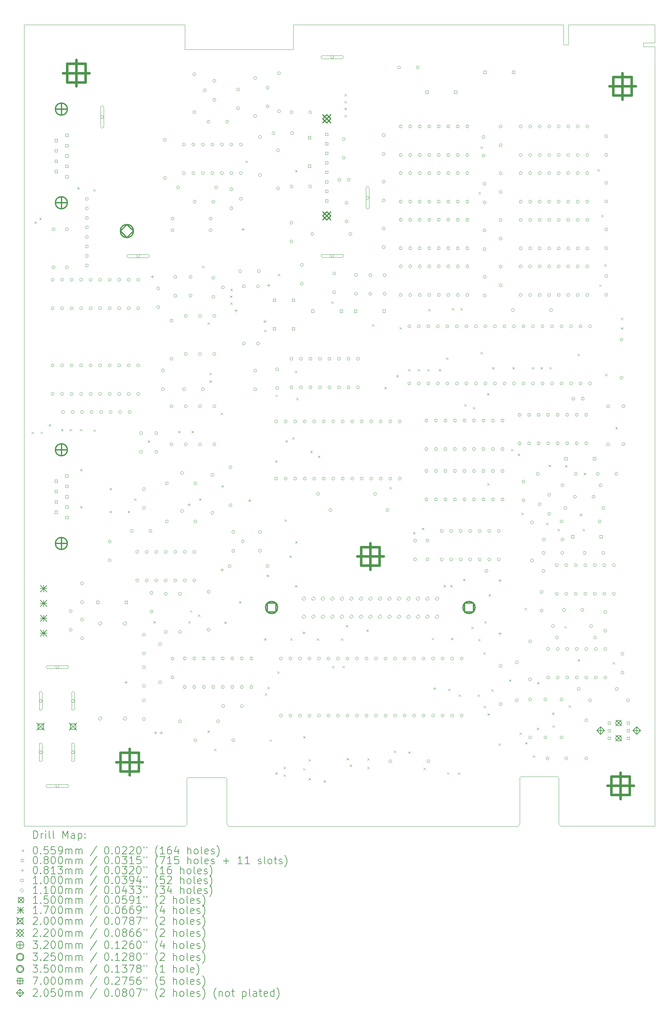
<source format=gbr>
%TF.GenerationSoftware,KiCad,Pcbnew,7.0.11-7.0.11~ubuntu22.04.1*%
%TF.CreationDate,2024-10-09T20:20:16-04:00*%
%TF.ProjectId,coleco_original_main_only,636f6c65-636f-45f6-9f72-6967696e616c,DEV*%
%TF.SameCoordinates,Original*%
%TF.FileFunction,Drillmap*%
%TF.FilePolarity,Positive*%
%FSLAX45Y45*%
G04 Gerber Fmt 4.5, Leading zero omitted, Abs format (unit mm)*
G04 Created by KiCad (PCBNEW 7.0.11-7.0.11~ubuntu22.04.1) date 2024-10-09 20:20:16*
%MOMM*%
%LPD*%
G01*
G04 APERTURE LIST*
%ADD10C,0.100000*%
%ADD11C,0.200000*%
%ADD12C,0.110000*%
%ADD13C,0.150000*%
%ADD14C,0.170000*%
%ADD15C,0.220000*%
%ADD16C,0.320000*%
%ADD17C,0.325000*%
%ADD18C,0.350000*%
%ADD19C,0.700000*%
%ADD20C,0.205000*%
G04 APERTURE END LIST*
D10*
X6629400Y-2325300D02*
X6629400Y-1664900D01*
X15570200Y-21756300D02*
X15595600Y-21730900D01*
X7721600Y-21756300D02*
X7747000Y-21781700D01*
X19177000Y-2147500D02*
X19177000Y-1664900D01*
X6629400Y-1664900D02*
X2336800Y-1664900D01*
X19177000Y-23051700D02*
X19177000Y-2249100D01*
X6680200Y-23000900D02*
X6680200Y-21781700D01*
X16611600Y-23000900D02*
X16662400Y-23051700D01*
X9525000Y-2325300D02*
X6629400Y-2325300D01*
X9525000Y-1664900D02*
X9525000Y-2325300D01*
X16738600Y-2198300D02*
X16738600Y-1664900D01*
X15570200Y-22048400D02*
X15570200Y-21756300D01*
X6629400Y-23051700D02*
X6680200Y-23000900D01*
X16586200Y-21730900D02*
X16611600Y-21756300D01*
X2336800Y-1664900D02*
X2336800Y-23051700D01*
X16865600Y-1664900D02*
X16865600Y-2198300D01*
X16611600Y-21756300D02*
X16611600Y-23000900D01*
X18872200Y-2147500D02*
X19177000Y-2147500D01*
X16865600Y-2198300D02*
X16738600Y-2198300D01*
X6680200Y-21781700D02*
X6705600Y-21756300D01*
X19177000Y-2249100D02*
X18872200Y-2249100D01*
X6705600Y-21756300D02*
X7721600Y-21756300D01*
X19177000Y-1664900D02*
X16865600Y-1664900D01*
X7747000Y-21781700D02*
X7747000Y-22048400D01*
X16738600Y-1664900D02*
X9525000Y-1664900D01*
X16662400Y-23051700D02*
X19177000Y-23051700D01*
X18872200Y-2249100D02*
X18872200Y-2147500D01*
X15595600Y-21730900D02*
X16586200Y-21730900D01*
X2336800Y-23051700D02*
X6629400Y-23051700D01*
X7747000Y-22988200D02*
X7747000Y-22048400D01*
X7797800Y-23064400D02*
X7747000Y-22988200D01*
X15519400Y-23064400D02*
X7797800Y-23064400D01*
X15570200Y-22048400D02*
X15570200Y-22988200D01*
X15570200Y-22988200D02*
X15519400Y-23064400D01*
D11*
D10*
X2537460Y-12533560D02*
X2593340Y-12589440D01*
X2593340Y-12533560D02*
X2537460Y-12589440D01*
X2617060Y-6916760D02*
X2672940Y-6972640D01*
X2672940Y-6916760D02*
X2617060Y-6972640D01*
X2744060Y-6815160D02*
X2799940Y-6871040D01*
X2799940Y-6815160D02*
X2744060Y-6871040D01*
X2777030Y-12528359D02*
X2832910Y-12584239D01*
X2832910Y-12528359D02*
X2777030Y-12584239D01*
X2995370Y-12326960D02*
X3051250Y-12382840D01*
X3051250Y-12326960D02*
X2995370Y-12382840D01*
X3328260Y-12453960D02*
X3384140Y-12509840D01*
X3384140Y-12453960D02*
X3328260Y-12509840D01*
X3553460Y-12457360D02*
X3609340Y-12513240D01*
X3609340Y-12457360D02*
X3553460Y-12513240D01*
X3760060Y-6002360D02*
X3815940Y-6058240D01*
X3815940Y-6002360D02*
X3760060Y-6058240D01*
X3832860Y-12457360D02*
X3888740Y-12513240D01*
X3888740Y-12457360D02*
X3832860Y-12513240D01*
X3836260Y-13520760D02*
X3892140Y-13576640D01*
X3892140Y-13520760D02*
X3836260Y-13576640D01*
X3836260Y-14511360D02*
X3892140Y-14567240D01*
X3892140Y-14511360D02*
X3836260Y-14567240D01*
X4188460Y-6056560D02*
X4244340Y-6112440D01*
X4244340Y-6056560D02*
X4188460Y-6112440D01*
X4192230Y-12472550D02*
X4248111Y-12528430D01*
X4248111Y-12472550D02*
X4192230Y-12528430D01*
X4623660Y-14028760D02*
X4679540Y-14084640D01*
X4679540Y-14028760D02*
X4623660Y-14084640D01*
X4623660Y-14638360D02*
X4679540Y-14694240D01*
X4679540Y-14638360D02*
X4623660Y-14694240D01*
X5106260Y-14638360D02*
X5162140Y-14694240D01*
X5162140Y-14638360D02*
X5106260Y-14694240D01*
X5280660Y-14311560D02*
X5336540Y-14367440D01*
X5336540Y-14311560D02*
X5280660Y-14367440D01*
X5639660Y-12762160D02*
X5695540Y-12818040D01*
X5695540Y-12762160D02*
X5639660Y-12818040D01*
X5792060Y-17584760D02*
X5847940Y-17640640D01*
X5847940Y-17584760D02*
X5792060Y-17640640D01*
X6452460Y-12504760D02*
X6508340Y-12560640D01*
X6508340Y-12504760D02*
X6452460Y-12560640D01*
X6728460Y-17588160D02*
X6784340Y-17644040D01*
X6784340Y-17588160D02*
X6728460Y-17644040D01*
X6763835Y-17293335D02*
X6819715Y-17349215D01*
X6819715Y-17293335D02*
X6763835Y-17349215D01*
X6808060Y-12504760D02*
X6863940Y-12560640D01*
X6863940Y-12504760D02*
X6808060Y-12560640D01*
X6982460Y-17410360D02*
X7038340Y-17466240D01*
X7038340Y-17410360D02*
X6982460Y-17466240D01*
X7011260Y-14308160D02*
X7067140Y-14364040D01*
X7067140Y-14308160D02*
X7011260Y-14364040D01*
X7091340Y-8106680D02*
X7147220Y-8162560D01*
X7147220Y-8106680D02*
X7091340Y-8162560D01*
X7236240Y-20502140D02*
X7292120Y-20558020D01*
X7292120Y-20502140D02*
X7236240Y-20558020D01*
X7236460Y-9612560D02*
X7292340Y-9668440D01*
X7292340Y-9612560D02*
X7236460Y-9668440D01*
X7287260Y-10958760D02*
X7343140Y-11014640D01*
X7343140Y-10958760D02*
X7287260Y-11014640D01*
X7290660Y-11158560D02*
X7346540Y-11214440D01*
X7346540Y-11158560D02*
X7290660Y-11214440D01*
X7414260Y-20991760D02*
X7470140Y-21047640D01*
X7470140Y-20991760D02*
X7414260Y-21047640D01*
X7592060Y-12025560D02*
X7647940Y-12081440D01*
X7647940Y-12025560D02*
X7592060Y-12081440D01*
X7608738Y-13959233D02*
X7664618Y-14015113D01*
X7664618Y-13959233D02*
X7608738Y-14015113D01*
X7683205Y-17598615D02*
X7739085Y-17654495D01*
X7739085Y-17598615D02*
X7683205Y-17654495D01*
X7835817Y-8896617D02*
X7891697Y-8952497D01*
X7891697Y-8896617D02*
X7835817Y-8952497D01*
X7846060Y-9079160D02*
X7901940Y-9135040D01*
X7901940Y-9079160D02*
X7846060Y-9135040D01*
X7846957Y-8714126D02*
X7902837Y-8770006D01*
X7902837Y-8714126D02*
X7846957Y-8770006D01*
X8078060Y-17051360D02*
X8133940Y-17107240D01*
X8133940Y-17051360D02*
X8078060Y-17107240D01*
X8252460Y-5294560D02*
X8308340Y-5350440D01*
X8308340Y-5294560D02*
X8252460Y-5350440D01*
X8745035Y-18041960D02*
X8800915Y-18097840D01*
X8800915Y-18041960D02*
X8745035Y-18097840D01*
X8747673Y-9806127D02*
X8803553Y-9862007D01*
X8803553Y-9806127D02*
X8747673Y-9862007D01*
X8765110Y-19507416D02*
X8820990Y-19563296D01*
X8820990Y-19507416D02*
X8765110Y-19563296D01*
X8833935Y-19338035D02*
X8889815Y-19393915D01*
X8889815Y-19338035D02*
X8833935Y-19393915D01*
X8898430Y-20741610D02*
X8954310Y-20797490D01*
X8954310Y-20741610D02*
X8898430Y-20797490D01*
X9043260Y-13292160D02*
X9099140Y-13348040D01*
X9099140Y-13292160D02*
X9043260Y-13348040D01*
X9044255Y-21622365D02*
X9100135Y-21678245D01*
X9100135Y-21622365D02*
X9044255Y-21678245D01*
X9051692Y-11537088D02*
X9107572Y-11592968D01*
X9107572Y-11537088D02*
X9051692Y-11592968D01*
X9095790Y-18923468D02*
X9151670Y-18979348D01*
X9151670Y-18923468D02*
X9095790Y-18979348D01*
X9116060Y-8317160D02*
X9171940Y-8373040D01*
X9171940Y-8317160D02*
X9116060Y-8373040D01*
X9268460Y-21474360D02*
X9324340Y-21530240D01*
X9324340Y-21474360D02*
X9268460Y-21530240D01*
X9268460Y-21677560D02*
X9324340Y-21733440D01*
X9324340Y-21677560D02*
X9268460Y-21733440D01*
X9293860Y-14870360D02*
X9349740Y-14926240D01*
X9349740Y-14870360D02*
X9293860Y-14926240D01*
X9319260Y-12755360D02*
X9375140Y-12811240D01*
X9375140Y-12755360D02*
X9319260Y-12811240D01*
X9424260Y-15832160D02*
X9480140Y-15888040D01*
X9480140Y-15832160D02*
X9424260Y-15888040D01*
X9446260Y-18041960D02*
X9502140Y-18097840D01*
X9502140Y-18041960D02*
X9446260Y-18097840D01*
X9497060Y-12674511D02*
X9552940Y-12730391D01*
X9552940Y-12674511D02*
X9497060Y-12730391D01*
X9569090Y-16627130D02*
X9624970Y-16683010D01*
X9624970Y-16627130D02*
X9569090Y-16683010D01*
X9573260Y-10907960D02*
X9629140Y-10963840D01*
X9629140Y-10907960D02*
X9573260Y-10963840D01*
X9576660Y-15451160D02*
X9632540Y-15507040D01*
X9632540Y-15451160D02*
X9576660Y-15507040D01*
X9576660Y-5545160D02*
X9632540Y-5601040D01*
X9632540Y-5545160D02*
X9576660Y-5601040D01*
X9602550Y-11625040D02*
X9658430Y-11680920D01*
X9658430Y-11625040D02*
X9602550Y-11680920D01*
X9787430Y-21511246D02*
X9843310Y-21567126D01*
X9843310Y-21511246D02*
X9787430Y-21567126D01*
X9791899Y-20656580D02*
X9847779Y-20712460D01*
X9847779Y-20656580D02*
X9791899Y-20712460D01*
X9933255Y-21774765D02*
X9989135Y-21830645D01*
X9989135Y-21774765D02*
X9933255Y-21830645D01*
X9934770Y-21267506D02*
X9990650Y-21323386D01*
X9990650Y-21267506D02*
X9934770Y-21323386D01*
X9983060Y-13038160D02*
X10038940Y-13094040D01*
X10038940Y-13038160D02*
X9983060Y-13094040D01*
X10157460Y-18041960D02*
X10213340Y-18097840D01*
X10213340Y-18041960D02*
X10157460Y-18097840D01*
X10183140Y-13168280D02*
X10239020Y-13224160D01*
X10239020Y-13168280D02*
X10183140Y-13224160D01*
X10331668Y-21833552D02*
X10387548Y-21889432D01*
X10387548Y-21833552D02*
X10331668Y-21889432D01*
X10538460Y-9053760D02*
X10594340Y-9109640D01*
X10594340Y-9053760D02*
X10538460Y-9109640D01*
X10563860Y-18781960D02*
X10619740Y-18837840D01*
X10619740Y-18781960D02*
X10563860Y-18837840D01*
X10797390Y-18045360D02*
X10853270Y-18101240D01*
X10853270Y-18045360D02*
X10797390Y-18101240D01*
X10843260Y-18781960D02*
X10899140Y-18837840D01*
X10899140Y-18781960D02*
X10843260Y-18837840D01*
X10893599Y-3699390D02*
X10949479Y-3755270D01*
X10949479Y-3699390D02*
X10893599Y-3755270D01*
X10894060Y-3516560D02*
X10949940Y-3572440D01*
X10949940Y-3516560D02*
X10894060Y-3572440D01*
X10894060Y-4075360D02*
X10949940Y-4131240D01*
X10949940Y-4075360D02*
X10894060Y-4131240D01*
X10894086Y-3882219D02*
X10949966Y-3938099D01*
X10949966Y-3882219D02*
X10894086Y-3938099D01*
X10929174Y-17689860D02*
X10985054Y-17745740D01*
X10985054Y-17689860D02*
X10929174Y-17745740D01*
X10951243Y-21239377D02*
X11007123Y-21295257D01*
X11007123Y-21239377D02*
X10951243Y-21295257D01*
X11031035Y-21413585D02*
X11086915Y-21469465D01*
X11086915Y-21413585D02*
X11031035Y-21469465D01*
X11478260Y-17811680D02*
X11534140Y-17867560D01*
X11534140Y-17811680D02*
X11478260Y-17867560D01*
X11503660Y-21245760D02*
X11559540Y-21301640D01*
X11559540Y-21245760D02*
X11503660Y-21301640D01*
X11503660Y-21474360D02*
X11559540Y-21530240D01*
X11559540Y-21474360D02*
X11503660Y-21530240D01*
X11630660Y-9663360D02*
X11686540Y-9719240D01*
X11686540Y-9663360D02*
X11630660Y-9719240D01*
X11960860Y-11334630D02*
X12016740Y-11390510D01*
X12016740Y-11334630D02*
X11960860Y-11390510D01*
X12092990Y-14006760D02*
X12148870Y-14062640D01*
X12148870Y-14006760D02*
X12092990Y-14062640D01*
X12214360Y-21039160D02*
X12270240Y-21095040D01*
X12270240Y-21039160D02*
X12214360Y-21095040D01*
X12277296Y-11017874D02*
X12333176Y-11073754D01*
X12333176Y-11017874D02*
X12277296Y-11073754D01*
X12367260Y-9739560D02*
X12423140Y-9795440D01*
X12423140Y-9739560D02*
X12367260Y-9795440D01*
X12595860Y-10857160D02*
X12651740Y-10913040D01*
X12651740Y-10857160D02*
X12595860Y-10913040D01*
X12595860Y-21061160D02*
X12651740Y-21117040D01*
X12651740Y-21061160D02*
X12595860Y-21117040D01*
X12723146Y-15206911D02*
X12779026Y-15262791D01*
X12779026Y-15206911D02*
X12723146Y-15262791D01*
X12849860Y-10857160D02*
X12905740Y-10913040D01*
X12905740Y-10857160D02*
X12849860Y-10913040D01*
X12956640Y-15093780D02*
X13012520Y-15149660D01*
X13012520Y-15093780D02*
X12956640Y-15149660D01*
X13002260Y-21499760D02*
X13058140Y-21555640D01*
X13058140Y-21499760D02*
X13002260Y-21555640D01*
X13103860Y-10857160D02*
X13159740Y-10913040D01*
X13159740Y-10857160D02*
X13103860Y-10913040D01*
X13129260Y-9256960D02*
X13185140Y-9312840D01*
X13185140Y-9256960D02*
X13129260Y-9312840D01*
X13223497Y-18031440D02*
X13279377Y-18087320D01*
X13279377Y-18031440D02*
X13223497Y-18087320D01*
X13268960Y-19353460D02*
X13324840Y-19409340D01*
X13324840Y-19353460D02*
X13268960Y-19409340D01*
X13412060Y-10853760D02*
X13467940Y-10909640D01*
X13467940Y-10853760D02*
X13412060Y-10909640D01*
X13539060Y-16619560D02*
X13594940Y-16675440D01*
X13594940Y-16619560D02*
X13539060Y-16675440D01*
X13611860Y-10552360D02*
X13667740Y-10608240D01*
X13667740Y-10552360D02*
X13611860Y-10608240D01*
X13632130Y-21621905D02*
X13688010Y-21677785D01*
X13688010Y-21621905D02*
X13632130Y-21677785D01*
X13662660Y-19391560D02*
X13718540Y-19447440D01*
X13718540Y-19391560D02*
X13662660Y-19447440D01*
X13716860Y-16619560D02*
X13772740Y-16675440D01*
X13772740Y-16619560D02*
X13716860Y-16675440D01*
X13735089Y-18030170D02*
X13790969Y-18086050D01*
X13790969Y-18030170D02*
X13735089Y-18086050D01*
X13764260Y-9231560D02*
X13820140Y-9287440D01*
X13820140Y-9231560D02*
X13764260Y-9287440D01*
X13921790Y-21627309D02*
X13977670Y-21683189D01*
X13977670Y-21627309D02*
X13921790Y-21683189D01*
X13942060Y-19543960D02*
X13997940Y-19599840D01*
X13997940Y-19543960D02*
X13942060Y-19599840D01*
X13992860Y-9231560D02*
X14048740Y-9287440D01*
X14048740Y-9231560D02*
X13992860Y-9287440D01*
X14056360Y-16457860D02*
X14112240Y-16513740D01*
X14112240Y-16457860D02*
X14056360Y-16513740D01*
X14094460Y-11796960D02*
X14150340Y-11852840D01*
X14150340Y-11796960D02*
X14094460Y-11852840D01*
X14276153Y-17729347D02*
X14332033Y-17785227D01*
X14332033Y-17729347D02*
X14276153Y-17785227D01*
X14323060Y-11873160D02*
X14378940Y-11929040D01*
X14378940Y-11873160D02*
X14323060Y-11929040D01*
X14450060Y-19543960D02*
X14505940Y-19599840D01*
X14505940Y-19543960D02*
X14450060Y-19599840D01*
X14463500Y-18063090D02*
X14519380Y-18118970D01*
X14519380Y-18063090D02*
X14463500Y-18118970D01*
X14475460Y-6130350D02*
X14531340Y-6186230D01*
X14531340Y-6130350D02*
X14475460Y-6186230D01*
X14526260Y-4913560D02*
X14582140Y-4969440D01*
X14582140Y-4913560D02*
X14526260Y-4969440D01*
X14526260Y-10399960D02*
X14582140Y-10455840D01*
X14582140Y-10399960D02*
X14526260Y-10455840D01*
X14602460Y-18418690D02*
X14658340Y-18474570D01*
X14658340Y-18418690D02*
X14602460Y-18474570D01*
X14607590Y-19848255D02*
X14663470Y-19904135D01*
X14663470Y-19848255D02*
X14607590Y-19904135D01*
X14626280Y-17588160D02*
X14682160Y-17644040D01*
X14682160Y-17588160D02*
X14626280Y-17644040D01*
X14696512Y-11499707D02*
X14752392Y-11555587D01*
X14752392Y-11499707D02*
X14696512Y-11555587D01*
X14704060Y-13905160D02*
X14759940Y-13961040D01*
X14759940Y-13905160D02*
X14704060Y-13961040D01*
X14709190Y-20045721D02*
X14765070Y-20101601D01*
X14765070Y-20045721D02*
X14709190Y-20101601D01*
X14739435Y-16866985D02*
X14795315Y-16922865D01*
X14795315Y-16866985D02*
X14739435Y-16922865D01*
X14810790Y-19406985D02*
X14866670Y-19462865D01*
X14866670Y-19406985D02*
X14810790Y-19462865D01*
X14834460Y-10802960D02*
X14890340Y-10858840D01*
X14890340Y-10802960D02*
X14834460Y-10858840D01*
X15008860Y-20844490D02*
X15064740Y-20900370D01*
X15064740Y-20844490D02*
X15008860Y-20900370D01*
X15288260Y-19139290D02*
X15344140Y-19195170D01*
X15344140Y-19139290D02*
X15288260Y-19195170D01*
X15339060Y-12990760D02*
X15394940Y-13046640D01*
X15394940Y-12990760D02*
X15339060Y-13046640D01*
X15374435Y-10802960D02*
X15430315Y-10858840D01*
X15430315Y-10802960D02*
X15374435Y-10858840D01*
X15520260Y-13114360D02*
X15576140Y-13170240D01*
X15576140Y-13114360D02*
X15520260Y-13170240D01*
X15567660Y-20559960D02*
X15623540Y-20615840D01*
X15623540Y-20559960D02*
X15567660Y-20615840D01*
X15618460Y-14692560D02*
X15674340Y-14748440D01*
X15674340Y-14692560D02*
X15618460Y-14748440D01*
X15699790Y-17232560D02*
X15755670Y-17288440D01*
X15755670Y-17232560D02*
X15699790Y-17288440D01*
X15718136Y-20816846D02*
X15774016Y-20872726D01*
X15774016Y-20816846D02*
X15718136Y-20872726D01*
X15893510Y-10803733D02*
X15949390Y-10859613D01*
X15949390Y-10803733D02*
X15893510Y-10859613D01*
X15919668Y-21165968D02*
X15975548Y-21221848D01*
X15975548Y-21165968D02*
X15919668Y-21221848D01*
X16028260Y-20429560D02*
X16084140Y-20485440D01*
X16084140Y-20429560D02*
X16028260Y-20485440D01*
X16035070Y-19213760D02*
X16090950Y-19269640D01*
X16090950Y-19213760D02*
X16035070Y-19269640D01*
X16129860Y-10802960D02*
X16185740Y-10858840D01*
X16185740Y-10802960D02*
X16129860Y-10858840D01*
X16275821Y-14962365D02*
X16331701Y-15018245D01*
X16331701Y-14962365D02*
X16275821Y-15018245D01*
X16344060Y-13408160D02*
X16399940Y-13464040D01*
X16399940Y-13408160D02*
X16344060Y-13464040D01*
X16362929Y-10802960D02*
X16418809Y-10858840D01*
X16418809Y-10802960D02*
X16362929Y-10858840D01*
X16434660Y-20023283D02*
X16490540Y-20079163D01*
X16490540Y-20023283D02*
X16434660Y-20079163D01*
X16447360Y-20366060D02*
X16503240Y-20421940D01*
X16503240Y-20366060D02*
X16447360Y-20421940D01*
X16583660Y-15124360D02*
X16639540Y-15180240D01*
X16639540Y-15124360D02*
X16583660Y-15180240D01*
X16764860Y-17719330D02*
X16820740Y-17775210D01*
X16820740Y-17719330D02*
X16764860Y-17775210D01*
X16781730Y-13419160D02*
X16837610Y-13475040D01*
X16837610Y-13419160D02*
X16781730Y-13475040D01*
X16879160Y-19832660D02*
X16935040Y-19888540D01*
X16935040Y-19832660D02*
X16879160Y-19888540D01*
X17117060Y-10450760D02*
X17172940Y-10506640D01*
X17172940Y-10450760D02*
X17117060Y-10506640D01*
X17120460Y-18600760D02*
X17176340Y-18656640D01*
X17176340Y-18600760D02*
X17120460Y-18656640D01*
X17248455Y-15121955D02*
X17304335Y-15177835D01*
X17304335Y-15121955D02*
X17248455Y-15177835D01*
X17280570Y-13622360D02*
X17336450Y-13678240D01*
X17336450Y-13622360D02*
X17280570Y-13678240D01*
X17650460Y-5523160D02*
X17706340Y-5579040D01*
X17706340Y-5523160D02*
X17650460Y-5579040D01*
X17696180Y-8600152D02*
X17752060Y-8656032D01*
X17752060Y-8600152D02*
X17696180Y-8656032D01*
X17752060Y-6742360D02*
X17807940Y-6798240D01*
X17807940Y-6742360D02*
X17752060Y-6798240D01*
X17828260Y-8063160D02*
X17884140Y-8119040D01*
X17884140Y-8063160D02*
X17828260Y-8119040D01*
X17853660Y-10984160D02*
X17909540Y-11040040D01*
X17909540Y-10984160D02*
X17853660Y-11040040D01*
X18056860Y-18680360D02*
X18112740Y-18736240D01*
X18112740Y-18680360D02*
X18056860Y-18736240D01*
X18127930Y-12406560D02*
X18183810Y-12462440D01*
X18183810Y-12406560D02*
X18127930Y-12462440D01*
X18275250Y-9485560D02*
X18331130Y-9541440D01*
X18331130Y-9485560D02*
X18275250Y-9541440D01*
X18275250Y-9743331D02*
X18331130Y-9799211D01*
X18331130Y-9743331D02*
X18275250Y-9799211D01*
X2821300Y-19714800D02*
G75*
G03*
X2741300Y-19714800I-40000J0D01*
G01*
X2741300Y-19714800D02*
G75*
G03*
X2821300Y-19714800I40000J0D01*
G01*
X2821300Y-19924800D02*
X2821300Y-19504800D01*
X2821300Y-19504800D02*
G75*
G03*
X2741300Y-19504800I-40000J0D01*
G01*
X2741300Y-19504800D02*
X2741300Y-19924800D01*
X2741300Y-19924800D02*
G75*
G03*
X2821300Y-19924800I40000J0D01*
G01*
X2821300Y-21086400D02*
G75*
G03*
X2741300Y-21086400I-40000J0D01*
G01*
X2741300Y-21086400D02*
G75*
G03*
X2821300Y-21086400I40000J0D01*
G01*
X2821300Y-21296400D02*
X2821300Y-20876400D01*
X2821300Y-20876400D02*
G75*
G03*
X2741300Y-20876400I-40000J0D01*
G01*
X2741300Y-20876400D02*
X2741300Y-21296400D01*
X2741300Y-21296400D02*
G75*
G03*
X2821300Y-21296400I40000J0D01*
G01*
X3138800Y-8472100D02*
G75*
G03*
X3058800Y-8472100I-40000J0D01*
G01*
X3058800Y-8472100D02*
G75*
G03*
X3138800Y-8472100I40000J0D01*
G01*
X3138800Y-9234100D02*
G75*
G03*
X3058800Y-9234100I-40000J0D01*
G01*
X3058800Y-9234100D02*
G75*
G03*
X3138800Y-9234100I40000J0D01*
G01*
X3138800Y-10758100D02*
G75*
G03*
X3058800Y-10758100I-40000J0D01*
G01*
X3058800Y-10758100D02*
G75*
G03*
X3138800Y-10758100I40000J0D01*
G01*
X3138800Y-11520100D02*
G75*
G03*
X3058800Y-11520100I-40000J0D01*
G01*
X3058800Y-11520100D02*
G75*
G03*
X3138800Y-11520100I40000J0D01*
G01*
X3164200Y-7125900D02*
G75*
G03*
X3084200Y-7125900I-40000J0D01*
G01*
X3084200Y-7125900D02*
G75*
G03*
X3164200Y-7125900I40000J0D01*
G01*
X3164200Y-8141900D02*
G75*
G03*
X3084200Y-8141900I-40000J0D01*
G01*
X3084200Y-8141900D02*
G75*
G03*
X3164200Y-8141900I40000J0D01*
G01*
X3265800Y-18809900D02*
G75*
G03*
X3185800Y-18809900I-40000J0D01*
G01*
X3185800Y-18809900D02*
G75*
G03*
X3265800Y-18809900I40000J0D01*
G01*
X2965800Y-18849900D02*
X3485800Y-18849900D01*
X3485800Y-18849900D02*
G75*
G03*
X3485800Y-18769900I0J40000D01*
G01*
X3485800Y-18769900D02*
X2965800Y-18769900D01*
X2965800Y-18769900D02*
G75*
G03*
X2965800Y-18849900I0J-40000D01*
G01*
X3265800Y-21984900D02*
G75*
G03*
X3185800Y-21984900I-40000J0D01*
G01*
X3185800Y-21984900D02*
G75*
G03*
X3265800Y-21984900I40000J0D01*
G01*
X2965800Y-22024900D02*
X3485800Y-22024900D01*
X3485800Y-22024900D02*
G75*
G03*
X3485800Y-21944900I0J40000D01*
G01*
X3485800Y-21944900D02*
X2965800Y-21944900D01*
X2965800Y-21944900D02*
G75*
G03*
X2965800Y-22024900I0J-40000D01*
G01*
X3392800Y-8472100D02*
G75*
G03*
X3312800Y-8472100I-40000J0D01*
G01*
X3312800Y-8472100D02*
G75*
G03*
X3392800Y-8472100I40000J0D01*
G01*
X3392800Y-9234100D02*
G75*
G03*
X3312800Y-9234100I-40000J0D01*
G01*
X3312800Y-9234100D02*
G75*
G03*
X3392800Y-9234100I40000J0D01*
G01*
X3392800Y-10758100D02*
G75*
G03*
X3312800Y-10758100I-40000J0D01*
G01*
X3312800Y-10758100D02*
G75*
G03*
X3392800Y-10758100I40000J0D01*
G01*
X3392800Y-11520100D02*
G75*
G03*
X3312800Y-11520100I-40000J0D01*
G01*
X3312800Y-11520100D02*
G75*
G03*
X3392800Y-11520100I40000J0D01*
G01*
X3418200Y-12002700D02*
G75*
G03*
X3338200Y-12002700I-40000J0D01*
G01*
X3338200Y-12002700D02*
G75*
G03*
X3418200Y-12002700I40000J0D01*
G01*
X3519800Y-7125900D02*
G75*
G03*
X3439800Y-7125900I-40000J0D01*
G01*
X3439800Y-7125900D02*
G75*
G03*
X3519800Y-7125900I40000J0D01*
G01*
X3519800Y-8141900D02*
G75*
G03*
X3439800Y-8141900I-40000J0D01*
G01*
X3439800Y-8141900D02*
G75*
G03*
X3519800Y-8141900I40000J0D01*
G01*
X3621400Y-17315300D02*
G75*
G03*
X3541400Y-17315300I-40000J0D01*
G01*
X3541400Y-17315300D02*
G75*
G03*
X3621400Y-17315300I40000J0D01*
G01*
X3621400Y-17815300D02*
G75*
G03*
X3541400Y-17815300I-40000J0D01*
G01*
X3541400Y-17815300D02*
G75*
G03*
X3621400Y-17815300I40000J0D01*
G01*
X3646800Y-8472100D02*
G75*
G03*
X3566800Y-8472100I-40000J0D01*
G01*
X3566800Y-8472100D02*
G75*
G03*
X3646800Y-8472100I40000J0D01*
G01*
X3646800Y-9234100D02*
G75*
G03*
X3566800Y-9234100I-40000J0D01*
G01*
X3566800Y-9234100D02*
G75*
G03*
X3646800Y-9234100I40000J0D01*
G01*
X3646800Y-10758100D02*
G75*
G03*
X3566800Y-10758100I-40000J0D01*
G01*
X3566800Y-10758100D02*
G75*
G03*
X3646800Y-10758100I40000J0D01*
G01*
X3646800Y-11520100D02*
G75*
G03*
X3566800Y-11520100I-40000J0D01*
G01*
X3566800Y-11520100D02*
G75*
G03*
X3646800Y-11520100I40000J0D01*
G01*
X3672200Y-12002700D02*
G75*
G03*
X3592200Y-12002700I-40000J0D01*
G01*
X3592200Y-12002700D02*
G75*
G03*
X3672200Y-12002700I40000J0D01*
G01*
X3684900Y-19714800D02*
G75*
G03*
X3604900Y-19714800I-40000J0D01*
G01*
X3604900Y-19714800D02*
G75*
G03*
X3684900Y-19714800I40000J0D01*
G01*
X3684900Y-19924800D02*
X3684900Y-19504800D01*
X3684900Y-19504800D02*
G75*
G03*
X3604900Y-19504800I-40000J0D01*
G01*
X3604900Y-19504800D02*
X3604900Y-19924800D01*
X3604900Y-19924800D02*
G75*
G03*
X3684900Y-19924800I40000J0D01*
G01*
X3684900Y-21086400D02*
G75*
G03*
X3604900Y-21086400I-40000J0D01*
G01*
X3604900Y-21086400D02*
G75*
G03*
X3684900Y-21086400I40000J0D01*
G01*
X3684900Y-21296400D02*
X3684900Y-20876400D01*
X3684900Y-20876400D02*
G75*
G03*
X3604900Y-20876400I-40000J0D01*
G01*
X3604900Y-20876400D02*
X3604900Y-21296400D01*
X3604900Y-21296400D02*
G75*
G03*
X3684900Y-21296400I40000J0D01*
G01*
X3900800Y-8472100D02*
G75*
G03*
X3820800Y-8472100I-40000J0D01*
G01*
X3820800Y-8472100D02*
G75*
G03*
X3900800Y-8472100I40000J0D01*
G01*
X3900800Y-9234100D02*
G75*
G03*
X3820800Y-9234100I-40000J0D01*
G01*
X3820800Y-9234100D02*
G75*
G03*
X3900800Y-9234100I40000J0D01*
G01*
X3900800Y-10758100D02*
G75*
G03*
X3820800Y-10758100I-40000J0D01*
G01*
X3820800Y-10758100D02*
G75*
G03*
X3900800Y-10758100I40000J0D01*
G01*
X3900800Y-11520100D02*
G75*
G03*
X3820800Y-11520100I-40000J0D01*
G01*
X3820800Y-11520100D02*
G75*
G03*
X3900800Y-11520100I40000J0D01*
G01*
X3926200Y-12002700D02*
G75*
G03*
X3846200Y-12002700I-40000J0D01*
G01*
X3846200Y-12002700D02*
G75*
G03*
X3926200Y-12002700I40000J0D01*
G01*
X3926200Y-16578700D02*
G75*
G03*
X3846200Y-16578700I-40000J0D01*
G01*
X3846200Y-16578700D02*
G75*
G03*
X3926200Y-16578700I40000J0D01*
G01*
X3926200Y-17078700D02*
G75*
G03*
X3846200Y-17078700I-40000J0D01*
G01*
X3846200Y-17078700D02*
G75*
G03*
X3926200Y-17078700I40000J0D01*
G01*
X3926200Y-17543900D02*
G75*
G03*
X3846200Y-17543900I-40000J0D01*
G01*
X3846200Y-17543900D02*
G75*
G03*
X3926200Y-17543900I40000J0D01*
G01*
X3926200Y-18043900D02*
G75*
G03*
X3846200Y-18043900I-40000J0D01*
G01*
X3846200Y-18043900D02*
G75*
G03*
X3926200Y-18043900I40000J0D01*
G01*
X4053200Y-6314100D02*
G75*
G03*
X3973200Y-6314100I-40000J0D01*
G01*
X3973200Y-6314100D02*
G75*
G03*
X4053200Y-6314100I40000J0D01*
G01*
X4053200Y-6568100D02*
G75*
G03*
X3973200Y-6568100I-40000J0D01*
G01*
X3973200Y-6568100D02*
G75*
G03*
X4053200Y-6568100I40000J0D01*
G01*
X4053200Y-6822100D02*
G75*
G03*
X3973200Y-6822100I-40000J0D01*
G01*
X3973200Y-6822100D02*
G75*
G03*
X4053200Y-6822100I40000J0D01*
G01*
X4053200Y-7076100D02*
G75*
G03*
X3973200Y-7076100I-40000J0D01*
G01*
X3973200Y-7076100D02*
G75*
G03*
X4053200Y-7076100I40000J0D01*
G01*
X4053200Y-7330100D02*
G75*
G03*
X3973200Y-7330100I-40000J0D01*
G01*
X3973200Y-7330100D02*
G75*
G03*
X4053200Y-7330100I40000J0D01*
G01*
X4053200Y-7584100D02*
G75*
G03*
X3973200Y-7584100I-40000J0D01*
G01*
X3973200Y-7584100D02*
G75*
G03*
X4053200Y-7584100I40000J0D01*
G01*
X4053200Y-7838100D02*
G75*
G03*
X3973200Y-7838100I-40000J0D01*
G01*
X3973200Y-7838100D02*
G75*
G03*
X4053200Y-7838100I40000J0D01*
G01*
X4053200Y-8092100D02*
G75*
G03*
X3973200Y-8092100I-40000J0D01*
G01*
X3973200Y-8092100D02*
G75*
G03*
X4053200Y-8092100I40000J0D01*
G01*
X4154800Y-8472100D02*
G75*
G03*
X4074800Y-8472100I-40000J0D01*
G01*
X4074800Y-8472100D02*
G75*
G03*
X4154800Y-8472100I40000J0D01*
G01*
X4154800Y-9234100D02*
G75*
G03*
X4074800Y-9234100I-40000J0D01*
G01*
X4074800Y-9234100D02*
G75*
G03*
X4154800Y-9234100I40000J0D01*
G01*
X4154800Y-10758100D02*
G75*
G03*
X4074800Y-10758100I-40000J0D01*
G01*
X4074800Y-10758100D02*
G75*
G03*
X4154800Y-10758100I40000J0D01*
G01*
X4154800Y-11520100D02*
G75*
G03*
X4074800Y-11520100I-40000J0D01*
G01*
X4074800Y-11520100D02*
G75*
G03*
X4154800Y-11520100I40000J0D01*
G01*
X4180200Y-12002700D02*
G75*
G03*
X4100200Y-12002700I-40000J0D01*
G01*
X4100200Y-12002700D02*
G75*
G03*
X4180200Y-12002700I40000J0D01*
G01*
X4408800Y-8472100D02*
G75*
G03*
X4328800Y-8472100I-40000J0D01*
G01*
X4328800Y-8472100D02*
G75*
G03*
X4408800Y-8472100I40000J0D01*
G01*
X4408800Y-9234100D02*
G75*
G03*
X4328800Y-9234100I-40000J0D01*
G01*
X4328800Y-9234100D02*
G75*
G03*
X4408800Y-9234100I40000J0D01*
G01*
X4408800Y-10758100D02*
G75*
G03*
X4328800Y-10758100I-40000J0D01*
G01*
X4328800Y-10758100D02*
G75*
G03*
X4408800Y-10758100I40000J0D01*
G01*
X4408800Y-11520100D02*
G75*
G03*
X4328800Y-11520100I-40000J0D01*
G01*
X4328800Y-11520100D02*
G75*
G03*
X4408800Y-11520100I40000J0D01*
G01*
X4434200Y-12002700D02*
G75*
G03*
X4354200Y-12002700I-40000J0D01*
G01*
X4354200Y-12002700D02*
G75*
G03*
X4434200Y-12002700I40000J0D01*
G01*
X4461400Y-4128700D02*
G75*
G03*
X4381400Y-4128700I-40000J0D01*
G01*
X4381400Y-4128700D02*
G75*
G03*
X4461400Y-4128700I40000J0D01*
G01*
X4461400Y-4388700D02*
X4461400Y-3868700D01*
X4461400Y-3868700D02*
G75*
G03*
X4381400Y-3868700I-40000J0D01*
G01*
X4381400Y-3868700D02*
X4381400Y-4388700D01*
X4381400Y-4388700D02*
G75*
G03*
X4461400Y-4388700I40000J0D01*
G01*
X4662800Y-8472100D02*
G75*
G03*
X4582800Y-8472100I-40000J0D01*
G01*
X4582800Y-8472100D02*
G75*
G03*
X4662800Y-8472100I40000J0D01*
G01*
X4662800Y-9234100D02*
G75*
G03*
X4582800Y-9234100I-40000J0D01*
G01*
X4582800Y-9234100D02*
G75*
G03*
X4662800Y-9234100I40000J0D01*
G01*
X4662800Y-10758100D02*
G75*
G03*
X4582800Y-10758100I-40000J0D01*
G01*
X4582800Y-10758100D02*
G75*
G03*
X4662800Y-10758100I40000J0D01*
G01*
X4662800Y-11520100D02*
G75*
G03*
X4582800Y-11520100I-40000J0D01*
G01*
X4582800Y-11520100D02*
G75*
G03*
X4662800Y-11520100I40000J0D01*
G01*
X4662800Y-15461100D02*
G75*
G03*
X4582800Y-15461100I-40000J0D01*
G01*
X4582800Y-15461100D02*
G75*
G03*
X4662800Y-15461100I40000J0D01*
G01*
X4662800Y-15961100D02*
G75*
G03*
X4582800Y-15961100I-40000J0D01*
G01*
X4582800Y-15961100D02*
G75*
G03*
X4662800Y-15961100I40000J0D01*
G01*
X4688200Y-12002700D02*
G75*
G03*
X4608200Y-12002700I-40000J0D01*
G01*
X4608200Y-12002700D02*
G75*
G03*
X4688200Y-12002700I40000J0D01*
G01*
X4916800Y-8472100D02*
G75*
G03*
X4836800Y-8472100I-40000J0D01*
G01*
X4836800Y-8472100D02*
G75*
G03*
X4916800Y-8472100I40000J0D01*
G01*
X4916800Y-9234100D02*
G75*
G03*
X4836800Y-9234100I-40000J0D01*
G01*
X4836800Y-9234100D02*
G75*
G03*
X4916800Y-9234100I40000J0D01*
G01*
X4916800Y-10758100D02*
G75*
G03*
X4836800Y-10758100I-40000J0D01*
G01*
X4836800Y-10758100D02*
G75*
G03*
X4916800Y-10758100I40000J0D01*
G01*
X4916800Y-11520100D02*
G75*
G03*
X4836800Y-11520100I-40000J0D01*
G01*
X4836800Y-11520100D02*
G75*
G03*
X4916800Y-11520100I40000J0D01*
G01*
X4942200Y-12002700D02*
G75*
G03*
X4862200Y-12002700I-40000J0D01*
G01*
X4862200Y-12002700D02*
G75*
G03*
X4942200Y-12002700I40000J0D01*
G01*
X5170800Y-8472100D02*
G75*
G03*
X5090800Y-8472100I-40000J0D01*
G01*
X5090800Y-8472100D02*
G75*
G03*
X5170800Y-8472100I40000J0D01*
G01*
X5170800Y-9234100D02*
G75*
G03*
X5090800Y-9234100I-40000J0D01*
G01*
X5090800Y-9234100D02*
G75*
G03*
X5170800Y-9234100I40000J0D01*
G01*
X5170800Y-10758100D02*
G75*
G03*
X5090800Y-10758100I-40000J0D01*
G01*
X5090800Y-10758100D02*
G75*
G03*
X5170800Y-10758100I40000J0D01*
G01*
X5170800Y-11520100D02*
G75*
G03*
X5090800Y-11520100I-40000J0D01*
G01*
X5090800Y-11520100D02*
G75*
G03*
X5170800Y-11520100I40000J0D01*
G01*
X5196200Y-12002700D02*
G75*
G03*
X5116200Y-12002700I-40000J0D01*
G01*
X5116200Y-12002700D02*
G75*
G03*
X5196200Y-12002700I40000J0D01*
G01*
X5251000Y-15177700D02*
G75*
G03*
X5171000Y-15177700I-40000J0D01*
G01*
X5171000Y-15177700D02*
G75*
G03*
X5251000Y-15177700I40000J0D01*
G01*
X5399400Y-15736500D02*
G75*
G03*
X5319400Y-15736500I-40000J0D01*
G01*
X5319400Y-15736500D02*
G75*
G03*
X5399400Y-15736500I40000J0D01*
G01*
X5399400Y-16498500D02*
G75*
G03*
X5319400Y-16498500I-40000J0D01*
G01*
X5319400Y-16498500D02*
G75*
G03*
X5399400Y-16498500I40000J0D01*
G01*
X5424800Y-7838900D02*
G75*
G03*
X5344800Y-7838900I-40000J0D01*
G01*
X5344800Y-7838900D02*
G75*
G03*
X5424800Y-7838900I40000J0D01*
G01*
X5124800Y-7878900D02*
X5644800Y-7878900D01*
X5644800Y-7878900D02*
G75*
G03*
X5644800Y-7798900I0J40000D01*
G01*
X5644800Y-7798900D02*
X5124800Y-7798900D01*
X5124800Y-7798900D02*
G75*
G03*
X5124800Y-7878900I0J-40000D01*
G01*
X5424800Y-8472100D02*
G75*
G03*
X5344800Y-8472100I-40000J0D01*
G01*
X5344800Y-8472100D02*
G75*
G03*
X5424800Y-8472100I40000J0D01*
G01*
X5424800Y-9234100D02*
G75*
G03*
X5344800Y-9234100I-40000J0D01*
G01*
X5344800Y-9234100D02*
G75*
G03*
X5424800Y-9234100I40000J0D01*
G01*
X5424800Y-10758100D02*
G75*
G03*
X5344800Y-10758100I-40000J0D01*
G01*
X5344800Y-10758100D02*
G75*
G03*
X5424800Y-10758100I40000J0D01*
G01*
X5424800Y-11520100D02*
G75*
G03*
X5344800Y-11520100I-40000J0D01*
G01*
X5344800Y-11520100D02*
G75*
G03*
X5424800Y-11520100I40000J0D01*
G01*
X5501000Y-12565500D02*
G75*
G03*
X5421000Y-12565500I-40000J0D01*
G01*
X5421000Y-12565500D02*
G75*
G03*
X5501000Y-12565500I40000J0D01*
G01*
X5501000Y-13065500D02*
G75*
G03*
X5421000Y-13065500I-40000J0D01*
G01*
X5421000Y-13065500D02*
G75*
G03*
X5501000Y-13065500I40000J0D01*
G01*
X5577200Y-14060100D02*
G75*
G03*
X5497200Y-14060100I-40000J0D01*
G01*
X5497200Y-14060100D02*
G75*
G03*
X5577200Y-14060100I40000J0D01*
G01*
X5577200Y-14560100D02*
G75*
G03*
X5497200Y-14560100I-40000J0D01*
G01*
X5497200Y-14560100D02*
G75*
G03*
X5577200Y-14560100I40000J0D01*
G01*
X5577200Y-17946300D02*
G75*
G03*
X5497200Y-17946300I-40000J0D01*
G01*
X5497200Y-17946300D02*
G75*
G03*
X5577200Y-17946300I40000J0D01*
G01*
X5577200Y-18446300D02*
G75*
G03*
X5497200Y-18446300I-40000J0D01*
G01*
X5497200Y-18446300D02*
G75*
G03*
X5577200Y-18446300I40000J0D01*
G01*
X5577200Y-18813900D02*
G75*
G03*
X5497200Y-18813900I-40000J0D01*
G01*
X5497200Y-18813900D02*
G75*
G03*
X5577200Y-18813900I40000J0D01*
G01*
X5577200Y-19313900D02*
G75*
G03*
X5497200Y-19313900I-40000J0D01*
G01*
X5497200Y-19313900D02*
G75*
G03*
X5577200Y-19313900I40000J0D01*
G01*
X5577200Y-19698900D02*
G75*
G03*
X5497200Y-19698900I-40000J0D01*
G01*
X5497200Y-19698900D02*
G75*
G03*
X5577200Y-19698900I40000J0D01*
G01*
X5577200Y-20198900D02*
G75*
G03*
X5497200Y-20198900I-40000J0D01*
G01*
X5497200Y-20198900D02*
G75*
G03*
X5577200Y-20198900I40000J0D01*
G01*
X5653400Y-15736500D02*
G75*
G03*
X5573400Y-15736500I-40000J0D01*
G01*
X5573400Y-15736500D02*
G75*
G03*
X5653400Y-15736500I40000J0D01*
G01*
X5653400Y-16498500D02*
G75*
G03*
X5573400Y-16498500I-40000J0D01*
G01*
X5573400Y-16498500D02*
G75*
G03*
X5653400Y-16498500I40000J0D01*
G01*
X5751000Y-15177700D02*
G75*
G03*
X5671000Y-15177700I-40000J0D01*
G01*
X5671000Y-15177700D02*
G75*
G03*
X5751000Y-15177700I40000J0D01*
G01*
X5780400Y-16829300D02*
G75*
G03*
X5700400Y-16829300I-40000J0D01*
G01*
X5700400Y-16829300D02*
G75*
G03*
X5780400Y-16829300I40000J0D01*
G01*
X5780400Y-17329300D02*
G75*
G03*
X5700400Y-17329300I-40000J0D01*
G01*
X5700400Y-17329300D02*
G75*
G03*
X5780400Y-17329300I40000J0D01*
G01*
X5907400Y-12565500D02*
G75*
G03*
X5827400Y-12565500I-40000J0D01*
G01*
X5827400Y-12565500D02*
G75*
G03*
X5907400Y-12565500I40000J0D01*
G01*
X5907400Y-13065500D02*
G75*
G03*
X5827400Y-13065500I-40000J0D01*
G01*
X5827400Y-13065500D02*
G75*
G03*
X5907400Y-13065500I40000J0D01*
G01*
X5907400Y-15736500D02*
G75*
G03*
X5827400Y-15736500I-40000J0D01*
G01*
X5827400Y-15736500D02*
G75*
G03*
X5907400Y-15736500I40000J0D01*
G01*
X5907400Y-16498500D02*
G75*
G03*
X5827400Y-16498500I-40000J0D01*
G01*
X5827400Y-16498500D02*
G75*
G03*
X5907400Y-16498500I40000J0D01*
G01*
X5958200Y-8704700D02*
G75*
G03*
X5878200Y-8704700I-40000J0D01*
G01*
X5878200Y-8704700D02*
G75*
G03*
X5958200Y-8704700I40000J0D01*
G01*
X5958200Y-9204700D02*
G75*
G03*
X5878200Y-9204700I-40000J0D01*
G01*
X5878200Y-9204700D02*
G75*
G03*
X5958200Y-9204700I40000J0D01*
G01*
X6009000Y-18200300D02*
G75*
G03*
X5929000Y-18200300I-40000J0D01*
G01*
X5929000Y-18200300D02*
G75*
G03*
X6009000Y-18200300I40000J0D01*
G01*
X6009000Y-19216300D02*
G75*
G03*
X5929000Y-19216300I-40000J0D01*
G01*
X5929000Y-19216300D02*
G75*
G03*
X6009000Y-19216300I40000J0D01*
G01*
X6085200Y-10893100D02*
G75*
G03*
X6005200Y-10893100I-40000J0D01*
G01*
X6005200Y-10893100D02*
G75*
G03*
X6085200Y-10893100I40000J0D01*
G01*
X6085200Y-11393100D02*
G75*
G03*
X6005200Y-11393100I-40000J0D01*
G01*
X6005200Y-11393100D02*
G75*
G03*
X6085200Y-11393100I40000J0D01*
G01*
X6136000Y-4738300D02*
G75*
G03*
X6056000Y-4738300I-40000J0D01*
G01*
X6056000Y-4738300D02*
G75*
G03*
X6136000Y-4738300I40000J0D01*
G01*
X6136000Y-5754300D02*
G75*
G03*
X6056000Y-5754300I-40000J0D01*
G01*
X6056000Y-5754300D02*
G75*
G03*
X6136000Y-5754300I40000J0D01*
G01*
X6161400Y-15736500D02*
G75*
G03*
X6081400Y-15736500I-40000J0D01*
G01*
X6081400Y-15736500D02*
G75*
G03*
X6161400Y-15736500I40000J0D01*
G01*
X6161400Y-16498500D02*
G75*
G03*
X6081400Y-16498500I-40000J0D01*
G01*
X6081400Y-16498500D02*
G75*
G03*
X6161400Y-16498500I40000J0D01*
G01*
X6161400Y-16854100D02*
G75*
G03*
X6081400Y-16854100I-40000J0D01*
G01*
X6081400Y-16854100D02*
G75*
G03*
X6161400Y-16854100I40000J0D01*
G01*
X6161400Y-17870100D02*
G75*
G03*
X6081400Y-17870100I-40000J0D01*
G01*
X6081400Y-17870100D02*
G75*
G03*
X6161400Y-17870100I40000J0D01*
G01*
X6186800Y-13907700D02*
G75*
G03*
X6106800Y-13907700I-40000J0D01*
G01*
X6106800Y-13907700D02*
G75*
G03*
X6186800Y-13907700I40000J0D01*
G01*
X6186800Y-14923700D02*
G75*
G03*
X6106800Y-14923700I-40000J0D01*
G01*
X6106800Y-14923700D02*
G75*
G03*
X6186800Y-14923700I40000J0D01*
G01*
X6313800Y-9564300D02*
G75*
G03*
X6233800Y-9564300I-40000J0D01*
G01*
X6233800Y-9564300D02*
G75*
G03*
X6313800Y-9564300I40000J0D01*
G01*
X6313800Y-10580300D02*
G75*
G03*
X6233800Y-10580300I-40000J0D01*
G01*
X6233800Y-10580300D02*
G75*
G03*
X6313800Y-10580300I40000J0D01*
G01*
X6313800Y-11850300D02*
G75*
G03*
X6233800Y-11850300I-40000J0D01*
G01*
X6233800Y-11850300D02*
G75*
G03*
X6313800Y-11850300I40000J0D01*
G01*
X6313800Y-12866300D02*
G75*
G03*
X6233800Y-12866300I-40000J0D01*
G01*
X6233800Y-12866300D02*
G75*
G03*
X6313800Y-12866300I40000J0D01*
G01*
X6339200Y-7151300D02*
G75*
G03*
X6259200Y-7151300I-40000J0D01*
G01*
X6259200Y-7151300D02*
G75*
G03*
X6339200Y-7151300I40000J0D01*
G01*
X6339200Y-18585300D02*
G75*
G03*
X6259200Y-18585300I-40000J0D01*
G01*
X6259200Y-18585300D02*
G75*
G03*
X6339200Y-18585300I40000J0D01*
G01*
X6339200Y-19085300D02*
G75*
G03*
X6259200Y-19085300I-40000J0D01*
G01*
X6259200Y-19085300D02*
G75*
G03*
X6339200Y-19085300I40000J0D01*
G01*
X6342600Y-6843100D02*
G75*
G03*
X6262600Y-6843100I-40000J0D01*
G01*
X6262600Y-6843100D02*
G75*
G03*
X6342600Y-6843100I40000J0D01*
G01*
X6415400Y-8399900D02*
G75*
G03*
X6335400Y-8399900I-40000J0D01*
G01*
X6335400Y-8399900D02*
G75*
G03*
X6415400Y-8399900I40000J0D01*
G01*
X6415400Y-8899900D02*
G75*
G03*
X6335400Y-8899900I-40000J0D01*
G01*
X6335400Y-8899900D02*
G75*
G03*
X6415400Y-8899900I40000J0D01*
G01*
X6415400Y-15736500D02*
G75*
G03*
X6335400Y-15736500I-40000J0D01*
G01*
X6335400Y-15736500D02*
G75*
G03*
X6415400Y-15736500I40000J0D01*
G01*
X6415400Y-16498500D02*
G75*
G03*
X6335400Y-16498500I-40000J0D01*
G01*
X6335400Y-16498500D02*
G75*
G03*
X6415400Y-16498500I40000J0D01*
G01*
X6491600Y-6008300D02*
G75*
G03*
X6411600Y-6008300I-40000J0D01*
G01*
X6411600Y-6008300D02*
G75*
G03*
X6491600Y-6008300I40000J0D01*
G01*
X6542400Y-16854100D02*
G75*
G03*
X6462400Y-16854100I-40000J0D01*
G01*
X6462400Y-16854100D02*
G75*
G03*
X6542400Y-16854100I40000J0D01*
G01*
X6542400Y-17870100D02*
G75*
G03*
X6462400Y-17870100I-40000J0D01*
G01*
X6462400Y-17870100D02*
G75*
G03*
X6542400Y-17870100I40000J0D01*
G01*
X6542400Y-20257700D02*
G75*
G03*
X6462400Y-20257700I-40000J0D01*
G01*
X6462400Y-20257700D02*
G75*
G03*
X6542400Y-20257700I40000J0D01*
G01*
X6593200Y-13628300D02*
G75*
G03*
X6513200Y-13628300I-40000J0D01*
G01*
X6513200Y-13628300D02*
G75*
G03*
X6593200Y-13628300I40000J0D01*
G01*
X6593200Y-14644300D02*
G75*
G03*
X6513200Y-14644300I-40000J0D01*
G01*
X6513200Y-14644300D02*
G75*
G03*
X6593200Y-14644300I40000J0D01*
G01*
X6644500Y-4863800D02*
G75*
G03*
X6564500Y-4863800I-40000J0D01*
G01*
X6564500Y-4863800D02*
G75*
G03*
X6644500Y-4863800I40000J0D01*
G01*
X6644500Y-5625800D02*
G75*
G03*
X6564500Y-5625800I-40000J0D01*
G01*
X6564500Y-5625800D02*
G75*
G03*
X6644500Y-5625800I40000J0D01*
G01*
X6652000Y-11393100D02*
G75*
G03*
X6572000Y-11393100I-40000J0D01*
G01*
X6572000Y-11393100D02*
G75*
G03*
X6652000Y-11393100I40000J0D01*
G01*
X6667900Y-18579800D02*
G75*
G03*
X6587900Y-18579800I-40000J0D01*
G01*
X6587900Y-18579800D02*
G75*
G03*
X6667900Y-18579800I40000J0D01*
G01*
X6667900Y-19341800D02*
G75*
G03*
X6587900Y-19341800I-40000J0D01*
G01*
X6587900Y-19341800D02*
G75*
G03*
X6667900Y-19341800I40000J0D01*
G01*
X6669400Y-15736500D02*
G75*
G03*
X6589400Y-15736500I-40000J0D01*
G01*
X6589400Y-15736500D02*
G75*
G03*
X6669400Y-15736500I40000J0D01*
G01*
X6669400Y-16498500D02*
G75*
G03*
X6589400Y-16498500I-40000J0D01*
G01*
X6589400Y-16498500D02*
G75*
G03*
X6669400Y-16498500I40000J0D01*
G01*
X6694800Y-9437300D02*
G75*
G03*
X6614800Y-9437300I-40000J0D01*
G01*
X6614800Y-9437300D02*
G75*
G03*
X6694800Y-9437300I40000J0D01*
G01*
X6694800Y-10453300D02*
G75*
G03*
X6614800Y-10453300I-40000J0D01*
G01*
X6614800Y-10453300D02*
G75*
G03*
X6694800Y-10453300I40000J0D01*
G01*
X6694800Y-11850300D02*
G75*
G03*
X6614800Y-11850300I-40000J0D01*
G01*
X6614800Y-11850300D02*
G75*
G03*
X6694800Y-11850300I40000J0D01*
G01*
X6694800Y-12866300D02*
G75*
G03*
X6614800Y-12866300I-40000J0D01*
G01*
X6614800Y-12866300D02*
G75*
G03*
X6694800Y-12866300I40000J0D01*
G01*
X6821800Y-8395900D02*
G75*
G03*
X6741800Y-8395900I-40000J0D01*
G01*
X6741800Y-8395900D02*
G75*
G03*
X6821800Y-8395900I40000J0D01*
G01*
X6821800Y-8895900D02*
G75*
G03*
X6741800Y-8895900I-40000J0D01*
G01*
X6741800Y-8895900D02*
G75*
G03*
X6821800Y-8895900I40000J0D01*
G01*
X6898500Y-4863800D02*
G75*
G03*
X6818500Y-4863800I-40000J0D01*
G01*
X6818500Y-4863800D02*
G75*
G03*
X6898500Y-4863800I40000J0D01*
G01*
X6898500Y-5625800D02*
G75*
G03*
X6818500Y-5625800I-40000J0D01*
G01*
X6818500Y-5625800D02*
G75*
G03*
X6898500Y-5625800I40000J0D01*
G01*
X6921900Y-18579800D02*
G75*
G03*
X6841900Y-18579800I-40000J0D01*
G01*
X6841900Y-18579800D02*
G75*
G03*
X6921900Y-18579800I40000J0D01*
G01*
X6921900Y-19341800D02*
G75*
G03*
X6841900Y-19341800I-40000J0D01*
G01*
X6841900Y-19341800D02*
G75*
G03*
X6921900Y-19341800I40000J0D01*
G01*
X6923400Y-2985700D02*
G75*
G03*
X6843400Y-2985700I-40000J0D01*
G01*
X6843400Y-2985700D02*
G75*
G03*
X6923400Y-2985700I40000J0D01*
G01*
X6923400Y-4001700D02*
G75*
G03*
X6843400Y-4001700I-40000J0D01*
G01*
X6843400Y-4001700D02*
G75*
G03*
X6923400Y-4001700I40000J0D01*
G01*
X6923400Y-15736500D02*
G75*
G03*
X6843400Y-15736500I-40000J0D01*
G01*
X6843400Y-15736500D02*
G75*
G03*
X6923400Y-15736500I40000J0D01*
G01*
X6923400Y-16498500D02*
G75*
G03*
X6843400Y-16498500I-40000J0D01*
G01*
X6843400Y-16498500D02*
G75*
G03*
X6923400Y-16498500I40000J0D01*
G01*
X6930933Y-6389300D02*
G75*
G03*
X6850933Y-6389300I-40000J0D01*
G01*
X6850933Y-6389300D02*
G75*
G03*
X6930933Y-6389300I40000J0D01*
G01*
X6948800Y-13907700D02*
G75*
G03*
X6868800Y-13907700I-40000J0D01*
G01*
X6868800Y-13907700D02*
G75*
G03*
X6948800Y-13907700I40000J0D01*
G01*
X6948800Y-14923700D02*
G75*
G03*
X6868800Y-14923700I-40000J0D01*
G01*
X6868800Y-14923700D02*
G75*
G03*
X6948800Y-14923700I40000J0D01*
G01*
X6948800Y-20765700D02*
G75*
G03*
X6868800Y-20765700I-40000J0D01*
G01*
X6868800Y-20765700D02*
G75*
G03*
X6948800Y-20765700I40000J0D01*
G01*
X7075800Y-9437300D02*
G75*
G03*
X6995800Y-9437300I-40000J0D01*
G01*
X6995800Y-9437300D02*
G75*
G03*
X7075800Y-9437300I40000J0D01*
G01*
X7075800Y-10453300D02*
G75*
G03*
X6995800Y-10453300I-40000J0D01*
G01*
X6995800Y-10453300D02*
G75*
G03*
X7075800Y-10453300I40000J0D01*
G01*
X7075800Y-11850300D02*
G75*
G03*
X6995800Y-11850300I-40000J0D01*
G01*
X6995800Y-11850300D02*
G75*
G03*
X7075800Y-11850300I40000J0D01*
G01*
X7075800Y-12866300D02*
G75*
G03*
X6995800Y-12866300I-40000J0D01*
G01*
X6995800Y-12866300D02*
G75*
G03*
X7075800Y-12866300I40000J0D01*
G01*
X7152000Y-11393100D02*
G75*
G03*
X7072000Y-11393100I-40000J0D01*
G01*
X7072000Y-11393100D02*
G75*
G03*
X7152000Y-11393100I40000J0D01*
G01*
X7152500Y-4863800D02*
G75*
G03*
X7072500Y-4863800I-40000J0D01*
G01*
X7072500Y-4863800D02*
G75*
G03*
X7152500Y-4863800I40000J0D01*
G01*
X7152500Y-5625800D02*
G75*
G03*
X7072500Y-5625800I-40000J0D01*
G01*
X7072500Y-5625800D02*
G75*
G03*
X7152500Y-5625800I40000J0D01*
G01*
X7175900Y-18579800D02*
G75*
G03*
X7095900Y-18579800I-40000J0D01*
G01*
X7095900Y-18579800D02*
G75*
G03*
X7175900Y-18579800I40000J0D01*
G01*
X7175900Y-19341800D02*
G75*
G03*
X7095900Y-19341800I-40000J0D01*
G01*
X7095900Y-19341800D02*
G75*
G03*
X7175900Y-19341800I40000J0D01*
G01*
X7203600Y-3417500D02*
G75*
G03*
X7123600Y-3417500I-40000J0D01*
G01*
X7123600Y-3417500D02*
G75*
G03*
X7203600Y-3417500I40000J0D01*
G01*
X7302470Y-4255700D02*
G75*
G03*
X7222470Y-4255700I-40000J0D01*
G01*
X7222470Y-4255700D02*
G75*
G03*
X7302470Y-4255700I40000J0D01*
G01*
X7304400Y-16799900D02*
G75*
G03*
X7224400Y-16799900I-40000J0D01*
G01*
X7224400Y-16799900D02*
G75*
G03*
X7304400Y-16799900I40000J0D01*
G01*
X7304400Y-17815900D02*
G75*
G03*
X7224400Y-17815900I-40000J0D01*
G01*
X7224400Y-17815900D02*
G75*
G03*
X7304400Y-17815900I40000J0D01*
G01*
X7355200Y-7151300D02*
G75*
G03*
X7275200Y-7151300I-40000J0D01*
G01*
X7275200Y-7151300D02*
G75*
G03*
X7355200Y-7151300I40000J0D01*
G01*
X7358600Y-6843100D02*
G75*
G03*
X7278600Y-6843100I-40000J0D01*
G01*
X7278600Y-6843100D02*
G75*
G03*
X7358600Y-6843100I40000J0D01*
G01*
X7406000Y-13679100D02*
G75*
G03*
X7326000Y-13679100I-40000J0D01*
G01*
X7326000Y-13679100D02*
G75*
G03*
X7406000Y-13679100I40000J0D01*
G01*
X7406000Y-14695100D02*
G75*
G03*
X7326000Y-14695100I-40000J0D01*
G01*
X7326000Y-14695100D02*
G75*
G03*
X7406000Y-14695100I40000J0D01*
G01*
X7406500Y-4863800D02*
G75*
G03*
X7326500Y-4863800I-40000J0D01*
G01*
X7326500Y-4863800D02*
G75*
G03*
X7406500Y-4863800I40000J0D01*
G01*
X7406500Y-5625800D02*
G75*
G03*
X7326500Y-5625800I-40000J0D01*
G01*
X7326500Y-5625800D02*
G75*
G03*
X7406500Y-5625800I40000J0D01*
G01*
X7429900Y-18579800D02*
G75*
G03*
X7349900Y-18579800I-40000J0D01*
G01*
X7349900Y-18579800D02*
G75*
G03*
X7429900Y-18579800I40000J0D01*
G01*
X7429900Y-19341800D02*
G75*
G03*
X7349900Y-19341800I-40000J0D01*
G01*
X7349900Y-19341800D02*
G75*
G03*
X7429900Y-19341800I40000J0D01*
G01*
X7430933Y-6389300D02*
G75*
G03*
X7350933Y-6389300I-40000J0D01*
G01*
X7350933Y-6389300D02*
G75*
G03*
X7430933Y-6389300I40000J0D01*
G01*
X7431400Y-8421300D02*
G75*
G03*
X7351400Y-8421300I-40000J0D01*
G01*
X7351400Y-8421300D02*
G75*
G03*
X7431400Y-8421300I40000J0D01*
G01*
X7431400Y-8929300D02*
G75*
G03*
X7351400Y-8929300I-40000J0D01*
G01*
X7351400Y-8929300D02*
G75*
G03*
X7431400Y-8929300I40000J0D01*
G01*
X7456800Y-9437300D02*
G75*
G03*
X7376800Y-9437300I-40000J0D01*
G01*
X7376800Y-9437300D02*
G75*
G03*
X7456800Y-9437300I40000J0D01*
G01*
X7456800Y-10453300D02*
G75*
G03*
X7376800Y-10453300I-40000J0D01*
G01*
X7376800Y-10453300D02*
G75*
G03*
X7456800Y-10453300I40000J0D01*
G01*
X7456800Y-11850300D02*
G75*
G03*
X7376800Y-11850300I-40000J0D01*
G01*
X7376800Y-11850300D02*
G75*
G03*
X7456800Y-11850300I40000J0D01*
G01*
X7456800Y-12866300D02*
G75*
G03*
X7376800Y-12866300I-40000J0D01*
G01*
X7376800Y-12866300D02*
G75*
G03*
X7456800Y-12866300I40000J0D01*
G01*
X7457600Y-3163500D02*
G75*
G03*
X7377600Y-3163500I-40000J0D01*
G01*
X7377600Y-3163500D02*
G75*
G03*
X7457600Y-3163500I40000J0D01*
G01*
X7457600Y-3671500D02*
G75*
G03*
X7377600Y-3671500I-40000J0D01*
G01*
X7377600Y-3671500D02*
G75*
G03*
X7457600Y-3671500I40000J0D01*
G01*
X7507600Y-6008300D02*
G75*
G03*
X7427600Y-6008300I-40000J0D01*
G01*
X7427600Y-6008300D02*
G75*
G03*
X7507600Y-6008300I40000J0D01*
G01*
X7558400Y-20257700D02*
G75*
G03*
X7478400Y-20257700I-40000J0D01*
G01*
X7478400Y-20257700D02*
G75*
G03*
X7558400Y-20257700I40000J0D01*
G01*
X7660500Y-4863800D02*
G75*
G03*
X7580500Y-4863800I-40000J0D01*
G01*
X7580500Y-4863800D02*
G75*
G03*
X7660500Y-4863800I40000J0D01*
G01*
X7660500Y-5625800D02*
G75*
G03*
X7580500Y-5625800I-40000J0D01*
G01*
X7580500Y-5625800D02*
G75*
G03*
X7660500Y-5625800I40000J0D01*
G01*
X7683900Y-18579800D02*
G75*
G03*
X7603900Y-18579800I-40000J0D01*
G01*
X7603900Y-18579800D02*
G75*
G03*
X7683900Y-18579800I40000J0D01*
G01*
X7683900Y-19341800D02*
G75*
G03*
X7603900Y-19341800I-40000J0D01*
G01*
X7603900Y-19341800D02*
G75*
G03*
X7683900Y-19341800I40000J0D01*
G01*
X7685400Y-8675300D02*
G75*
G03*
X7605400Y-8675300I-40000J0D01*
G01*
X7605400Y-8675300D02*
G75*
G03*
X7685400Y-8675300I40000J0D01*
G01*
X7693400Y-19851300D02*
G75*
G03*
X7613400Y-19851300I-40000J0D01*
G01*
X7613400Y-19851300D02*
G75*
G03*
X7693400Y-19851300I40000J0D01*
G01*
X7802470Y-4255700D02*
G75*
G03*
X7722470Y-4255700I-40000J0D01*
G01*
X7722470Y-4255700D02*
G75*
G03*
X7802470Y-4255700I40000J0D01*
G01*
X7863200Y-16117500D02*
G75*
G03*
X7783200Y-16117500I-40000J0D01*
G01*
X7783200Y-16117500D02*
G75*
G03*
X7863200Y-16117500I40000J0D01*
G01*
X7888600Y-13475900D02*
G75*
G03*
X7808600Y-13475900I-40000J0D01*
G01*
X7808600Y-13475900D02*
G75*
G03*
X7888600Y-13475900I40000J0D01*
G01*
X7888600Y-14491900D02*
G75*
G03*
X7808600Y-14491900I-40000J0D01*
G01*
X7808600Y-14491900D02*
G75*
G03*
X7888600Y-14491900I40000J0D01*
G01*
X7913200Y-6059100D02*
G75*
G03*
X7833200Y-6059100I-40000J0D01*
G01*
X7833200Y-6059100D02*
G75*
G03*
X7913200Y-6059100I40000J0D01*
G01*
X7913200Y-6567100D02*
G75*
G03*
X7833200Y-6567100I-40000J0D01*
G01*
X7833200Y-6567100D02*
G75*
G03*
X7913200Y-6567100I40000J0D01*
G01*
X7914500Y-4863800D02*
G75*
G03*
X7834500Y-4863800I-40000J0D01*
G01*
X7834500Y-4863800D02*
G75*
G03*
X7914500Y-4863800I40000J0D01*
G01*
X7914500Y-5625800D02*
G75*
G03*
X7834500Y-5625800I-40000J0D01*
G01*
X7834500Y-5625800D02*
G75*
G03*
X7914500Y-5625800I40000J0D01*
G01*
X7937900Y-18579800D02*
G75*
G03*
X7857900Y-18579800I-40000J0D01*
G01*
X7857900Y-18579800D02*
G75*
G03*
X7937900Y-18579800I40000J0D01*
G01*
X7937900Y-19341800D02*
G75*
G03*
X7857900Y-19341800I-40000J0D01*
G01*
X7857900Y-19341800D02*
G75*
G03*
X7937900Y-19341800I40000J0D01*
G01*
X7964000Y-15203100D02*
G75*
G03*
X7884000Y-15203100I-40000J0D01*
G01*
X7884000Y-15203100D02*
G75*
G03*
X7964000Y-15203100I40000J0D01*
G01*
X7964000Y-15711100D02*
G75*
G03*
X7884000Y-15711100I-40000J0D01*
G01*
X7884000Y-15711100D02*
G75*
G03*
X7964000Y-15711100I40000J0D01*
G01*
X7964800Y-20765700D02*
G75*
G03*
X7884800Y-20765700I-40000J0D01*
G01*
X7884800Y-20765700D02*
G75*
G03*
X7964800Y-20765700I40000J0D01*
G01*
X8091800Y-3396100D02*
G75*
G03*
X8011800Y-3396100I-40000J0D01*
G01*
X8011800Y-3396100D02*
G75*
G03*
X8091800Y-3396100I40000J0D01*
G01*
X8091800Y-3896100D02*
G75*
G03*
X8011800Y-3896100I-40000J0D01*
G01*
X8011800Y-3896100D02*
G75*
G03*
X8091800Y-3896100I40000J0D01*
G01*
X8146600Y-8243500D02*
G75*
G03*
X8066600Y-8243500I-40000J0D01*
G01*
X8066600Y-8243500D02*
G75*
G03*
X8146600Y-8243500I40000J0D01*
G01*
X8167200Y-6313100D02*
G75*
G03*
X8087200Y-6313100I-40000J0D01*
G01*
X8087200Y-6313100D02*
G75*
G03*
X8167200Y-6313100I40000J0D01*
G01*
X8168500Y-4863800D02*
G75*
G03*
X8088500Y-4863800I-40000J0D01*
G01*
X8088500Y-4863800D02*
G75*
G03*
X8168500Y-4863800I40000J0D01*
G01*
X8168500Y-5625800D02*
G75*
G03*
X8088500Y-5625800I-40000J0D01*
G01*
X8088500Y-5625800D02*
G75*
G03*
X8168500Y-5625800I40000J0D01*
G01*
X8191900Y-18579800D02*
G75*
G03*
X8111900Y-18579800I-40000J0D01*
G01*
X8111900Y-18579800D02*
G75*
G03*
X8191900Y-18579800I40000J0D01*
G01*
X8191900Y-19341800D02*
G75*
G03*
X8111900Y-19341800I-40000J0D01*
G01*
X8111900Y-19341800D02*
G75*
G03*
X8191900Y-19341800I40000J0D01*
G01*
X8193400Y-19851300D02*
G75*
G03*
X8113400Y-19851300I-40000J0D01*
G01*
X8113400Y-19851300D02*
G75*
G03*
X8193400Y-19851300I40000J0D01*
G01*
X8218000Y-15457100D02*
G75*
G03*
X8138000Y-15457100I-40000J0D01*
G01*
X8138000Y-15457100D02*
G75*
G03*
X8218000Y-15457100I40000J0D01*
G01*
X8244200Y-8649900D02*
G75*
G03*
X8164200Y-8649900I-40000J0D01*
G01*
X8164200Y-8649900D02*
G75*
G03*
X8244200Y-8649900I40000J0D01*
G01*
X8244200Y-10173900D02*
G75*
G03*
X8164200Y-10173900I-40000J0D01*
G01*
X8164200Y-10173900D02*
G75*
G03*
X8244200Y-10173900I40000J0D01*
G01*
X8445900Y-18579800D02*
G75*
G03*
X8365900Y-18579800I-40000J0D01*
G01*
X8365900Y-18579800D02*
G75*
G03*
X8445900Y-18579800I40000J0D01*
G01*
X8445900Y-19341800D02*
G75*
G03*
X8365900Y-19341800I-40000J0D01*
G01*
X8365900Y-19341800D02*
G75*
G03*
X8445900Y-19341800I40000J0D01*
G01*
X8549000Y-3087300D02*
G75*
G03*
X8469000Y-3087300I-40000J0D01*
G01*
X8469000Y-3087300D02*
G75*
G03*
X8549000Y-3087300I40000J0D01*
G01*
X8549000Y-4103300D02*
G75*
G03*
X8469000Y-4103300I-40000J0D01*
G01*
X8469000Y-4103300D02*
G75*
G03*
X8549000Y-4103300I40000J0D01*
G01*
X8549000Y-10898835D02*
G75*
G03*
X8469000Y-10898835I-40000J0D01*
G01*
X8469000Y-10898835D02*
G75*
G03*
X8549000Y-10898835I40000J0D01*
G01*
X8549000Y-11398835D02*
G75*
G03*
X8469000Y-11398835I-40000J0D01*
G01*
X8469000Y-11398835D02*
G75*
G03*
X8549000Y-11398835I40000J0D01*
G01*
X8625200Y-8649900D02*
G75*
G03*
X8545200Y-8649900I-40000J0D01*
G01*
X8545200Y-8649900D02*
G75*
G03*
X8625200Y-8649900I40000J0D01*
G01*
X8625200Y-10173900D02*
G75*
G03*
X8545200Y-10173900I-40000J0D01*
G01*
X8545200Y-10173900D02*
G75*
G03*
X8625200Y-10173900I40000J0D01*
G01*
X8646600Y-8243500D02*
G75*
G03*
X8566600Y-8243500I-40000J0D01*
G01*
X8566600Y-8243500D02*
G75*
G03*
X8646600Y-8243500I40000J0D01*
G01*
X8676000Y-4662100D02*
G75*
G03*
X8596000Y-4662100I-40000J0D01*
G01*
X8596000Y-4662100D02*
G75*
G03*
X8676000Y-4662100I40000J0D01*
G01*
X8676000Y-5678100D02*
G75*
G03*
X8596000Y-5678100I-40000J0D01*
G01*
X8596000Y-5678100D02*
G75*
G03*
X8676000Y-5678100I40000J0D01*
G01*
X8676000Y-15207100D02*
G75*
G03*
X8596000Y-15207100I-40000J0D01*
G01*
X8596000Y-15207100D02*
G75*
G03*
X8676000Y-15207100I40000J0D01*
G01*
X8676000Y-15707100D02*
G75*
G03*
X8596000Y-15707100I-40000J0D01*
G01*
X8596000Y-15707100D02*
G75*
G03*
X8676000Y-15707100I40000J0D01*
G01*
X8879200Y-3345300D02*
G75*
G03*
X8799200Y-3345300I-40000J0D01*
G01*
X8799200Y-3345300D02*
G75*
G03*
X8879200Y-3345300I40000J0D01*
G01*
X8879200Y-3845300D02*
G75*
G03*
X8799200Y-3845300I-40000J0D01*
G01*
X8799200Y-3845300D02*
G75*
G03*
X8879200Y-3845300I40000J0D01*
G01*
X8879200Y-16117500D02*
G75*
G03*
X8799200Y-16117500I-40000J0D01*
G01*
X8799200Y-16117500D02*
G75*
G03*
X8879200Y-16117500I40000J0D01*
G01*
X9035600Y-4560500D02*
G75*
G03*
X8955600Y-4560500I-40000J0D01*
G01*
X8955600Y-4560500D02*
G75*
G03*
X9035600Y-4560500I40000J0D01*
G01*
X9106800Y-12256200D02*
G75*
G03*
X9026800Y-12256200I-40000J0D01*
G01*
X9026800Y-12256200D02*
G75*
G03*
X9106800Y-12256200I40000J0D01*
G01*
X9106800Y-13780200D02*
G75*
G03*
X9026800Y-13780200I-40000J0D01*
G01*
X9026800Y-13780200D02*
G75*
G03*
X9106800Y-13780200I40000J0D01*
G01*
X9133200Y-10863700D02*
G75*
G03*
X9053200Y-10863700I-40000J0D01*
G01*
X9053200Y-10863700D02*
G75*
G03*
X9133200Y-10863700I40000J0D01*
G01*
X9133200Y-11363700D02*
G75*
G03*
X9053200Y-11363700I-40000J0D01*
G01*
X9053200Y-11363700D02*
G75*
G03*
X9133200Y-11363700I40000J0D01*
G01*
X9158600Y-5017700D02*
G75*
G03*
X9078600Y-5017700I-40000J0D01*
G01*
X9078600Y-5017700D02*
G75*
G03*
X9158600Y-5017700I40000J0D01*
G01*
X9158600Y-6033700D02*
G75*
G03*
X9078600Y-6033700I-40000J0D01*
G01*
X9078600Y-6033700D02*
G75*
G03*
X9158600Y-6033700I40000J0D01*
G01*
X9184000Y-2960300D02*
G75*
G03*
X9104000Y-2960300I-40000J0D01*
G01*
X9104000Y-2960300D02*
G75*
G03*
X9184000Y-2960300I40000J0D01*
G01*
X9184000Y-3976300D02*
G75*
G03*
X9104000Y-3976300I-40000J0D01*
G01*
X9104000Y-3976300D02*
G75*
G03*
X9184000Y-3976300I40000J0D01*
G01*
X9234300Y-18583300D02*
G75*
G03*
X9154300Y-18583300I-40000J0D01*
G01*
X9154300Y-18583300D02*
G75*
G03*
X9234300Y-18583300I40000J0D01*
G01*
X9234300Y-20107300D02*
G75*
G03*
X9154300Y-20107300I-40000J0D01*
G01*
X9154300Y-20107300D02*
G75*
G03*
X9234300Y-20107300I40000J0D01*
G01*
X9360800Y-12256200D02*
G75*
G03*
X9280800Y-12256200I-40000J0D01*
G01*
X9280800Y-12256200D02*
G75*
G03*
X9360800Y-12256200I40000J0D01*
G01*
X9360800Y-13780200D02*
G75*
G03*
X9280800Y-13780200I-40000J0D01*
G01*
X9280800Y-13780200D02*
G75*
G03*
X9360800Y-13780200I40000J0D01*
G01*
X9488300Y-18583300D02*
G75*
G03*
X9408300Y-18583300I-40000J0D01*
G01*
X9408300Y-18583300D02*
G75*
G03*
X9488300Y-18583300I40000J0D01*
G01*
X9488300Y-20107300D02*
G75*
G03*
X9408300Y-20107300I-40000J0D01*
G01*
X9408300Y-20107300D02*
G75*
G03*
X9488300Y-20107300I40000J0D01*
G01*
X9514200Y-6952100D02*
G75*
G03*
X9434200Y-6952100I-40000J0D01*
G01*
X9434200Y-6952100D02*
G75*
G03*
X9514200Y-6952100I40000J0D01*
G01*
X9514200Y-7452100D02*
G75*
G03*
X9434200Y-7452100I-40000J0D01*
G01*
X9434200Y-7452100D02*
G75*
G03*
X9514200Y-7452100I40000J0D01*
G01*
X9515700Y-10581800D02*
G75*
G03*
X9435700Y-10581800I-40000J0D01*
G01*
X9435700Y-10581800D02*
G75*
G03*
X9515700Y-10581800I40000J0D01*
G01*
X9515700Y-11343800D02*
G75*
G03*
X9435700Y-11343800I-40000J0D01*
G01*
X9435700Y-11343800D02*
G75*
G03*
X9515700Y-11343800I40000J0D01*
G01*
X9518200Y-4001700D02*
G75*
G03*
X9438200Y-4001700I-40000J0D01*
G01*
X9438200Y-4001700D02*
G75*
G03*
X9518200Y-4001700I40000J0D01*
G01*
X9518200Y-5982900D02*
G75*
G03*
X9438200Y-5982900I-40000J0D01*
G01*
X9438200Y-5982900D02*
G75*
G03*
X9518200Y-5982900I40000J0D01*
G01*
X9535600Y-4560500D02*
G75*
G03*
X9455600Y-4560500I-40000J0D01*
G01*
X9455600Y-4560500D02*
G75*
G03*
X9535600Y-4560500I40000J0D01*
G01*
X9614800Y-12256200D02*
G75*
G03*
X9534800Y-12256200I-40000J0D01*
G01*
X9534800Y-12256200D02*
G75*
G03*
X9614800Y-12256200I40000J0D01*
G01*
X9614800Y-13780200D02*
G75*
G03*
X9534800Y-13780200I-40000J0D01*
G01*
X9534800Y-13780200D02*
G75*
G03*
X9614800Y-13780200I40000J0D01*
G01*
X9742300Y-18583300D02*
G75*
G03*
X9662300Y-18583300I-40000J0D01*
G01*
X9662300Y-18583300D02*
G75*
G03*
X9742300Y-18583300I40000J0D01*
G01*
X9742300Y-20107300D02*
G75*
G03*
X9662300Y-20107300I-40000J0D01*
G01*
X9662300Y-20107300D02*
G75*
G03*
X9742300Y-20107300I40000J0D01*
G01*
X9769700Y-10581800D02*
G75*
G03*
X9689700Y-10581800I-40000J0D01*
G01*
X9689700Y-10581800D02*
G75*
G03*
X9769700Y-10581800I40000J0D01*
G01*
X9769700Y-11343800D02*
G75*
G03*
X9689700Y-11343800I-40000J0D01*
G01*
X9689700Y-11343800D02*
G75*
G03*
X9769700Y-11343800I40000J0D01*
G01*
X9793600Y-8077309D02*
G75*
G03*
X9713600Y-8077309I-40000J0D01*
G01*
X9713600Y-8077309D02*
G75*
G03*
X9793600Y-8077309I40000J0D01*
G01*
X9793600Y-8577309D02*
G75*
G03*
X9713600Y-8577309I-40000J0D01*
G01*
X9713600Y-8577309D02*
G75*
G03*
X9793600Y-8577309I40000J0D01*
G01*
X9868800Y-12256200D02*
G75*
G03*
X9788800Y-12256200I-40000J0D01*
G01*
X9788800Y-12256200D02*
G75*
G03*
X9868800Y-12256200I40000J0D01*
G01*
X9868800Y-13780200D02*
G75*
G03*
X9788800Y-13780200I-40000J0D01*
G01*
X9788800Y-13780200D02*
G75*
G03*
X9868800Y-13780200I40000J0D01*
G01*
X9996300Y-18583300D02*
G75*
G03*
X9916300Y-18583300I-40000J0D01*
G01*
X9916300Y-18583300D02*
G75*
G03*
X9996300Y-18583300I40000J0D01*
G01*
X9996300Y-20107300D02*
G75*
G03*
X9916300Y-20107300I-40000J0D01*
G01*
X9916300Y-20107300D02*
G75*
G03*
X9996300Y-20107300I40000J0D01*
G01*
X10018200Y-4001700D02*
G75*
G03*
X9938200Y-4001700I-40000J0D01*
G01*
X9938200Y-4001700D02*
G75*
G03*
X10018200Y-4001700I40000J0D01*
G01*
X10018200Y-5982900D02*
G75*
G03*
X9938200Y-5982900I-40000J0D01*
G01*
X9938200Y-5982900D02*
G75*
G03*
X10018200Y-5982900I40000J0D01*
G01*
X10023700Y-10581800D02*
G75*
G03*
X9943700Y-10581800I-40000J0D01*
G01*
X9943700Y-10581800D02*
G75*
G03*
X10023700Y-10581800I40000J0D01*
G01*
X10023700Y-11343800D02*
G75*
G03*
X9943700Y-11343800I-40000J0D01*
G01*
X9943700Y-11343800D02*
G75*
G03*
X10023700Y-11343800I40000J0D01*
G01*
X10073000Y-7252900D02*
G75*
G03*
X9993000Y-7252900I-40000J0D01*
G01*
X9993000Y-7252900D02*
G75*
G03*
X10073000Y-7252900I40000J0D01*
G01*
X10122800Y-12256200D02*
G75*
G03*
X10042800Y-12256200I-40000J0D01*
G01*
X10042800Y-12256200D02*
G75*
G03*
X10122800Y-12256200I40000J0D01*
G01*
X10122800Y-13780200D02*
G75*
G03*
X10042800Y-13780200I-40000J0D01*
G01*
X10042800Y-13780200D02*
G75*
G03*
X10122800Y-13780200I40000J0D01*
G01*
X10225400Y-14187100D02*
G75*
G03*
X10145400Y-14187100I-40000J0D01*
G01*
X10145400Y-14187100D02*
G75*
G03*
X10225400Y-14187100I40000J0D01*
G01*
X10250300Y-18583300D02*
G75*
G03*
X10170300Y-18583300I-40000J0D01*
G01*
X10170300Y-18583300D02*
G75*
G03*
X10250300Y-18583300I40000J0D01*
G01*
X10250300Y-20107300D02*
G75*
G03*
X10170300Y-20107300I-40000J0D01*
G01*
X10170300Y-20107300D02*
G75*
G03*
X10250300Y-20107300I40000J0D01*
G01*
X10277700Y-10581800D02*
G75*
G03*
X10197700Y-10581800I-40000J0D01*
G01*
X10197700Y-10581800D02*
G75*
G03*
X10277700Y-10581800I40000J0D01*
G01*
X10277700Y-11343800D02*
G75*
G03*
X10197700Y-11343800I-40000J0D01*
G01*
X10197700Y-11343800D02*
G75*
G03*
X10277700Y-11343800I40000J0D01*
G01*
X10376800Y-12256200D02*
G75*
G03*
X10296800Y-12256200I-40000J0D01*
G01*
X10296800Y-12256200D02*
G75*
G03*
X10376800Y-12256200I40000J0D01*
G01*
X10376800Y-13780200D02*
G75*
G03*
X10296800Y-13780200I-40000J0D01*
G01*
X10296800Y-13780200D02*
G75*
G03*
X10376800Y-13780200I40000J0D01*
G01*
X10504300Y-18583300D02*
G75*
G03*
X10424300Y-18583300I-40000J0D01*
G01*
X10424300Y-18583300D02*
G75*
G03*
X10504300Y-18583300I40000J0D01*
G01*
X10504300Y-20107300D02*
G75*
G03*
X10424300Y-20107300I-40000J0D01*
G01*
X10424300Y-20107300D02*
G75*
G03*
X10504300Y-20107300I40000J0D01*
G01*
X10531700Y-10581800D02*
G75*
G03*
X10451700Y-10581800I-40000J0D01*
G01*
X10451700Y-10581800D02*
G75*
G03*
X10531700Y-10581800I40000J0D01*
G01*
X10531700Y-11343800D02*
G75*
G03*
X10451700Y-11343800I-40000J0D01*
G01*
X10451700Y-11343800D02*
G75*
G03*
X10531700Y-11343800I40000J0D01*
G01*
X10555600Y-14618900D02*
G75*
G03*
X10475600Y-14618900I-40000J0D01*
G01*
X10475600Y-14618900D02*
G75*
G03*
X10555600Y-14618900I40000J0D01*
G01*
X10606400Y-2530300D02*
G75*
G03*
X10526400Y-2530300I-40000J0D01*
G01*
X10526400Y-2530300D02*
G75*
G03*
X10606400Y-2530300I40000J0D01*
G01*
X10306400Y-2570300D02*
X10826400Y-2570300D01*
X10826400Y-2570300D02*
G75*
G03*
X10826400Y-2490300I0J40000D01*
G01*
X10826400Y-2490300D02*
X10306400Y-2490300D01*
X10306400Y-2490300D02*
G75*
G03*
X10306400Y-2570300I0J-40000D01*
G01*
X10606400Y-7837100D02*
G75*
G03*
X10526400Y-7837100I-40000J0D01*
G01*
X10526400Y-7837100D02*
G75*
G03*
X10606400Y-7837100I40000J0D01*
G01*
X10306400Y-7877100D02*
X10826400Y-7877100D01*
X10826400Y-7877100D02*
G75*
G03*
X10826400Y-7797100I0J40000D01*
G01*
X10826400Y-7797100D02*
X10306400Y-7797100D01*
X10306400Y-7797100D02*
G75*
G03*
X10306400Y-7877100I0J-40000D01*
G01*
X10630800Y-12256200D02*
G75*
G03*
X10550800Y-12256200I-40000J0D01*
G01*
X10550800Y-12256200D02*
G75*
G03*
X10630800Y-12256200I40000J0D01*
G01*
X10630800Y-13780200D02*
G75*
G03*
X10550800Y-13780200I-40000J0D01*
G01*
X10550800Y-13780200D02*
G75*
G03*
X10630800Y-13780200I40000J0D01*
G01*
X10657200Y-8307142D02*
G75*
G03*
X10577200Y-8307142I-40000J0D01*
G01*
X10577200Y-8307142D02*
G75*
G03*
X10657200Y-8307142I40000J0D01*
G01*
X10657200Y-8807142D02*
G75*
G03*
X10577200Y-8807142I-40000J0D01*
G01*
X10577200Y-8807142D02*
G75*
G03*
X10657200Y-8807142I40000J0D01*
G01*
X10758300Y-18583300D02*
G75*
G03*
X10678300Y-18583300I-40000J0D01*
G01*
X10678300Y-18583300D02*
G75*
G03*
X10758300Y-18583300I40000J0D01*
G01*
X10758300Y-20107300D02*
G75*
G03*
X10678300Y-20107300I-40000J0D01*
G01*
X10678300Y-20107300D02*
G75*
G03*
X10758300Y-20107300I40000J0D01*
G01*
X10785700Y-10581800D02*
G75*
G03*
X10705700Y-10581800I-40000J0D01*
G01*
X10705700Y-10581800D02*
G75*
G03*
X10785700Y-10581800I40000J0D01*
G01*
X10785700Y-11343800D02*
G75*
G03*
X10705700Y-11343800I-40000J0D01*
G01*
X10705700Y-11343800D02*
G75*
G03*
X10785700Y-11343800I40000J0D01*
G01*
X10795177Y-5805100D02*
G75*
G03*
X10715177Y-5805100I-40000J0D01*
G01*
X10715177Y-5805100D02*
G75*
G03*
X10795177Y-5805100I40000J0D01*
G01*
X10884800Y-12256200D02*
G75*
G03*
X10804800Y-12256200I-40000J0D01*
G01*
X10804800Y-12256200D02*
G75*
G03*
X10884800Y-12256200I40000J0D01*
G01*
X10884800Y-13780200D02*
G75*
G03*
X10804800Y-13780200I-40000J0D01*
G01*
X10804800Y-13780200D02*
G75*
G03*
X10884800Y-13780200I40000J0D01*
G01*
X10911200Y-4716900D02*
G75*
G03*
X10831200Y-4716900I-40000J0D01*
G01*
X10831200Y-4716900D02*
G75*
G03*
X10911200Y-4716900I40000J0D01*
G01*
X10911200Y-5216900D02*
G75*
G03*
X10831200Y-5216900I-40000J0D01*
G01*
X10831200Y-5216900D02*
G75*
G03*
X10911200Y-5216900I40000J0D01*
G01*
X10987400Y-6418700D02*
G75*
G03*
X10907400Y-6418700I-40000J0D01*
G01*
X10907400Y-6418700D02*
G75*
G03*
X10987400Y-6418700I40000J0D01*
G01*
X10987400Y-6918700D02*
G75*
G03*
X10907400Y-6918700I-40000J0D01*
G01*
X10907400Y-6918700D02*
G75*
G03*
X10987400Y-6918700I40000J0D01*
G01*
X11012300Y-18583300D02*
G75*
G03*
X10932300Y-18583300I-40000J0D01*
G01*
X10932300Y-18583300D02*
G75*
G03*
X11012300Y-18583300I40000J0D01*
G01*
X11012300Y-20107300D02*
G75*
G03*
X10932300Y-20107300I-40000J0D01*
G01*
X10932300Y-20107300D02*
G75*
G03*
X11012300Y-20107300I40000J0D01*
G01*
X11039700Y-10581800D02*
G75*
G03*
X10959700Y-10581800I-40000J0D01*
G01*
X10959700Y-10581800D02*
G75*
G03*
X11039700Y-10581800I40000J0D01*
G01*
X11039700Y-11343800D02*
G75*
G03*
X10959700Y-11343800I-40000J0D01*
G01*
X10959700Y-11343800D02*
G75*
G03*
X11039700Y-11343800I40000J0D01*
G01*
X11045177Y-5805100D02*
G75*
G03*
X10965177Y-5805100I-40000J0D01*
G01*
X10965177Y-5805100D02*
G75*
G03*
X11045177Y-5805100I40000J0D01*
G01*
X11089000Y-7252900D02*
G75*
G03*
X11009000Y-7252900I-40000J0D01*
G01*
X11009000Y-7252900D02*
G75*
G03*
X11089000Y-7252900I40000J0D01*
G01*
X11138800Y-12256200D02*
G75*
G03*
X11058800Y-12256200I-40000J0D01*
G01*
X11058800Y-12256200D02*
G75*
G03*
X11138800Y-12256200I40000J0D01*
G01*
X11138800Y-13780200D02*
G75*
G03*
X11058800Y-13780200I-40000J0D01*
G01*
X11058800Y-13780200D02*
G75*
G03*
X11138800Y-13780200I40000J0D01*
G01*
X11241400Y-8345100D02*
G75*
G03*
X11161400Y-8345100I-40000J0D01*
G01*
X11161400Y-8345100D02*
G75*
G03*
X11241400Y-8345100I40000J0D01*
G01*
X11241400Y-8845100D02*
G75*
G03*
X11161400Y-8845100I-40000J0D01*
G01*
X11161400Y-8845100D02*
G75*
G03*
X11241400Y-8845100I40000J0D01*
G01*
X11266300Y-18583300D02*
G75*
G03*
X11186300Y-18583300I-40000J0D01*
G01*
X11186300Y-18583300D02*
G75*
G03*
X11266300Y-18583300I40000J0D01*
G01*
X11266300Y-20107300D02*
G75*
G03*
X11186300Y-20107300I-40000J0D01*
G01*
X11186300Y-20107300D02*
G75*
G03*
X11266300Y-20107300I40000J0D01*
G01*
X11293700Y-10581800D02*
G75*
G03*
X11213700Y-10581800I-40000J0D01*
G01*
X11213700Y-10581800D02*
G75*
G03*
X11293700Y-10581800I40000J0D01*
G01*
X11293700Y-11343800D02*
G75*
G03*
X11213700Y-11343800I-40000J0D01*
G01*
X11213700Y-11343800D02*
G75*
G03*
X11293700Y-11343800I40000J0D01*
G01*
X11392800Y-12256200D02*
G75*
G03*
X11312800Y-12256200I-40000J0D01*
G01*
X11312800Y-12256200D02*
G75*
G03*
X11392800Y-12256200I40000J0D01*
G01*
X11392800Y-13780200D02*
G75*
G03*
X11312800Y-13780200I-40000J0D01*
G01*
X11312800Y-13780200D02*
G75*
G03*
X11392800Y-13780200I40000J0D01*
G01*
X11520300Y-18583300D02*
G75*
G03*
X11440300Y-18583300I-40000J0D01*
G01*
X11440300Y-18583300D02*
G75*
G03*
X11520300Y-18583300I40000J0D01*
G01*
X11520300Y-20107300D02*
G75*
G03*
X11440300Y-20107300I-40000J0D01*
G01*
X11440300Y-20107300D02*
G75*
G03*
X11520300Y-20107300I40000J0D01*
G01*
X11546200Y-6287700D02*
G75*
G03*
X11466200Y-6287700I-40000J0D01*
G01*
X11466200Y-6287700D02*
G75*
G03*
X11546200Y-6287700I40000J0D01*
G01*
X11546200Y-6547700D02*
X11546200Y-6027700D01*
X11546200Y-6027700D02*
G75*
G03*
X11466200Y-6027700I-40000J0D01*
G01*
X11466200Y-6027700D02*
X11466200Y-6547700D01*
X11466200Y-6547700D02*
G75*
G03*
X11546200Y-6547700I40000J0D01*
G01*
X11622400Y-8349100D02*
G75*
G03*
X11542400Y-8349100I-40000J0D01*
G01*
X11542400Y-8349100D02*
G75*
G03*
X11622400Y-8349100I40000J0D01*
G01*
X11622400Y-8849100D02*
G75*
G03*
X11542400Y-8849100I-40000J0D01*
G01*
X11542400Y-8849100D02*
G75*
G03*
X11622400Y-8849100I40000J0D01*
G01*
X11646800Y-12256200D02*
G75*
G03*
X11566800Y-12256200I-40000J0D01*
G01*
X11566800Y-12256200D02*
G75*
G03*
X11646800Y-12256200I40000J0D01*
G01*
X11646800Y-13780200D02*
G75*
G03*
X11566800Y-13780200I-40000J0D01*
G01*
X11566800Y-13780200D02*
G75*
G03*
X11646800Y-13780200I40000J0D01*
G01*
X11749400Y-14187100D02*
G75*
G03*
X11669400Y-14187100I-40000J0D01*
G01*
X11669400Y-14187100D02*
G75*
G03*
X11749400Y-14187100I40000J0D01*
G01*
X11774300Y-18583300D02*
G75*
G03*
X11694300Y-18583300I-40000J0D01*
G01*
X11694300Y-18583300D02*
G75*
G03*
X11774300Y-18583300I40000J0D01*
G01*
X11774300Y-20107300D02*
G75*
G03*
X11694300Y-20107300I-40000J0D01*
G01*
X11694300Y-20107300D02*
G75*
G03*
X11774300Y-20107300I40000J0D01*
G01*
X11900800Y-12256200D02*
G75*
G03*
X11820800Y-12256200I-40000J0D01*
G01*
X11820800Y-12256200D02*
G75*
G03*
X11900800Y-12256200I40000J0D01*
G01*
X11900800Y-13780200D02*
G75*
G03*
X11820800Y-13780200I-40000J0D01*
G01*
X11820800Y-13780200D02*
G75*
G03*
X11900800Y-13780200I40000J0D01*
G01*
X11978000Y-4615300D02*
G75*
G03*
X11898000Y-4615300I-40000J0D01*
G01*
X11898000Y-4615300D02*
G75*
G03*
X11978000Y-4615300I40000J0D01*
G01*
X11978000Y-5115300D02*
G75*
G03*
X11898000Y-5115300I-40000J0D01*
G01*
X11898000Y-5115300D02*
G75*
G03*
X11978000Y-5115300I40000J0D01*
G01*
X11978000Y-5855900D02*
G75*
G03*
X11898000Y-5855900I-40000J0D01*
G01*
X11898000Y-5855900D02*
G75*
G03*
X11978000Y-5855900I40000J0D01*
G01*
X11978000Y-6355900D02*
G75*
G03*
X11898000Y-6355900I-40000J0D01*
G01*
X11898000Y-6355900D02*
G75*
G03*
X11978000Y-6355900I40000J0D01*
G01*
X11978000Y-7104500D02*
G75*
G03*
X11898000Y-7104500I-40000J0D01*
G01*
X11898000Y-7104500D02*
G75*
G03*
X11978000Y-7104500I40000J0D01*
G01*
X11978000Y-7604500D02*
G75*
G03*
X11898000Y-7604500I-40000J0D01*
G01*
X11898000Y-7604500D02*
G75*
G03*
X11978000Y-7604500I40000J0D01*
G01*
X12003400Y-8349100D02*
G75*
G03*
X11923400Y-8349100I-40000J0D01*
G01*
X11923400Y-8349100D02*
G75*
G03*
X12003400Y-8349100I40000J0D01*
G01*
X12003400Y-8849100D02*
G75*
G03*
X11923400Y-8849100I-40000J0D01*
G01*
X11923400Y-8849100D02*
G75*
G03*
X12003400Y-8849100I40000J0D01*
G01*
X12028300Y-18583300D02*
G75*
G03*
X11948300Y-18583300I-40000J0D01*
G01*
X11948300Y-18583300D02*
G75*
G03*
X12028300Y-18583300I40000J0D01*
G01*
X12028300Y-20107300D02*
G75*
G03*
X11948300Y-20107300I-40000J0D01*
G01*
X11948300Y-20107300D02*
G75*
G03*
X12028300Y-20107300I40000J0D01*
G01*
X12079600Y-14618900D02*
G75*
G03*
X11999600Y-14618900I-40000J0D01*
G01*
X11999600Y-14618900D02*
G75*
G03*
X12079600Y-14618900I40000J0D01*
G01*
X12154800Y-12256200D02*
G75*
G03*
X12074800Y-12256200I-40000J0D01*
G01*
X12074800Y-12256200D02*
G75*
G03*
X12154800Y-12256200I40000J0D01*
G01*
X12154800Y-13780200D02*
G75*
G03*
X12074800Y-13780200I-40000J0D01*
G01*
X12074800Y-13780200D02*
G75*
G03*
X12154800Y-13780200I40000J0D01*
G01*
X12155800Y-21324500D02*
G75*
G03*
X12075800Y-21324500I-40000J0D01*
G01*
X12075800Y-21324500D02*
G75*
G03*
X12155800Y-21324500I40000J0D01*
G01*
X12282300Y-18583300D02*
G75*
G03*
X12202300Y-18583300I-40000J0D01*
G01*
X12202300Y-18583300D02*
G75*
G03*
X12282300Y-18583300I40000J0D01*
G01*
X12282300Y-20107300D02*
G75*
G03*
X12202300Y-20107300I-40000J0D01*
G01*
X12202300Y-20107300D02*
G75*
G03*
X12282300Y-20107300I40000J0D01*
G01*
X12388400Y-2807900D02*
G75*
G03*
X12308400Y-2807900I-40000J0D01*
G01*
X12308400Y-2807900D02*
G75*
G03*
X12388400Y-2807900I40000J0D01*
G01*
X12408800Y-12256200D02*
G75*
G03*
X12328800Y-12256200I-40000J0D01*
G01*
X12328800Y-12256200D02*
G75*
G03*
X12408800Y-12256200I40000J0D01*
G01*
X12408800Y-13780200D02*
G75*
G03*
X12328800Y-13780200I-40000J0D01*
G01*
X12328800Y-13780200D02*
G75*
G03*
X12408800Y-13780200I40000J0D01*
G01*
X12433700Y-4381200D02*
G75*
G03*
X12353700Y-4381200I-40000J0D01*
G01*
X12353700Y-4381200D02*
G75*
G03*
X12433700Y-4381200I40000J0D01*
G01*
X12433700Y-5143200D02*
G75*
G03*
X12353700Y-5143200I-40000J0D01*
G01*
X12353700Y-5143200D02*
G75*
G03*
X12433700Y-5143200I40000J0D01*
G01*
X12433700Y-5626300D02*
G75*
G03*
X12353700Y-5626300I-40000J0D01*
G01*
X12353700Y-5626300D02*
G75*
G03*
X12433700Y-5626300I40000J0D01*
G01*
X12433700Y-6388300D02*
G75*
G03*
X12353700Y-6388300I-40000J0D01*
G01*
X12353700Y-6388300D02*
G75*
G03*
X12433700Y-6388300I40000J0D01*
G01*
X12433700Y-6871400D02*
G75*
G03*
X12353700Y-6871400I-40000J0D01*
G01*
X12353700Y-6871400D02*
G75*
G03*
X12433700Y-6871400I40000J0D01*
G01*
X12433700Y-7633400D02*
G75*
G03*
X12353700Y-7633400I-40000J0D01*
G01*
X12353700Y-7633400D02*
G75*
G03*
X12433700Y-7633400I40000J0D01*
G01*
X12433700Y-8116500D02*
G75*
G03*
X12353700Y-8116500I-40000J0D01*
G01*
X12353700Y-8116500D02*
G75*
G03*
X12433700Y-8116500I40000J0D01*
G01*
X12433700Y-8878500D02*
G75*
G03*
X12353700Y-8878500I-40000J0D01*
G01*
X12353700Y-8878500D02*
G75*
G03*
X12433700Y-8878500I40000J0D01*
G01*
X12536300Y-18583300D02*
G75*
G03*
X12456300Y-18583300I-40000J0D01*
G01*
X12456300Y-18583300D02*
G75*
G03*
X12536300Y-18583300I40000J0D01*
G01*
X12536300Y-20107300D02*
G75*
G03*
X12456300Y-20107300I-40000J0D01*
G01*
X12456300Y-20107300D02*
G75*
G03*
X12536300Y-20107300I40000J0D01*
G01*
X12663300Y-9716700D02*
G75*
G03*
X12583300Y-9716700I-40000J0D01*
G01*
X12583300Y-9716700D02*
G75*
G03*
X12663300Y-9716700I40000J0D01*
G01*
X12663300Y-11240700D02*
G75*
G03*
X12583300Y-11240700I-40000J0D01*
G01*
X12583300Y-11240700D02*
G75*
G03*
X12663300Y-11240700I40000J0D01*
G01*
X12687700Y-4381200D02*
G75*
G03*
X12607700Y-4381200I-40000J0D01*
G01*
X12607700Y-4381200D02*
G75*
G03*
X12687700Y-4381200I40000J0D01*
G01*
X12687700Y-5143200D02*
G75*
G03*
X12607700Y-5143200I-40000J0D01*
G01*
X12607700Y-5143200D02*
G75*
G03*
X12687700Y-5143200I40000J0D01*
G01*
X12687700Y-5626300D02*
G75*
G03*
X12607700Y-5626300I-40000J0D01*
G01*
X12607700Y-5626300D02*
G75*
G03*
X12687700Y-5626300I40000J0D01*
G01*
X12687700Y-6388300D02*
G75*
G03*
X12607700Y-6388300I-40000J0D01*
G01*
X12607700Y-6388300D02*
G75*
G03*
X12687700Y-6388300I40000J0D01*
G01*
X12687700Y-6871400D02*
G75*
G03*
X12607700Y-6871400I-40000J0D01*
G01*
X12607700Y-6871400D02*
G75*
G03*
X12687700Y-6871400I40000J0D01*
G01*
X12687700Y-7633400D02*
G75*
G03*
X12607700Y-7633400I-40000J0D01*
G01*
X12607700Y-7633400D02*
G75*
G03*
X12687700Y-7633400I40000J0D01*
G01*
X12687700Y-8116500D02*
G75*
G03*
X12607700Y-8116500I-40000J0D01*
G01*
X12607700Y-8116500D02*
G75*
G03*
X12687700Y-8116500I40000J0D01*
G01*
X12687700Y-8878500D02*
G75*
G03*
X12607700Y-8878500I-40000J0D01*
G01*
X12607700Y-8878500D02*
G75*
G03*
X12687700Y-8878500I40000J0D01*
G01*
X12790300Y-18583300D02*
G75*
G03*
X12710300Y-18583300I-40000J0D01*
G01*
X12710300Y-18583300D02*
G75*
G03*
X12790300Y-18583300I40000J0D01*
G01*
X12790300Y-20107300D02*
G75*
G03*
X12710300Y-20107300I-40000J0D01*
G01*
X12710300Y-20107300D02*
G75*
G03*
X12790300Y-20107300I40000J0D01*
G01*
X12819600Y-15435700D02*
G75*
G03*
X12739600Y-15435700I-40000J0D01*
G01*
X12739600Y-15435700D02*
G75*
G03*
X12819600Y-15435700I40000J0D01*
G01*
X12819600Y-15935700D02*
G75*
G03*
X12739600Y-15935700I-40000J0D01*
G01*
X12739600Y-15935700D02*
G75*
G03*
X12819600Y-15935700I40000J0D01*
G01*
X12888400Y-2807900D02*
G75*
G03*
X12808400Y-2807900I-40000J0D01*
G01*
X12808400Y-2807900D02*
G75*
G03*
X12888400Y-2807900I40000J0D01*
G01*
X12917300Y-9716700D02*
G75*
G03*
X12837300Y-9716700I-40000J0D01*
G01*
X12837300Y-9716700D02*
G75*
G03*
X12917300Y-9716700I40000J0D01*
G01*
X12917300Y-11240700D02*
G75*
G03*
X12837300Y-11240700I-40000J0D01*
G01*
X12837300Y-11240700D02*
G75*
G03*
X12917300Y-11240700I40000J0D01*
G01*
X12941700Y-4381200D02*
G75*
G03*
X12861700Y-4381200I-40000J0D01*
G01*
X12861700Y-4381200D02*
G75*
G03*
X12941700Y-4381200I40000J0D01*
G01*
X12941700Y-5143200D02*
G75*
G03*
X12861700Y-5143200I-40000J0D01*
G01*
X12861700Y-5143200D02*
G75*
G03*
X12941700Y-5143200I40000J0D01*
G01*
X12941700Y-5626300D02*
G75*
G03*
X12861700Y-5626300I-40000J0D01*
G01*
X12861700Y-5626300D02*
G75*
G03*
X12941700Y-5626300I40000J0D01*
G01*
X12941700Y-6388300D02*
G75*
G03*
X12861700Y-6388300I-40000J0D01*
G01*
X12861700Y-6388300D02*
G75*
G03*
X12941700Y-6388300I40000J0D01*
G01*
X12941700Y-6871400D02*
G75*
G03*
X12861700Y-6871400I-40000J0D01*
G01*
X12861700Y-6871400D02*
G75*
G03*
X12941700Y-6871400I40000J0D01*
G01*
X12941700Y-7633400D02*
G75*
G03*
X12861700Y-7633400I-40000J0D01*
G01*
X12861700Y-7633400D02*
G75*
G03*
X12941700Y-7633400I40000J0D01*
G01*
X12941700Y-8116500D02*
G75*
G03*
X12861700Y-8116500I-40000J0D01*
G01*
X12861700Y-8116500D02*
G75*
G03*
X12941700Y-8116500I40000J0D01*
G01*
X12941700Y-8878500D02*
G75*
G03*
X12861700Y-8878500I-40000J0D01*
G01*
X12861700Y-8878500D02*
G75*
G03*
X12941700Y-8878500I40000J0D01*
G01*
X13044300Y-18583300D02*
G75*
G03*
X12964300Y-18583300I-40000J0D01*
G01*
X12964300Y-18583300D02*
G75*
G03*
X13044300Y-18583300I40000J0D01*
G01*
X13044300Y-20107300D02*
G75*
G03*
X12964300Y-20107300I-40000J0D01*
G01*
X12964300Y-20107300D02*
G75*
G03*
X13044300Y-20107300I40000J0D01*
G01*
X13120000Y-12229800D02*
G75*
G03*
X13040000Y-12229800I-40000J0D01*
G01*
X13040000Y-12229800D02*
G75*
G03*
X13120000Y-12229800I40000J0D01*
G01*
X13120000Y-12991800D02*
G75*
G03*
X13040000Y-12991800I-40000J0D01*
G01*
X13040000Y-12991800D02*
G75*
G03*
X13120000Y-12991800I40000J0D01*
G01*
X13120000Y-13576000D02*
G75*
G03*
X13040000Y-13576000I-40000J0D01*
G01*
X13040000Y-13576000D02*
G75*
G03*
X13120000Y-13576000I40000J0D01*
G01*
X13120000Y-14338000D02*
G75*
G03*
X13040000Y-14338000I-40000J0D01*
G01*
X13040000Y-14338000D02*
G75*
G03*
X13120000Y-14338000I40000J0D01*
G01*
X13149800Y-15435700D02*
G75*
G03*
X13069800Y-15435700I-40000J0D01*
G01*
X13069800Y-15435700D02*
G75*
G03*
X13149800Y-15435700I40000J0D01*
G01*
X13149800Y-15935700D02*
G75*
G03*
X13069800Y-15935700I-40000J0D01*
G01*
X13069800Y-15935700D02*
G75*
G03*
X13149800Y-15935700I40000J0D01*
G01*
X13171300Y-9716700D02*
G75*
G03*
X13091300Y-9716700I-40000J0D01*
G01*
X13091300Y-9716700D02*
G75*
G03*
X13171300Y-9716700I40000J0D01*
G01*
X13171300Y-11240700D02*
G75*
G03*
X13091300Y-11240700I-40000J0D01*
G01*
X13091300Y-11240700D02*
G75*
G03*
X13171300Y-11240700I40000J0D01*
G01*
X13171800Y-21324500D02*
G75*
G03*
X13091800Y-21324500I-40000J0D01*
G01*
X13091800Y-21324500D02*
G75*
G03*
X13171800Y-21324500I40000J0D01*
G01*
X13195700Y-4381200D02*
G75*
G03*
X13115700Y-4381200I-40000J0D01*
G01*
X13115700Y-4381200D02*
G75*
G03*
X13195700Y-4381200I40000J0D01*
G01*
X13195700Y-5143200D02*
G75*
G03*
X13115700Y-5143200I-40000J0D01*
G01*
X13115700Y-5143200D02*
G75*
G03*
X13195700Y-5143200I40000J0D01*
G01*
X13195700Y-5626300D02*
G75*
G03*
X13115700Y-5626300I-40000J0D01*
G01*
X13115700Y-5626300D02*
G75*
G03*
X13195700Y-5626300I40000J0D01*
G01*
X13195700Y-6388300D02*
G75*
G03*
X13115700Y-6388300I-40000J0D01*
G01*
X13115700Y-6388300D02*
G75*
G03*
X13195700Y-6388300I40000J0D01*
G01*
X13195700Y-6871400D02*
G75*
G03*
X13115700Y-6871400I-40000J0D01*
G01*
X13115700Y-6871400D02*
G75*
G03*
X13195700Y-6871400I40000J0D01*
G01*
X13195700Y-7633400D02*
G75*
G03*
X13115700Y-7633400I-40000J0D01*
G01*
X13115700Y-7633400D02*
G75*
G03*
X13195700Y-7633400I40000J0D01*
G01*
X13195700Y-8116500D02*
G75*
G03*
X13115700Y-8116500I-40000J0D01*
G01*
X13115700Y-8116500D02*
G75*
G03*
X13195700Y-8116500I40000J0D01*
G01*
X13195700Y-8878500D02*
G75*
G03*
X13115700Y-8878500I-40000J0D01*
G01*
X13115700Y-8878500D02*
G75*
G03*
X13195700Y-8878500I40000J0D01*
G01*
X13298300Y-18583300D02*
G75*
G03*
X13218300Y-18583300I-40000J0D01*
G01*
X13218300Y-18583300D02*
G75*
G03*
X13298300Y-18583300I40000J0D01*
G01*
X13298300Y-20107300D02*
G75*
G03*
X13218300Y-20107300I-40000J0D01*
G01*
X13218300Y-20107300D02*
G75*
G03*
X13298300Y-20107300I40000J0D01*
G01*
X13374000Y-12229800D02*
G75*
G03*
X13294000Y-12229800I-40000J0D01*
G01*
X13294000Y-12229800D02*
G75*
G03*
X13374000Y-12229800I40000J0D01*
G01*
X13374000Y-12991800D02*
G75*
G03*
X13294000Y-12991800I-40000J0D01*
G01*
X13294000Y-12991800D02*
G75*
G03*
X13374000Y-12991800I40000J0D01*
G01*
X13374000Y-13576000D02*
G75*
G03*
X13294000Y-13576000I-40000J0D01*
G01*
X13294000Y-13576000D02*
G75*
G03*
X13374000Y-13576000I40000J0D01*
G01*
X13374000Y-14338000D02*
G75*
G03*
X13294000Y-14338000I-40000J0D01*
G01*
X13294000Y-14338000D02*
G75*
G03*
X13374000Y-14338000I40000J0D01*
G01*
X13425300Y-9716700D02*
G75*
G03*
X13345300Y-9716700I-40000J0D01*
G01*
X13345300Y-9716700D02*
G75*
G03*
X13425300Y-9716700I40000J0D01*
G01*
X13425300Y-11240700D02*
G75*
G03*
X13345300Y-11240700I-40000J0D01*
G01*
X13345300Y-11240700D02*
G75*
G03*
X13425300Y-11240700I40000J0D01*
G01*
X13449700Y-4381200D02*
G75*
G03*
X13369700Y-4381200I-40000J0D01*
G01*
X13369700Y-4381200D02*
G75*
G03*
X13449700Y-4381200I40000J0D01*
G01*
X13449700Y-5143200D02*
G75*
G03*
X13369700Y-5143200I-40000J0D01*
G01*
X13369700Y-5143200D02*
G75*
G03*
X13449700Y-5143200I40000J0D01*
G01*
X13449700Y-5626300D02*
G75*
G03*
X13369700Y-5626300I-40000J0D01*
G01*
X13369700Y-5626300D02*
G75*
G03*
X13449700Y-5626300I40000J0D01*
G01*
X13449700Y-6388300D02*
G75*
G03*
X13369700Y-6388300I-40000J0D01*
G01*
X13369700Y-6388300D02*
G75*
G03*
X13449700Y-6388300I40000J0D01*
G01*
X13449700Y-6871400D02*
G75*
G03*
X13369700Y-6871400I-40000J0D01*
G01*
X13369700Y-6871400D02*
G75*
G03*
X13449700Y-6871400I40000J0D01*
G01*
X13449700Y-7633400D02*
G75*
G03*
X13369700Y-7633400I-40000J0D01*
G01*
X13369700Y-7633400D02*
G75*
G03*
X13449700Y-7633400I40000J0D01*
G01*
X13449700Y-8116500D02*
G75*
G03*
X13369700Y-8116500I-40000J0D01*
G01*
X13369700Y-8116500D02*
G75*
G03*
X13449700Y-8116500I40000J0D01*
G01*
X13449700Y-8878500D02*
G75*
G03*
X13369700Y-8878500I-40000J0D01*
G01*
X13369700Y-8878500D02*
G75*
G03*
X13449700Y-8878500I40000J0D01*
G01*
X13527900Y-15176200D02*
G75*
G03*
X13447900Y-15176200I-40000J0D01*
G01*
X13447900Y-15176200D02*
G75*
G03*
X13527900Y-15176200I40000J0D01*
G01*
X13527900Y-15938200D02*
G75*
G03*
X13447900Y-15938200I-40000J0D01*
G01*
X13447900Y-15938200D02*
G75*
G03*
X13527900Y-15938200I40000J0D01*
G01*
X13552300Y-18583300D02*
G75*
G03*
X13472300Y-18583300I-40000J0D01*
G01*
X13472300Y-18583300D02*
G75*
G03*
X13552300Y-18583300I40000J0D01*
G01*
X13552300Y-20107300D02*
G75*
G03*
X13472300Y-20107300I-40000J0D01*
G01*
X13472300Y-20107300D02*
G75*
G03*
X13552300Y-20107300I40000J0D01*
G01*
X13628000Y-12229800D02*
G75*
G03*
X13548000Y-12229800I-40000J0D01*
G01*
X13548000Y-12229800D02*
G75*
G03*
X13628000Y-12229800I40000J0D01*
G01*
X13628000Y-12991800D02*
G75*
G03*
X13548000Y-12991800I-40000J0D01*
G01*
X13548000Y-12991800D02*
G75*
G03*
X13628000Y-12991800I40000J0D01*
G01*
X13628000Y-13576000D02*
G75*
G03*
X13548000Y-13576000I-40000J0D01*
G01*
X13548000Y-13576000D02*
G75*
G03*
X13628000Y-13576000I40000J0D01*
G01*
X13628000Y-14338000D02*
G75*
G03*
X13548000Y-14338000I-40000J0D01*
G01*
X13548000Y-14338000D02*
G75*
G03*
X13628000Y-14338000I40000J0D01*
G01*
X13679300Y-9716700D02*
G75*
G03*
X13599300Y-9716700I-40000J0D01*
G01*
X13599300Y-9716700D02*
G75*
G03*
X13679300Y-9716700I40000J0D01*
G01*
X13679300Y-11240700D02*
G75*
G03*
X13599300Y-11240700I-40000J0D01*
G01*
X13599300Y-11240700D02*
G75*
G03*
X13679300Y-11240700I40000J0D01*
G01*
X13703700Y-4381200D02*
G75*
G03*
X13623700Y-4381200I-40000J0D01*
G01*
X13623700Y-4381200D02*
G75*
G03*
X13703700Y-4381200I40000J0D01*
G01*
X13703700Y-5143200D02*
G75*
G03*
X13623700Y-5143200I-40000J0D01*
G01*
X13623700Y-5143200D02*
G75*
G03*
X13703700Y-5143200I40000J0D01*
G01*
X13703700Y-5626300D02*
G75*
G03*
X13623700Y-5626300I-40000J0D01*
G01*
X13623700Y-5626300D02*
G75*
G03*
X13703700Y-5626300I40000J0D01*
G01*
X13703700Y-6388300D02*
G75*
G03*
X13623700Y-6388300I-40000J0D01*
G01*
X13623700Y-6388300D02*
G75*
G03*
X13703700Y-6388300I40000J0D01*
G01*
X13703700Y-6871400D02*
G75*
G03*
X13623700Y-6871400I-40000J0D01*
G01*
X13623700Y-6871400D02*
G75*
G03*
X13703700Y-6871400I40000J0D01*
G01*
X13703700Y-7633400D02*
G75*
G03*
X13623700Y-7633400I-40000J0D01*
G01*
X13623700Y-7633400D02*
G75*
G03*
X13703700Y-7633400I40000J0D01*
G01*
X13703700Y-8116500D02*
G75*
G03*
X13623700Y-8116500I-40000J0D01*
G01*
X13623700Y-8116500D02*
G75*
G03*
X13703700Y-8116500I40000J0D01*
G01*
X13703700Y-8878500D02*
G75*
G03*
X13623700Y-8878500I-40000J0D01*
G01*
X13623700Y-8878500D02*
G75*
G03*
X13703700Y-8878500I40000J0D01*
G01*
X13781900Y-15176200D02*
G75*
G03*
X13701900Y-15176200I-40000J0D01*
G01*
X13701900Y-15176200D02*
G75*
G03*
X13781900Y-15176200I40000J0D01*
G01*
X13781900Y-15938200D02*
G75*
G03*
X13701900Y-15938200I-40000J0D01*
G01*
X13701900Y-15938200D02*
G75*
G03*
X13781900Y-15938200I40000J0D01*
G01*
X13806300Y-18583300D02*
G75*
G03*
X13726300Y-18583300I-40000J0D01*
G01*
X13726300Y-18583300D02*
G75*
G03*
X13806300Y-18583300I40000J0D01*
G01*
X13806300Y-20107300D02*
G75*
G03*
X13726300Y-20107300I-40000J0D01*
G01*
X13726300Y-20107300D02*
G75*
G03*
X13806300Y-20107300I40000J0D01*
G01*
X13882000Y-12229800D02*
G75*
G03*
X13802000Y-12229800I-40000J0D01*
G01*
X13802000Y-12229800D02*
G75*
G03*
X13882000Y-12229800I40000J0D01*
G01*
X13882000Y-12991800D02*
G75*
G03*
X13802000Y-12991800I-40000J0D01*
G01*
X13802000Y-12991800D02*
G75*
G03*
X13882000Y-12991800I40000J0D01*
G01*
X13882000Y-13576000D02*
G75*
G03*
X13802000Y-13576000I-40000J0D01*
G01*
X13802000Y-13576000D02*
G75*
G03*
X13882000Y-13576000I40000J0D01*
G01*
X13882000Y-14338000D02*
G75*
G03*
X13802000Y-14338000I-40000J0D01*
G01*
X13802000Y-14338000D02*
G75*
G03*
X13882000Y-14338000I40000J0D01*
G01*
X13933300Y-9716700D02*
G75*
G03*
X13853300Y-9716700I-40000J0D01*
G01*
X13853300Y-9716700D02*
G75*
G03*
X13933300Y-9716700I40000J0D01*
G01*
X13933300Y-11240700D02*
G75*
G03*
X13853300Y-11240700I-40000J0D01*
G01*
X13853300Y-11240700D02*
G75*
G03*
X13933300Y-11240700I40000J0D01*
G01*
X13957700Y-4381200D02*
G75*
G03*
X13877700Y-4381200I-40000J0D01*
G01*
X13877700Y-4381200D02*
G75*
G03*
X13957700Y-4381200I40000J0D01*
G01*
X13957700Y-5143200D02*
G75*
G03*
X13877700Y-5143200I-40000J0D01*
G01*
X13877700Y-5143200D02*
G75*
G03*
X13957700Y-5143200I40000J0D01*
G01*
X13957700Y-5626300D02*
G75*
G03*
X13877700Y-5626300I-40000J0D01*
G01*
X13877700Y-5626300D02*
G75*
G03*
X13957700Y-5626300I40000J0D01*
G01*
X13957700Y-6388300D02*
G75*
G03*
X13877700Y-6388300I-40000J0D01*
G01*
X13877700Y-6388300D02*
G75*
G03*
X13957700Y-6388300I40000J0D01*
G01*
X13957700Y-6871400D02*
G75*
G03*
X13877700Y-6871400I-40000J0D01*
G01*
X13877700Y-6871400D02*
G75*
G03*
X13957700Y-6871400I40000J0D01*
G01*
X13957700Y-7633400D02*
G75*
G03*
X13877700Y-7633400I-40000J0D01*
G01*
X13877700Y-7633400D02*
G75*
G03*
X13957700Y-7633400I40000J0D01*
G01*
X13957700Y-8116500D02*
G75*
G03*
X13877700Y-8116500I-40000J0D01*
G01*
X13877700Y-8116500D02*
G75*
G03*
X13957700Y-8116500I40000J0D01*
G01*
X13957700Y-8878500D02*
G75*
G03*
X13877700Y-8878500I-40000J0D01*
G01*
X13877700Y-8878500D02*
G75*
G03*
X13957700Y-8878500I40000J0D01*
G01*
X14035900Y-15176200D02*
G75*
G03*
X13955900Y-15176200I-40000J0D01*
G01*
X13955900Y-15176200D02*
G75*
G03*
X14035900Y-15176200I40000J0D01*
G01*
X14035900Y-15938200D02*
G75*
G03*
X13955900Y-15938200I-40000J0D01*
G01*
X13955900Y-15938200D02*
G75*
G03*
X14035900Y-15938200I40000J0D01*
G01*
X14060300Y-18583300D02*
G75*
G03*
X13980300Y-18583300I-40000J0D01*
G01*
X13980300Y-18583300D02*
G75*
G03*
X14060300Y-18583300I40000J0D01*
G01*
X14060300Y-20107300D02*
G75*
G03*
X13980300Y-20107300I-40000J0D01*
G01*
X13980300Y-20107300D02*
G75*
G03*
X14060300Y-20107300I40000J0D01*
G01*
X14136000Y-12229800D02*
G75*
G03*
X14056000Y-12229800I-40000J0D01*
G01*
X14056000Y-12229800D02*
G75*
G03*
X14136000Y-12229800I40000J0D01*
G01*
X14136000Y-12991800D02*
G75*
G03*
X14056000Y-12991800I-40000J0D01*
G01*
X14056000Y-12991800D02*
G75*
G03*
X14136000Y-12991800I40000J0D01*
G01*
X14136000Y-13576000D02*
G75*
G03*
X14056000Y-13576000I-40000J0D01*
G01*
X14056000Y-13576000D02*
G75*
G03*
X14136000Y-13576000I40000J0D01*
G01*
X14136000Y-14338000D02*
G75*
G03*
X14056000Y-14338000I-40000J0D01*
G01*
X14056000Y-14338000D02*
G75*
G03*
X14136000Y-14338000I40000J0D01*
G01*
X14187300Y-9716700D02*
G75*
G03*
X14107300Y-9716700I-40000J0D01*
G01*
X14107300Y-9716700D02*
G75*
G03*
X14187300Y-9716700I40000J0D01*
G01*
X14187300Y-11240700D02*
G75*
G03*
X14107300Y-11240700I-40000J0D01*
G01*
X14107300Y-11240700D02*
G75*
G03*
X14187300Y-11240700I40000J0D01*
G01*
X14211700Y-4381200D02*
G75*
G03*
X14131700Y-4381200I-40000J0D01*
G01*
X14131700Y-4381200D02*
G75*
G03*
X14211700Y-4381200I40000J0D01*
G01*
X14211700Y-5143200D02*
G75*
G03*
X14131700Y-5143200I-40000J0D01*
G01*
X14131700Y-5143200D02*
G75*
G03*
X14211700Y-5143200I40000J0D01*
G01*
X14211700Y-5626300D02*
G75*
G03*
X14131700Y-5626300I-40000J0D01*
G01*
X14131700Y-5626300D02*
G75*
G03*
X14211700Y-5626300I40000J0D01*
G01*
X14211700Y-6388300D02*
G75*
G03*
X14131700Y-6388300I-40000J0D01*
G01*
X14131700Y-6388300D02*
G75*
G03*
X14211700Y-6388300I40000J0D01*
G01*
X14211700Y-6871400D02*
G75*
G03*
X14131700Y-6871400I-40000J0D01*
G01*
X14131700Y-6871400D02*
G75*
G03*
X14211700Y-6871400I40000J0D01*
G01*
X14211700Y-7633400D02*
G75*
G03*
X14131700Y-7633400I-40000J0D01*
G01*
X14131700Y-7633400D02*
G75*
G03*
X14211700Y-7633400I40000J0D01*
G01*
X14211700Y-8116500D02*
G75*
G03*
X14131700Y-8116500I-40000J0D01*
G01*
X14131700Y-8116500D02*
G75*
G03*
X14211700Y-8116500I40000J0D01*
G01*
X14211700Y-8878500D02*
G75*
G03*
X14131700Y-8878500I-40000J0D01*
G01*
X14131700Y-8878500D02*
G75*
G03*
X14211700Y-8878500I40000J0D01*
G01*
X14289900Y-15176200D02*
G75*
G03*
X14209900Y-15176200I-40000J0D01*
G01*
X14209900Y-15176200D02*
G75*
G03*
X14289900Y-15176200I40000J0D01*
G01*
X14289900Y-15938200D02*
G75*
G03*
X14209900Y-15938200I-40000J0D01*
G01*
X14209900Y-15938200D02*
G75*
G03*
X14289900Y-15938200I40000J0D01*
G01*
X14390000Y-12229800D02*
G75*
G03*
X14310000Y-12229800I-40000J0D01*
G01*
X14310000Y-12229800D02*
G75*
G03*
X14390000Y-12229800I40000J0D01*
G01*
X14390000Y-12991800D02*
G75*
G03*
X14310000Y-12991800I-40000J0D01*
G01*
X14310000Y-12991800D02*
G75*
G03*
X14390000Y-12991800I40000J0D01*
G01*
X14390000Y-13576000D02*
G75*
G03*
X14310000Y-13576000I-40000J0D01*
G01*
X14310000Y-13576000D02*
G75*
G03*
X14390000Y-13576000I40000J0D01*
G01*
X14390000Y-14338000D02*
G75*
G03*
X14310000Y-14338000I-40000J0D01*
G01*
X14310000Y-14338000D02*
G75*
G03*
X14390000Y-14338000I40000J0D01*
G01*
X14441300Y-9716700D02*
G75*
G03*
X14361300Y-9716700I-40000J0D01*
G01*
X14361300Y-9716700D02*
G75*
G03*
X14441300Y-9716700I40000J0D01*
G01*
X14441300Y-11240700D02*
G75*
G03*
X14361300Y-11240700I-40000J0D01*
G01*
X14361300Y-11240700D02*
G75*
G03*
X14441300Y-11240700I40000J0D01*
G01*
X14543900Y-15176200D02*
G75*
G03*
X14463900Y-15176200I-40000J0D01*
G01*
X14463900Y-15176200D02*
G75*
G03*
X14543900Y-15176200I40000J0D01*
G01*
X14543900Y-15938200D02*
G75*
G03*
X14463900Y-15938200I-40000J0D01*
G01*
X14463900Y-15938200D02*
G75*
G03*
X14543900Y-15938200I40000J0D01*
G01*
X14644000Y-12229800D02*
G75*
G03*
X14564000Y-12229800I-40000J0D01*
G01*
X14564000Y-12229800D02*
G75*
G03*
X14644000Y-12229800I40000J0D01*
G01*
X14644000Y-12991800D02*
G75*
G03*
X14564000Y-12991800I-40000J0D01*
G01*
X14564000Y-12991800D02*
G75*
G03*
X14644000Y-12991800I40000J0D01*
G01*
X14644000Y-13576000D02*
G75*
G03*
X14564000Y-13576000I-40000J0D01*
G01*
X14564000Y-13576000D02*
G75*
G03*
X14644000Y-13576000I40000J0D01*
G01*
X14644000Y-14338000D02*
G75*
G03*
X14564000Y-14338000I-40000J0D01*
G01*
X14564000Y-14338000D02*
G75*
G03*
X14644000Y-14338000I40000J0D01*
G01*
X14645000Y-4662100D02*
G75*
G03*
X14565000Y-4662100I-40000J0D01*
G01*
X14565000Y-4662100D02*
G75*
G03*
X14645000Y-4662100I40000J0D01*
G01*
X14645000Y-5162100D02*
G75*
G03*
X14565000Y-5162100I-40000J0D01*
G01*
X14565000Y-5162100D02*
G75*
G03*
X14645000Y-5162100I40000J0D01*
G01*
X14670400Y-5910700D02*
G75*
G03*
X14590400Y-5910700I-40000J0D01*
G01*
X14590400Y-5910700D02*
G75*
G03*
X14670400Y-5910700I40000J0D01*
G01*
X14670400Y-6410700D02*
G75*
G03*
X14590400Y-6410700I-40000J0D01*
G01*
X14590400Y-6410700D02*
G75*
G03*
X14670400Y-6410700I40000J0D01*
G01*
X14670400Y-7155300D02*
G75*
G03*
X14590400Y-7155300I-40000J0D01*
G01*
X14590400Y-7155300D02*
G75*
G03*
X14670400Y-7155300I40000J0D01*
G01*
X14670400Y-7655300D02*
G75*
G03*
X14590400Y-7655300I-40000J0D01*
G01*
X14590400Y-7655300D02*
G75*
G03*
X14670400Y-7655300I40000J0D01*
G01*
X14673800Y-8395900D02*
G75*
G03*
X14593800Y-8395900I-40000J0D01*
G01*
X14593800Y-8395900D02*
G75*
G03*
X14673800Y-8395900I40000J0D01*
G01*
X14673800Y-8895900D02*
G75*
G03*
X14593800Y-8895900I-40000J0D01*
G01*
X14593800Y-8895900D02*
G75*
G03*
X14673800Y-8895900I40000J0D01*
G01*
X14695300Y-9716700D02*
G75*
G03*
X14615300Y-9716700I-40000J0D01*
G01*
X14615300Y-9716700D02*
G75*
G03*
X14695300Y-9716700I40000J0D01*
G01*
X14695300Y-11240700D02*
G75*
G03*
X14615300Y-11240700I-40000J0D01*
G01*
X14615300Y-11240700D02*
G75*
G03*
X14695300Y-11240700I40000J0D01*
G01*
X14721200Y-16244500D02*
G75*
G03*
X14641200Y-16244500I-40000J0D01*
G01*
X14641200Y-16244500D02*
G75*
G03*
X14721200Y-16244500I40000J0D01*
G01*
X14797900Y-15176200D02*
G75*
G03*
X14717900Y-15176200I-40000J0D01*
G01*
X14717900Y-15176200D02*
G75*
G03*
X14797900Y-15176200I40000J0D01*
G01*
X14797900Y-15938200D02*
G75*
G03*
X14717900Y-15938200I-40000J0D01*
G01*
X14717900Y-15938200D02*
G75*
G03*
X14797900Y-15938200I40000J0D01*
G01*
X14898000Y-12229800D02*
G75*
G03*
X14818000Y-12229800I-40000J0D01*
G01*
X14818000Y-12229800D02*
G75*
G03*
X14898000Y-12229800I40000J0D01*
G01*
X14898000Y-12991800D02*
G75*
G03*
X14818000Y-12991800I-40000J0D01*
G01*
X14818000Y-12991800D02*
G75*
G03*
X14898000Y-12991800I40000J0D01*
G01*
X14898000Y-13576000D02*
G75*
G03*
X14818000Y-13576000I-40000J0D01*
G01*
X14818000Y-13576000D02*
G75*
G03*
X14898000Y-13576000I40000J0D01*
G01*
X14898000Y-14338000D02*
G75*
G03*
X14818000Y-14338000I-40000J0D01*
G01*
X14818000Y-14338000D02*
G75*
G03*
X14898000Y-14338000I40000J0D01*
G01*
X14949300Y-9716700D02*
G75*
G03*
X14869300Y-9716700I-40000J0D01*
G01*
X14869300Y-9716700D02*
G75*
G03*
X14949300Y-9716700I40000J0D01*
G01*
X14949300Y-11240700D02*
G75*
G03*
X14869300Y-11240700I-40000J0D01*
G01*
X14869300Y-11240700D02*
G75*
G03*
X14949300Y-11240700I40000J0D01*
G01*
X15051900Y-15176200D02*
G75*
G03*
X14971900Y-15176200I-40000J0D01*
G01*
X14971900Y-15176200D02*
G75*
G03*
X15051900Y-15176200I40000J0D01*
G01*
X15051900Y-15938200D02*
G75*
G03*
X14971900Y-15938200I-40000J0D01*
G01*
X14971900Y-15938200D02*
G75*
G03*
X15051900Y-15938200I40000J0D01*
G01*
X15102200Y-4382700D02*
G75*
G03*
X15022200Y-4382700I-40000J0D01*
G01*
X15022200Y-4382700D02*
G75*
G03*
X15102200Y-4382700I40000J0D01*
G01*
X15102200Y-4882700D02*
G75*
G03*
X15022200Y-4882700I-40000J0D01*
G01*
X15022200Y-4882700D02*
G75*
G03*
X15102200Y-4882700I40000J0D01*
G01*
X15102200Y-5631300D02*
G75*
G03*
X15022200Y-5631300I-40000J0D01*
G01*
X15022200Y-5631300D02*
G75*
G03*
X15102200Y-5631300I40000J0D01*
G01*
X15102200Y-6131300D02*
G75*
G03*
X15022200Y-6131300I-40000J0D01*
G01*
X15022200Y-6131300D02*
G75*
G03*
X15102200Y-6131300I40000J0D01*
G01*
X15102200Y-6875900D02*
G75*
G03*
X15022200Y-6875900I-40000J0D01*
G01*
X15022200Y-6875900D02*
G75*
G03*
X15102200Y-6875900I40000J0D01*
G01*
X15102200Y-7375900D02*
G75*
G03*
X15022200Y-7375900I-40000J0D01*
G01*
X15022200Y-7375900D02*
G75*
G03*
X15102200Y-7375900I40000J0D01*
G01*
X15102200Y-8120500D02*
G75*
G03*
X15022200Y-8120500I-40000J0D01*
G01*
X15022200Y-8120500D02*
G75*
G03*
X15102200Y-8120500I40000J0D01*
G01*
X15102200Y-8620500D02*
G75*
G03*
X15022200Y-8620500I-40000J0D01*
G01*
X15022200Y-8620500D02*
G75*
G03*
X15102200Y-8620500I40000J0D01*
G01*
X15102200Y-18784500D02*
G75*
G03*
X15022200Y-18784500I-40000J0D01*
G01*
X15022200Y-18784500D02*
G75*
G03*
X15102200Y-18784500I40000J0D01*
G01*
X15102200Y-19800500D02*
G75*
G03*
X15022200Y-19800500I-40000J0D01*
G01*
X15022200Y-19800500D02*
G75*
G03*
X15102200Y-19800500I40000J0D01*
G01*
X15152000Y-12229800D02*
G75*
G03*
X15072000Y-12229800I-40000J0D01*
G01*
X15072000Y-12229800D02*
G75*
G03*
X15152000Y-12229800I40000J0D01*
G01*
X15152000Y-12991800D02*
G75*
G03*
X15072000Y-12991800I-40000J0D01*
G01*
X15072000Y-12991800D02*
G75*
G03*
X15152000Y-12991800I40000J0D01*
G01*
X15152000Y-13576000D02*
G75*
G03*
X15072000Y-13576000I-40000J0D01*
G01*
X15072000Y-13576000D02*
G75*
G03*
X15152000Y-13576000I40000J0D01*
G01*
X15152000Y-14338000D02*
G75*
G03*
X15072000Y-14338000I-40000J0D01*
G01*
X15072000Y-14338000D02*
G75*
G03*
X15152000Y-14338000I40000J0D01*
G01*
X15203300Y-9716700D02*
G75*
G03*
X15123300Y-9716700I-40000J0D01*
G01*
X15123300Y-9716700D02*
G75*
G03*
X15203300Y-9716700I40000J0D01*
G01*
X15203300Y-11240700D02*
G75*
G03*
X15123300Y-11240700I-40000J0D01*
G01*
X15123300Y-11240700D02*
G75*
G03*
X15203300Y-11240700I40000J0D01*
G01*
X15432400Y-9284900D02*
G75*
G03*
X15352400Y-9284900I-40000J0D01*
G01*
X15352400Y-9284900D02*
G75*
G03*
X15432400Y-9284900I40000J0D01*
G01*
X15457300Y-9716700D02*
G75*
G03*
X15377300Y-9716700I-40000J0D01*
G01*
X15377300Y-9716700D02*
G75*
G03*
X15457300Y-9716700I40000J0D01*
G01*
X15457300Y-11240700D02*
G75*
G03*
X15377300Y-11240700I-40000J0D01*
G01*
X15377300Y-11240700D02*
G75*
G03*
X15457300Y-11240700I40000J0D01*
G01*
X15534000Y-18682900D02*
G75*
G03*
X15454000Y-18682900I-40000J0D01*
G01*
X15454000Y-18682900D02*
G75*
G03*
X15534000Y-18682900I40000J0D01*
G01*
X15534000Y-19698900D02*
G75*
G03*
X15454000Y-19698900I-40000J0D01*
G01*
X15454000Y-19698900D02*
G75*
G03*
X15534000Y-19698900I40000J0D01*
G01*
X15608700Y-12077400D02*
G75*
G03*
X15528700Y-12077400I-40000J0D01*
G01*
X15528700Y-12077400D02*
G75*
G03*
X15608700Y-12077400I40000J0D01*
G01*
X15608700Y-12839400D02*
G75*
G03*
X15528700Y-12839400I-40000J0D01*
G01*
X15528700Y-12839400D02*
G75*
G03*
X15608700Y-12839400I40000J0D01*
G01*
X15635600Y-8116500D02*
G75*
G03*
X15555600Y-8116500I-40000J0D01*
G01*
X15555600Y-8116500D02*
G75*
G03*
X15635600Y-8116500I40000J0D01*
G01*
X15635600Y-8878500D02*
G75*
G03*
X15555600Y-8878500I-40000J0D01*
G01*
X15555600Y-8878500D02*
G75*
G03*
X15635600Y-8878500I40000J0D01*
G01*
X15637100Y-4381200D02*
G75*
G03*
X15557100Y-4381200I-40000J0D01*
G01*
X15557100Y-4381200D02*
G75*
G03*
X15637100Y-4381200I40000J0D01*
G01*
X15637100Y-5143200D02*
G75*
G03*
X15557100Y-5143200I-40000J0D01*
G01*
X15557100Y-5143200D02*
G75*
G03*
X15637100Y-5143200I40000J0D01*
G01*
X15637100Y-5626300D02*
G75*
G03*
X15557100Y-5626300I-40000J0D01*
G01*
X15557100Y-5626300D02*
G75*
G03*
X15637100Y-5626300I40000J0D01*
G01*
X15637100Y-6388300D02*
G75*
G03*
X15557100Y-6388300I-40000J0D01*
G01*
X15557100Y-6388300D02*
G75*
G03*
X15637100Y-6388300I40000J0D01*
G01*
X15637100Y-6871400D02*
G75*
G03*
X15557100Y-6871400I-40000J0D01*
G01*
X15557100Y-6871400D02*
G75*
G03*
X15637100Y-6871400I40000J0D01*
G01*
X15637100Y-7633400D02*
G75*
G03*
X15557100Y-7633400I-40000J0D01*
G01*
X15557100Y-7633400D02*
G75*
G03*
X15637100Y-7633400I40000J0D01*
G01*
X15711300Y-9716700D02*
G75*
G03*
X15631300Y-9716700I-40000J0D01*
G01*
X15631300Y-9716700D02*
G75*
G03*
X15711300Y-9716700I40000J0D01*
G01*
X15711300Y-11240700D02*
G75*
G03*
X15631300Y-11240700I-40000J0D01*
G01*
X15631300Y-11240700D02*
G75*
G03*
X15711300Y-11240700I40000J0D01*
G01*
X15711800Y-13860900D02*
G75*
G03*
X15631800Y-13860900I-40000J0D01*
G01*
X15631800Y-13860900D02*
G75*
G03*
X15711800Y-13860900I40000J0D01*
G01*
X15711800Y-14360900D02*
G75*
G03*
X15631800Y-14360900I-40000J0D01*
G01*
X15631800Y-14360900D02*
G75*
G03*
X15711800Y-14360900I40000J0D01*
G01*
X15862700Y-12077400D02*
G75*
G03*
X15782700Y-12077400I-40000J0D01*
G01*
X15782700Y-12077400D02*
G75*
G03*
X15862700Y-12077400I40000J0D01*
G01*
X15862700Y-12839400D02*
G75*
G03*
X15782700Y-12839400I-40000J0D01*
G01*
X15782700Y-12839400D02*
G75*
G03*
X15862700Y-12839400I40000J0D01*
G01*
X15889600Y-8116500D02*
G75*
G03*
X15809600Y-8116500I-40000J0D01*
G01*
X15809600Y-8116500D02*
G75*
G03*
X15889600Y-8116500I40000J0D01*
G01*
X15889600Y-8878500D02*
G75*
G03*
X15809600Y-8878500I-40000J0D01*
G01*
X15809600Y-8878500D02*
G75*
G03*
X15889600Y-8878500I40000J0D01*
G01*
X15889600Y-18124100D02*
G75*
G03*
X15809600Y-18124100I-40000J0D01*
G01*
X15809600Y-18124100D02*
G75*
G03*
X15889600Y-18124100I40000J0D01*
G01*
X15889600Y-19140100D02*
G75*
G03*
X15809600Y-19140100I-40000J0D01*
G01*
X15809600Y-19140100D02*
G75*
G03*
X15889600Y-19140100I40000J0D01*
G01*
X15889600Y-19673500D02*
G75*
G03*
X15809600Y-19673500I-40000J0D01*
G01*
X15809600Y-19673500D02*
G75*
G03*
X15889600Y-19673500I40000J0D01*
G01*
X15889600Y-20689500D02*
G75*
G03*
X15809600Y-20689500I-40000J0D01*
G01*
X15809600Y-20689500D02*
G75*
G03*
X15889600Y-20689500I40000J0D01*
G01*
X15891100Y-4381200D02*
G75*
G03*
X15811100Y-4381200I-40000J0D01*
G01*
X15811100Y-4381200D02*
G75*
G03*
X15891100Y-4381200I40000J0D01*
G01*
X15891100Y-5143200D02*
G75*
G03*
X15811100Y-5143200I-40000J0D01*
G01*
X15811100Y-5143200D02*
G75*
G03*
X15891100Y-5143200I40000J0D01*
G01*
X15891100Y-5626300D02*
G75*
G03*
X15811100Y-5626300I-40000J0D01*
G01*
X15811100Y-5626300D02*
G75*
G03*
X15891100Y-5626300I40000J0D01*
G01*
X15891100Y-6388300D02*
G75*
G03*
X15811100Y-6388300I-40000J0D01*
G01*
X15811100Y-6388300D02*
G75*
G03*
X15891100Y-6388300I40000J0D01*
G01*
X15891100Y-6871400D02*
G75*
G03*
X15811100Y-6871400I-40000J0D01*
G01*
X15811100Y-6871400D02*
G75*
G03*
X15891100Y-6871400I40000J0D01*
G01*
X15891100Y-7633400D02*
G75*
G03*
X15811100Y-7633400I-40000J0D01*
G01*
X15811100Y-7633400D02*
G75*
G03*
X15891100Y-7633400I40000J0D01*
G01*
X15940400Y-14949100D02*
G75*
G03*
X15860400Y-14949100I-40000J0D01*
G01*
X15860400Y-14949100D02*
G75*
G03*
X15940400Y-14949100I40000J0D01*
G01*
X15940400Y-15965100D02*
G75*
G03*
X15860400Y-15965100I-40000J0D01*
G01*
X15860400Y-15965100D02*
G75*
G03*
X15940400Y-15965100I40000J0D01*
G01*
X15965300Y-9716700D02*
G75*
G03*
X15885300Y-9716700I-40000J0D01*
G01*
X15885300Y-9716700D02*
G75*
G03*
X15965300Y-9716700I40000J0D01*
G01*
X15965300Y-11240700D02*
G75*
G03*
X15885300Y-11240700I-40000J0D01*
G01*
X15885300Y-11240700D02*
G75*
G03*
X15965300Y-11240700I40000J0D01*
G01*
X16092800Y-13653700D02*
G75*
G03*
X16012800Y-13653700I-40000J0D01*
G01*
X16012800Y-13653700D02*
G75*
G03*
X16092800Y-13653700I40000J0D01*
G01*
X16116700Y-12077400D02*
G75*
G03*
X16036700Y-12077400I-40000J0D01*
G01*
X16036700Y-12077400D02*
G75*
G03*
X16116700Y-12077400I40000J0D01*
G01*
X16116700Y-12839400D02*
G75*
G03*
X16036700Y-12839400I-40000J0D01*
G01*
X16036700Y-12839400D02*
G75*
G03*
X16116700Y-12839400I40000J0D01*
G01*
X16143600Y-8116500D02*
G75*
G03*
X16063600Y-8116500I-40000J0D01*
G01*
X16063600Y-8116500D02*
G75*
G03*
X16143600Y-8116500I40000J0D01*
G01*
X16143600Y-8878500D02*
G75*
G03*
X16063600Y-8878500I-40000J0D01*
G01*
X16063600Y-8878500D02*
G75*
G03*
X16143600Y-8878500I40000J0D01*
G01*
X16144400Y-14466500D02*
G75*
G03*
X16064400Y-14466500I-40000J0D01*
G01*
X16064400Y-14466500D02*
G75*
G03*
X16144400Y-14466500I40000J0D01*
G01*
X16145100Y-4381200D02*
G75*
G03*
X16065100Y-4381200I-40000J0D01*
G01*
X16065100Y-4381200D02*
G75*
G03*
X16145100Y-4381200I40000J0D01*
G01*
X16145100Y-5143200D02*
G75*
G03*
X16065100Y-5143200I-40000J0D01*
G01*
X16065100Y-5143200D02*
G75*
G03*
X16145100Y-5143200I40000J0D01*
G01*
X16145100Y-5626300D02*
G75*
G03*
X16065100Y-5626300I-40000J0D01*
G01*
X16065100Y-5626300D02*
G75*
G03*
X16145100Y-5626300I40000J0D01*
G01*
X16145100Y-6388300D02*
G75*
G03*
X16065100Y-6388300I-40000J0D01*
G01*
X16065100Y-6388300D02*
G75*
G03*
X16145100Y-6388300I40000J0D01*
G01*
X16145100Y-6871400D02*
G75*
G03*
X16065100Y-6871400I-40000J0D01*
G01*
X16065100Y-6871400D02*
G75*
G03*
X16145100Y-6871400I40000J0D01*
G01*
X16145100Y-7633400D02*
G75*
G03*
X16065100Y-7633400I-40000J0D01*
G01*
X16065100Y-7633400D02*
G75*
G03*
X16145100Y-7633400I40000J0D01*
G01*
X16194400Y-16803300D02*
G75*
G03*
X16114400Y-16803300I-40000J0D01*
G01*
X16114400Y-16803300D02*
G75*
G03*
X16194400Y-16803300I40000J0D01*
G01*
X16194400Y-17303300D02*
G75*
G03*
X16114400Y-17303300I-40000J0D01*
G01*
X16114400Y-17303300D02*
G75*
G03*
X16194400Y-17303300I40000J0D01*
G01*
X16219300Y-9716700D02*
G75*
G03*
X16139300Y-9716700I-40000J0D01*
G01*
X16139300Y-9716700D02*
G75*
G03*
X16219300Y-9716700I40000J0D01*
G01*
X16219300Y-11240700D02*
G75*
G03*
X16139300Y-11240700I-40000J0D01*
G01*
X16139300Y-11240700D02*
G75*
G03*
X16219300Y-11240700I40000J0D01*
G01*
X16245200Y-16244500D02*
G75*
G03*
X16165200Y-16244500I-40000J0D01*
G01*
X16165200Y-16244500D02*
G75*
G03*
X16245200Y-16244500I40000J0D01*
G01*
X16249200Y-15761900D02*
G75*
G03*
X16169200Y-15761900I-40000J0D01*
G01*
X16169200Y-15761900D02*
G75*
G03*
X16249200Y-15761900I40000J0D01*
G01*
X16253200Y-15406300D02*
G75*
G03*
X16173200Y-15406300I-40000J0D01*
G01*
X16173200Y-15406300D02*
G75*
G03*
X16253200Y-15406300I40000J0D01*
G01*
X16296000Y-19673500D02*
G75*
G03*
X16216000Y-19673500I-40000J0D01*
G01*
X16216000Y-19673500D02*
G75*
G03*
X16296000Y-19673500I40000J0D01*
G01*
X16296000Y-20689500D02*
G75*
G03*
X16216000Y-20689500I-40000J0D01*
G01*
X16216000Y-20689500D02*
G75*
G03*
X16296000Y-20689500I40000J0D01*
G01*
X16352925Y-21248300D02*
G75*
G03*
X16272925Y-21248300I-40000J0D01*
G01*
X16272925Y-21248300D02*
G75*
G03*
X16352925Y-21248300I40000J0D01*
G01*
X16370700Y-12077400D02*
G75*
G03*
X16290700Y-12077400I-40000J0D01*
G01*
X16290700Y-12077400D02*
G75*
G03*
X16370700Y-12077400I40000J0D01*
G01*
X16370700Y-12839400D02*
G75*
G03*
X16290700Y-12839400I-40000J0D01*
G01*
X16290700Y-12839400D02*
G75*
G03*
X16370700Y-12839400I40000J0D01*
G01*
X16372200Y-18327300D02*
G75*
G03*
X16292200Y-18327300I-40000J0D01*
G01*
X16292200Y-18327300D02*
G75*
G03*
X16372200Y-18327300I40000J0D01*
G01*
X16372200Y-19089300D02*
G75*
G03*
X16292200Y-19089300I-40000J0D01*
G01*
X16292200Y-19089300D02*
G75*
G03*
X16372200Y-19089300I40000J0D01*
G01*
X16397600Y-8116500D02*
G75*
G03*
X16317600Y-8116500I-40000J0D01*
G01*
X16317600Y-8116500D02*
G75*
G03*
X16397600Y-8116500I40000J0D01*
G01*
X16397600Y-8878500D02*
G75*
G03*
X16317600Y-8878500I-40000J0D01*
G01*
X16317600Y-8878500D02*
G75*
G03*
X16397600Y-8878500I40000J0D01*
G01*
X16398400Y-14212500D02*
G75*
G03*
X16318400Y-14212500I-40000J0D01*
G01*
X16318400Y-14212500D02*
G75*
G03*
X16398400Y-14212500I40000J0D01*
G01*
X16398400Y-14720500D02*
G75*
G03*
X16318400Y-14720500I-40000J0D01*
G01*
X16318400Y-14720500D02*
G75*
G03*
X16398400Y-14720500I40000J0D01*
G01*
X16399100Y-4381200D02*
G75*
G03*
X16319100Y-4381200I-40000J0D01*
G01*
X16319100Y-4381200D02*
G75*
G03*
X16399100Y-4381200I40000J0D01*
G01*
X16399100Y-5143200D02*
G75*
G03*
X16319100Y-5143200I-40000J0D01*
G01*
X16319100Y-5143200D02*
G75*
G03*
X16399100Y-5143200I40000J0D01*
G01*
X16399100Y-5626300D02*
G75*
G03*
X16319100Y-5626300I-40000J0D01*
G01*
X16319100Y-5626300D02*
G75*
G03*
X16399100Y-5626300I40000J0D01*
G01*
X16399100Y-6388300D02*
G75*
G03*
X16319100Y-6388300I-40000J0D01*
G01*
X16319100Y-6388300D02*
G75*
G03*
X16399100Y-6388300I40000J0D01*
G01*
X16399100Y-6871400D02*
G75*
G03*
X16319100Y-6871400I-40000J0D01*
G01*
X16319100Y-6871400D02*
G75*
G03*
X16399100Y-6871400I40000J0D01*
G01*
X16399100Y-7633400D02*
G75*
G03*
X16319100Y-7633400I-40000J0D01*
G01*
X16319100Y-7633400D02*
G75*
G03*
X16399100Y-7633400I40000J0D01*
G01*
X16448400Y-9284900D02*
G75*
G03*
X16368400Y-9284900I-40000J0D01*
G01*
X16368400Y-9284900D02*
G75*
G03*
X16448400Y-9284900I40000J0D01*
G01*
X16473300Y-9716700D02*
G75*
G03*
X16393300Y-9716700I-40000J0D01*
G01*
X16393300Y-9716700D02*
G75*
G03*
X16473300Y-9716700I40000J0D01*
G01*
X16473300Y-11240700D02*
G75*
G03*
X16393300Y-11240700I-40000J0D01*
G01*
X16393300Y-11240700D02*
G75*
G03*
X16473300Y-11240700I40000J0D01*
G01*
X16499200Y-17717700D02*
G75*
G03*
X16419200Y-17717700I-40000J0D01*
G01*
X16419200Y-17717700D02*
G75*
G03*
X16499200Y-17717700I40000J0D01*
G01*
X16601300Y-16090600D02*
G75*
G03*
X16521300Y-16090600I-40000J0D01*
G01*
X16521300Y-16090600D02*
G75*
G03*
X16601300Y-16090600I40000J0D01*
G01*
X16601300Y-16852600D02*
G75*
G03*
X16521300Y-16852600I-40000J0D01*
G01*
X16521300Y-16852600D02*
G75*
G03*
X16601300Y-16852600I40000J0D01*
G01*
X16604200Y-18022500D02*
G75*
G03*
X16524200Y-18022500I-40000J0D01*
G01*
X16524200Y-18022500D02*
G75*
G03*
X16604200Y-18022500I40000J0D01*
G01*
X16624700Y-12077400D02*
G75*
G03*
X16544700Y-12077400I-40000J0D01*
G01*
X16544700Y-12077400D02*
G75*
G03*
X16624700Y-12077400I40000J0D01*
G01*
X16624700Y-12839400D02*
G75*
G03*
X16544700Y-12839400I-40000J0D01*
G01*
X16544700Y-12839400D02*
G75*
G03*
X16624700Y-12839400I40000J0D01*
G01*
X16626200Y-18327300D02*
G75*
G03*
X16546200Y-18327300I-40000J0D01*
G01*
X16546200Y-18327300D02*
G75*
G03*
X16626200Y-18327300I40000J0D01*
G01*
X16626200Y-19089300D02*
G75*
G03*
X16546200Y-19089300I-40000J0D01*
G01*
X16546200Y-19089300D02*
G75*
G03*
X16626200Y-19089300I40000J0D01*
G01*
X16651600Y-8116500D02*
G75*
G03*
X16571600Y-8116500I-40000J0D01*
G01*
X16571600Y-8116500D02*
G75*
G03*
X16651600Y-8116500I40000J0D01*
G01*
X16651600Y-8878500D02*
G75*
G03*
X16571600Y-8878500I-40000J0D01*
G01*
X16571600Y-8878500D02*
G75*
G03*
X16651600Y-8878500I40000J0D01*
G01*
X16653100Y-4381200D02*
G75*
G03*
X16573100Y-4381200I-40000J0D01*
G01*
X16573100Y-4381200D02*
G75*
G03*
X16653100Y-4381200I40000J0D01*
G01*
X16653100Y-5143200D02*
G75*
G03*
X16573100Y-5143200I-40000J0D01*
G01*
X16573100Y-5143200D02*
G75*
G03*
X16653100Y-5143200I40000J0D01*
G01*
X16653100Y-5626300D02*
G75*
G03*
X16573100Y-5626300I-40000J0D01*
G01*
X16573100Y-5626300D02*
G75*
G03*
X16653100Y-5626300I40000J0D01*
G01*
X16653100Y-6388300D02*
G75*
G03*
X16573100Y-6388300I-40000J0D01*
G01*
X16573100Y-6388300D02*
G75*
G03*
X16653100Y-6388300I40000J0D01*
G01*
X16653100Y-6871400D02*
G75*
G03*
X16573100Y-6871400I-40000J0D01*
G01*
X16573100Y-6871400D02*
G75*
G03*
X16653100Y-6871400I40000J0D01*
G01*
X16653100Y-7633400D02*
G75*
G03*
X16573100Y-7633400I-40000J0D01*
G01*
X16573100Y-7633400D02*
G75*
G03*
X16653100Y-7633400I40000J0D01*
G01*
X16727300Y-9716700D02*
G75*
G03*
X16647300Y-9716700I-40000J0D01*
G01*
X16647300Y-9716700D02*
G75*
G03*
X16727300Y-9716700I40000J0D01*
G01*
X16727300Y-11240700D02*
G75*
G03*
X16647300Y-11240700I-40000J0D01*
G01*
X16647300Y-11240700D02*
G75*
G03*
X16727300Y-11240700I40000J0D01*
G01*
X16727800Y-14923700D02*
G75*
G03*
X16647800Y-14923700I-40000J0D01*
G01*
X16647800Y-14923700D02*
G75*
G03*
X16727800Y-14923700I40000J0D01*
G01*
X16727800Y-19673500D02*
G75*
G03*
X16647800Y-19673500I-40000J0D01*
G01*
X16647800Y-19673500D02*
G75*
G03*
X16727800Y-19673500I40000J0D01*
G01*
X16727800Y-20689500D02*
G75*
G03*
X16647800Y-20689500I-40000J0D01*
G01*
X16647800Y-20689500D02*
G75*
G03*
X16727800Y-20689500I40000J0D01*
G01*
X16749200Y-15761900D02*
G75*
G03*
X16669200Y-15761900I-40000J0D01*
G01*
X16669200Y-15761900D02*
G75*
G03*
X16749200Y-15761900I40000J0D01*
G01*
X16753200Y-13958500D02*
G75*
G03*
X16673200Y-13958500I-40000J0D01*
G01*
X16673200Y-13958500D02*
G75*
G03*
X16753200Y-13958500I40000J0D01*
G01*
X16753200Y-15406300D02*
G75*
G03*
X16673200Y-15406300I-40000J0D01*
G01*
X16673200Y-15406300D02*
G75*
G03*
X16753200Y-15406300I40000J0D01*
G01*
X16793000Y-17285900D02*
G75*
G03*
X16713000Y-17285900I-40000J0D01*
G01*
X16713000Y-17285900D02*
G75*
G03*
X16793000Y-17285900I40000J0D01*
G01*
X16829400Y-14568100D02*
G75*
G03*
X16749400Y-14568100I-40000J0D01*
G01*
X16749400Y-14568100D02*
G75*
G03*
X16829400Y-14568100I40000J0D01*
G01*
X16852926Y-21248300D02*
G75*
G03*
X16772925Y-21248300I-40000J0D01*
G01*
X16772925Y-21248300D02*
G75*
G03*
X16852926Y-21248300I40000J0D01*
G01*
X16855300Y-16090600D02*
G75*
G03*
X16775300Y-16090600I-40000J0D01*
G01*
X16775300Y-16090600D02*
G75*
G03*
X16855300Y-16090600I40000J0D01*
G01*
X16855300Y-16852600D02*
G75*
G03*
X16775300Y-16852600I-40000J0D01*
G01*
X16775300Y-16852600D02*
G75*
G03*
X16855300Y-16852600I40000J0D01*
G01*
X16878700Y-12077400D02*
G75*
G03*
X16798700Y-12077400I-40000J0D01*
G01*
X16798700Y-12077400D02*
G75*
G03*
X16878700Y-12077400I40000J0D01*
G01*
X16878700Y-12839400D02*
G75*
G03*
X16798700Y-12839400I-40000J0D01*
G01*
X16798700Y-12839400D02*
G75*
G03*
X16878700Y-12839400I40000J0D01*
G01*
X16880200Y-18327300D02*
G75*
G03*
X16800200Y-18327300I-40000J0D01*
G01*
X16800200Y-18327300D02*
G75*
G03*
X16880200Y-18327300I40000J0D01*
G01*
X16880200Y-19089300D02*
G75*
G03*
X16800200Y-19089300I-40000J0D01*
G01*
X16800200Y-19089300D02*
G75*
G03*
X16880200Y-19089300I40000J0D01*
G01*
X16905600Y-8116500D02*
G75*
G03*
X16825600Y-8116500I-40000J0D01*
G01*
X16825600Y-8116500D02*
G75*
G03*
X16905600Y-8116500I40000J0D01*
G01*
X16905600Y-8878500D02*
G75*
G03*
X16825600Y-8878500I-40000J0D01*
G01*
X16825600Y-8878500D02*
G75*
G03*
X16905600Y-8878500I40000J0D01*
G01*
X16907100Y-4381200D02*
G75*
G03*
X16827100Y-4381200I-40000J0D01*
G01*
X16827100Y-4381200D02*
G75*
G03*
X16907100Y-4381200I40000J0D01*
G01*
X16907100Y-5143200D02*
G75*
G03*
X16827100Y-5143200I-40000J0D01*
G01*
X16827100Y-5143200D02*
G75*
G03*
X16907100Y-5143200I40000J0D01*
G01*
X16907100Y-5626300D02*
G75*
G03*
X16827100Y-5626300I-40000J0D01*
G01*
X16827100Y-5626300D02*
G75*
G03*
X16907100Y-5626300I40000J0D01*
G01*
X16907100Y-6388300D02*
G75*
G03*
X16827100Y-6388300I-40000J0D01*
G01*
X16827100Y-6388300D02*
G75*
G03*
X16907100Y-6388300I40000J0D01*
G01*
X16907100Y-6871400D02*
G75*
G03*
X16827100Y-6871400I-40000J0D01*
G01*
X16827100Y-6871400D02*
G75*
G03*
X16907100Y-6871400I40000J0D01*
G01*
X16907100Y-7633400D02*
G75*
G03*
X16827100Y-7633400I-40000J0D01*
G01*
X16827100Y-7633400D02*
G75*
G03*
X16907100Y-7633400I40000J0D01*
G01*
X16981300Y-9716700D02*
G75*
G03*
X16901300Y-9716700I-40000J0D01*
G01*
X16901300Y-9716700D02*
G75*
G03*
X16981300Y-9716700I40000J0D01*
G01*
X16981300Y-11240700D02*
G75*
G03*
X16901300Y-11240700I-40000J0D01*
G01*
X16901300Y-11240700D02*
G75*
G03*
X16981300Y-11240700I40000J0D01*
G01*
X17043458Y-11647100D02*
G75*
G03*
X16963458Y-11647100I-40000J0D01*
G01*
X16963458Y-11647100D02*
G75*
G03*
X17043458Y-11647100I40000J0D01*
G01*
X17083400Y-14263300D02*
G75*
G03*
X17003400Y-14263300I-40000J0D01*
G01*
X17003400Y-14263300D02*
G75*
G03*
X17083400Y-14263300I40000J0D01*
G01*
X17108800Y-13653700D02*
G75*
G03*
X17028800Y-13653700I-40000J0D01*
G01*
X17028800Y-13653700D02*
G75*
G03*
X17108800Y-13653700I40000J0D01*
G01*
X17109300Y-16090600D02*
G75*
G03*
X17029300Y-16090600I-40000J0D01*
G01*
X17029300Y-16090600D02*
G75*
G03*
X17109300Y-16090600I40000J0D01*
G01*
X17109300Y-16852600D02*
G75*
G03*
X17029300Y-16852600I-40000J0D01*
G01*
X17029300Y-16852600D02*
G75*
G03*
X17109300Y-16852600I40000J0D01*
G01*
X17132700Y-12077400D02*
G75*
G03*
X17052700Y-12077400I-40000J0D01*
G01*
X17052700Y-12077400D02*
G75*
G03*
X17132700Y-12077400I40000J0D01*
G01*
X17132700Y-12839400D02*
G75*
G03*
X17052700Y-12839400I-40000J0D01*
G01*
X17052700Y-12839400D02*
G75*
G03*
X17132700Y-12839400I40000J0D01*
G01*
X17134200Y-18327300D02*
G75*
G03*
X17054200Y-18327300I-40000J0D01*
G01*
X17054200Y-18327300D02*
G75*
G03*
X17134200Y-18327300I40000J0D01*
G01*
X17134200Y-19089300D02*
G75*
G03*
X17054200Y-19089300I-40000J0D01*
G01*
X17054200Y-19089300D02*
G75*
G03*
X17134200Y-19089300I40000J0D01*
G01*
X17159600Y-8116500D02*
G75*
G03*
X17079600Y-8116500I-40000J0D01*
G01*
X17079600Y-8116500D02*
G75*
G03*
X17159600Y-8116500I40000J0D01*
G01*
X17159600Y-8878500D02*
G75*
G03*
X17079600Y-8878500I-40000J0D01*
G01*
X17079600Y-8878500D02*
G75*
G03*
X17159600Y-8878500I40000J0D01*
G01*
X17161100Y-4381200D02*
G75*
G03*
X17081100Y-4381200I-40000J0D01*
G01*
X17081100Y-4381200D02*
G75*
G03*
X17161100Y-4381200I40000J0D01*
G01*
X17161100Y-5143200D02*
G75*
G03*
X17081100Y-5143200I-40000J0D01*
G01*
X17081100Y-5143200D02*
G75*
G03*
X17161100Y-5143200I40000J0D01*
G01*
X17161100Y-5626300D02*
G75*
G03*
X17081100Y-5626300I-40000J0D01*
G01*
X17081100Y-5626300D02*
G75*
G03*
X17161100Y-5626300I40000J0D01*
G01*
X17161100Y-6388300D02*
G75*
G03*
X17081100Y-6388300I-40000J0D01*
G01*
X17081100Y-6388300D02*
G75*
G03*
X17161100Y-6388300I40000J0D01*
G01*
X17161100Y-6871400D02*
G75*
G03*
X17081100Y-6871400I-40000J0D01*
G01*
X17081100Y-6871400D02*
G75*
G03*
X17161100Y-6871400I40000J0D01*
G01*
X17161100Y-7633400D02*
G75*
G03*
X17081100Y-7633400I-40000J0D01*
G01*
X17081100Y-7633400D02*
G75*
G03*
X17161100Y-7633400I40000J0D01*
G01*
X17185000Y-19394100D02*
G75*
G03*
X17105000Y-19394100I-40000J0D01*
G01*
X17105000Y-19394100D02*
G75*
G03*
X17185000Y-19394100I40000J0D01*
G01*
X17235300Y-9716700D02*
G75*
G03*
X17155300Y-9716700I-40000J0D01*
G01*
X17155300Y-9716700D02*
G75*
G03*
X17235300Y-9716700I40000J0D01*
G01*
X17235300Y-11240700D02*
G75*
G03*
X17155300Y-11240700I-40000J0D01*
G01*
X17155300Y-11240700D02*
G75*
G03*
X17235300Y-11240700I40000J0D01*
G01*
X17281000Y-17285900D02*
G75*
G03*
X17201000Y-17285900I-40000J0D01*
G01*
X17201000Y-17285900D02*
G75*
G03*
X17281000Y-17285900I40000J0D01*
G01*
X17293458Y-11647100D02*
G75*
G03*
X17213458Y-11647100I-40000J0D01*
G01*
X17213458Y-11647100D02*
G75*
G03*
X17293458Y-11647100I40000J0D01*
G01*
X17341400Y-15761900D02*
G75*
G03*
X17261400Y-15761900I-40000J0D01*
G01*
X17261400Y-15761900D02*
G75*
G03*
X17341400Y-15761900I40000J0D01*
G01*
X17363300Y-16090600D02*
G75*
G03*
X17283300Y-16090600I-40000J0D01*
G01*
X17283300Y-16090600D02*
G75*
G03*
X17363300Y-16090600I40000J0D01*
G01*
X17363300Y-16852600D02*
G75*
G03*
X17283300Y-16852600I-40000J0D01*
G01*
X17283300Y-16852600D02*
G75*
G03*
X17363300Y-16852600I40000J0D01*
G01*
X17386700Y-12077400D02*
G75*
G03*
X17306700Y-12077400I-40000J0D01*
G01*
X17306700Y-12077400D02*
G75*
G03*
X17386700Y-12077400I40000J0D01*
G01*
X17386700Y-12839400D02*
G75*
G03*
X17306700Y-12839400I-40000J0D01*
G01*
X17306700Y-12839400D02*
G75*
G03*
X17386700Y-12839400I40000J0D01*
G01*
X17388200Y-18327300D02*
G75*
G03*
X17308200Y-18327300I-40000J0D01*
G01*
X17308200Y-18327300D02*
G75*
G03*
X17388200Y-18327300I40000J0D01*
G01*
X17388200Y-19089300D02*
G75*
G03*
X17308200Y-19089300I-40000J0D01*
G01*
X17308200Y-19089300D02*
G75*
G03*
X17388200Y-19089300I40000J0D01*
G01*
X17388200Y-20232300D02*
G75*
G03*
X17308200Y-20232300I-40000J0D01*
G01*
X17308200Y-20232300D02*
G75*
G03*
X17388200Y-20232300I40000J0D01*
G01*
X17388200Y-21248300D02*
G75*
G03*
X17308200Y-21248300I-40000J0D01*
G01*
X17308200Y-21248300D02*
G75*
G03*
X17388200Y-21248300I40000J0D01*
G01*
X17413600Y-8116500D02*
G75*
G03*
X17333600Y-8116500I-40000J0D01*
G01*
X17333600Y-8116500D02*
G75*
G03*
X17413600Y-8116500I40000J0D01*
G01*
X17413600Y-8878500D02*
G75*
G03*
X17333600Y-8878500I-40000J0D01*
G01*
X17333600Y-8878500D02*
G75*
G03*
X17413600Y-8878500I40000J0D01*
G01*
X17415100Y-4381200D02*
G75*
G03*
X17335100Y-4381200I-40000J0D01*
G01*
X17335100Y-4381200D02*
G75*
G03*
X17415100Y-4381200I40000J0D01*
G01*
X17415100Y-5143200D02*
G75*
G03*
X17335100Y-5143200I-40000J0D01*
G01*
X17335100Y-5143200D02*
G75*
G03*
X17415100Y-5143200I40000J0D01*
G01*
X17415100Y-5626300D02*
G75*
G03*
X17335100Y-5626300I-40000J0D01*
G01*
X17335100Y-5626300D02*
G75*
G03*
X17415100Y-5626300I40000J0D01*
G01*
X17415100Y-6388300D02*
G75*
G03*
X17335100Y-6388300I-40000J0D01*
G01*
X17335100Y-6388300D02*
G75*
G03*
X17415100Y-6388300I40000J0D01*
G01*
X17415100Y-6871400D02*
G75*
G03*
X17335100Y-6871400I-40000J0D01*
G01*
X17335100Y-6871400D02*
G75*
G03*
X17415100Y-6871400I40000J0D01*
G01*
X17415100Y-7633400D02*
G75*
G03*
X17335100Y-7633400I-40000J0D01*
G01*
X17335100Y-7633400D02*
G75*
G03*
X17415100Y-7633400I40000J0D01*
G01*
X17489300Y-9716700D02*
G75*
G03*
X17409300Y-9716700I-40000J0D01*
G01*
X17409300Y-9716700D02*
G75*
G03*
X17489300Y-9716700I40000J0D01*
G01*
X17489300Y-11240700D02*
G75*
G03*
X17409300Y-11240700I-40000J0D01*
G01*
X17409300Y-11240700D02*
G75*
G03*
X17489300Y-11240700I40000J0D01*
G01*
X17489800Y-19698900D02*
G75*
G03*
X17409800Y-19698900I-40000J0D01*
G01*
X17409800Y-19698900D02*
G75*
G03*
X17489800Y-19698900I40000J0D01*
G01*
X17515200Y-17717700D02*
G75*
G03*
X17435200Y-17717700I-40000J0D01*
G01*
X17435200Y-17717700D02*
G75*
G03*
X17515200Y-17717700I40000J0D01*
G01*
X17583400Y-14263300D02*
G75*
G03*
X17503400Y-14263300I-40000J0D01*
G01*
X17503400Y-14263300D02*
G75*
G03*
X17583400Y-14263300I40000J0D01*
G01*
X17617300Y-16090600D02*
G75*
G03*
X17537300Y-16090600I-40000J0D01*
G01*
X17537300Y-16090600D02*
G75*
G03*
X17617300Y-16090600I40000J0D01*
G01*
X17617300Y-16852600D02*
G75*
G03*
X17537300Y-16852600I-40000J0D01*
G01*
X17537300Y-16852600D02*
G75*
G03*
X17617300Y-16852600I40000J0D01*
G01*
X17620200Y-18022500D02*
G75*
G03*
X17540200Y-18022500I-40000J0D01*
G01*
X17540200Y-18022500D02*
G75*
G03*
X17620200Y-18022500I40000J0D01*
G01*
X17642200Y-18327300D02*
G75*
G03*
X17562200Y-18327300I-40000J0D01*
G01*
X17562200Y-18327300D02*
G75*
G03*
X17642200Y-18327300I40000J0D01*
G01*
X17642200Y-19089300D02*
G75*
G03*
X17562200Y-19089300I-40000J0D01*
G01*
X17562200Y-19089300D02*
G75*
G03*
X17642200Y-19089300I40000J0D01*
G01*
X17693000Y-13653700D02*
G75*
G03*
X17613000Y-13653700I-40000J0D01*
G01*
X17613000Y-13653700D02*
G75*
G03*
X17693000Y-13653700I40000J0D01*
G01*
X17743800Y-14923700D02*
G75*
G03*
X17663800Y-14923700I-40000J0D01*
G01*
X17663800Y-14923700D02*
G75*
G03*
X17743800Y-14923700I40000J0D01*
G01*
X17769200Y-13958500D02*
G75*
G03*
X17689200Y-13958500I-40000J0D01*
G01*
X17689200Y-13958500D02*
G75*
G03*
X17769200Y-13958500I40000J0D01*
G01*
X17841400Y-15761900D02*
G75*
G03*
X17761400Y-15761900I-40000J0D01*
G01*
X17761400Y-15761900D02*
G75*
G03*
X17841400Y-15761900I40000J0D01*
G01*
X17845400Y-14568100D02*
G75*
G03*
X17765400Y-14568100I-40000J0D01*
G01*
X17765400Y-14568100D02*
G75*
G03*
X17845400Y-14568100I40000J0D01*
G01*
X17871300Y-16090600D02*
G75*
G03*
X17791300Y-16090600I-40000J0D01*
G01*
X17791300Y-16090600D02*
G75*
G03*
X17871300Y-16090600I40000J0D01*
G01*
X17871300Y-16852600D02*
G75*
G03*
X17791300Y-16852600I-40000J0D01*
G01*
X17791300Y-16852600D02*
G75*
G03*
X17871300Y-16852600I40000J0D01*
G01*
X17896200Y-17340700D02*
G75*
G03*
X17816200Y-17340700I-40000J0D01*
G01*
X17816200Y-17340700D02*
G75*
G03*
X17896200Y-17340700I40000J0D01*
G01*
X17896200Y-17840700D02*
G75*
G03*
X17816200Y-17840700I-40000J0D01*
G01*
X17816200Y-17840700D02*
G75*
G03*
X17896200Y-17840700I40000J0D01*
G01*
X17896200Y-18327300D02*
G75*
G03*
X17816200Y-18327300I-40000J0D01*
G01*
X17816200Y-18327300D02*
G75*
G03*
X17896200Y-18327300I40000J0D01*
G01*
X17896200Y-19089300D02*
G75*
G03*
X17816200Y-19089300I-40000J0D01*
G01*
X17816200Y-19089300D02*
G75*
G03*
X17896200Y-19089300I40000J0D01*
G01*
X17921600Y-4640700D02*
G75*
G03*
X17841600Y-4640700I-40000J0D01*
G01*
X17841600Y-4640700D02*
G75*
G03*
X17921600Y-4640700I40000J0D01*
G01*
X17921600Y-5140700D02*
G75*
G03*
X17841600Y-5140700I-40000J0D01*
G01*
X17841600Y-5140700D02*
G75*
G03*
X17921600Y-5140700I40000J0D01*
G01*
X17921600Y-5885300D02*
G75*
G03*
X17841600Y-5885300I-40000J0D01*
G01*
X17841600Y-5885300D02*
G75*
G03*
X17921600Y-5885300I40000J0D01*
G01*
X17921600Y-6385300D02*
G75*
G03*
X17841600Y-6385300I-40000J0D01*
G01*
X17841600Y-6385300D02*
G75*
G03*
X17921600Y-6385300I40000J0D01*
G01*
X17921600Y-7129900D02*
G75*
G03*
X17841600Y-7129900I-40000J0D01*
G01*
X17841600Y-7129900D02*
G75*
G03*
X17921600Y-7129900I40000J0D01*
G01*
X17921600Y-7629900D02*
G75*
G03*
X17841600Y-7629900I-40000J0D01*
G01*
X17841600Y-7629900D02*
G75*
G03*
X17921600Y-7629900I40000J0D01*
G01*
X17921600Y-8374500D02*
G75*
G03*
X17841600Y-8374500I-40000J0D01*
G01*
X17841600Y-8374500D02*
G75*
G03*
X17921600Y-8374500I40000J0D01*
G01*
X17921600Y-8874500D02*
G75*
G03*
X17841600Y-8874500I-40000J0D01*
G01*
X17841600Y-8874500D02*
G75*
G03*
X17921600Y-8874500I40000J0D01*
G01*
X17972400Y-11850300D02*
G75*
G03*
X17892400Y-11850300I-40000J0D01*
G01*
X17892400Y-11850300D02*
G75*
G03*
X17972400Y-11850300I40000J0D01*
G01*
X17972400Y-12866300D02*
G75*
G03*
X17892400Y-12866300I-40000J0D01*
G01*
X17892400Y-12866300D02*
G75*
G03*
X17972400Y-12866300I40000J0D01*
G01*
X18125300Y-16090600D02*
G75*
G03*
X18045300Y-16090600I-40000J0D01*
G01*
X18045300Y-16090600D02*
G75*
G03*
X18125300Y-16090600I40000J0D01*
G01*
X18125300Y-16852600D02*
G75*
G03*
X18045300Y-16852600I-40000J0D01*
G01*
X18045300Y-16852600D02*
G75*
G03*
X18125300Y-16852600I40000J0D01*
G01*
X18193000Y-13653700D02*
G75*
G03*
X18113000Y-13653700I-40000J0D01*
G01*
X18113000Y-13653700D02*
G75*
G03*
X18193000Y-13653700I40000J0D01*
G01*
X18201000Y-19394100D02*
G75*
G03*
X18121000Y-19394100I-40000J0D01*
G01*
X18121000Y-19394100D02*
G75*
G03*
X18201000Y-19394100I40000J0D01*
G01*
X18328000Y-10072300D02*
G75*
G03*
X18248000Y-10072300I-40000J0D01*
G01*
X18248000Y-10072300D02*
G75*
G03*
X18328000Y-10072300I40000J0D01*
G01*
X18328000Y-11088300D02*
G75*
G03*
X18248000Y-11088300I-40000J0D01*
G01*
X18248000Y-11088300D02*
G75*
G03*
X18328000Y-11088300I40000J0D01*
G01*
X18353400Y-18458300D02*
G75*
G03*
X18273400Y-18458300I-40000J0D01*
G01*
X18273400Y-18458300D02*
G75*
G03*
X18353400Y-18458300I40000J0D01*
G01*
X18353400Y-18958300D02*
G75*
G03*
X18273400Y-18958300I-40000J0D01*
G01*
X18273400Y-18958300D02*
G75*
G03*
X18353400Y-18958300I40000J0D01*
G01*
X18382200Y-11846900D02*
G75*
G03*
X18302200Y-11846900I-40000J0D01*
G01*
X18302200Y-11846900D02*
G75*
G03*
X18382200Y-11846900I40000J0D01*
G01*
X18382200Y-12862900D02*
G75*
G03*
X18302200Y-12862900I-40000J0D01*
G01*
X18302200Y-12862900D02*
G75*
G03*
X18382200Y-12862900I40000J0D01*
G01*
X18505800Y-19698900D02*
G75*
G03*
X18425800Y-19698900I-40000J0D01*
G01*
X18425800Y-19698900D02*
G75*
G03*
X18505800Y-19698900I40000J0D01*
G01*
X5054600Y-19175660D02*
X5054600Y-19256940D01*
X5013960Y-19216300D02*
X5095240Y-19216300D01*
X5759382Y-8350130D02*
X5759382Y-8431410D01*
X5718742Y-8390770D02*
X5800022Y-8390770D01*
X5842000Y-20521860D02*
X5842000Y-20603140D01*
X5801360Y-20562500D02*
X5882640Y-20562500D01*
X5994400Y-20521860D02*
X5994400Y-20603140D01*
X5953760Y-20562500D02*
X6035040Y-20562500D01*
X6742912Y-14433319D02*
X6742912Y-14514599D01*
X6702272Y-14473959D02*
X6783552Y-14473959D01*
X7623400Y-16175060D02*
X7623400Y-16256340D01*
X7582760Y-16215700D02*
X7664040Y-16215700D01*
X7991700Y-9253560D02*
X7991700Y-9334840D01*
X7951060Y-9294200D02*
X8032340Y-9294200D01*
X8178800Y-7085260D02*
X8178800Y-7166540D01*
X8138160Y-7125900D02*
X8219440Y-7125900D01*
X8356600Y-14324260D02*
X8356600Y-14405540D01*
X8315960Y-14364900D02*
X8397240Y-14364900D01*
X8766400Y-9545660D02*
X8766400Y-9626940D01*
X8725760Y-9586300D02*
X8807040Y-9586300D01*
X8839200Y-16330860D02*
X8839200Y-16412140D01*
X8798560Y-16371500D02*
X8879840Y-16371500D01*
X8868000Y-8580460D02*
X8868000Y-8661740D01*
X8827360Y-8621100D02*
X8908640Y-8621100D01*
X9804400Y-17854860D02*
X9804400Y-17936140D01*
X9763760Y-17895500D02*
X9845040Y-17895500D01*
X15040200Y-16459590D02*
X15040200Y-16540870D01*
X14999560Y-16500230D02*
X15080840Y-16500230D01*
X15040200Y-17876860D02*
X15040200Y-17958140D01*
X14999560Y-17917500D02*
X15080840Y-17917500D01*
X17202600Y-14705260D02*
X17202600Y-14786540D01*
X17161960Y-14745900D02*
X17243240Y-14745900D01*
X3227589Y-4788956D02*
X3227589Y-4718244D01*
X3156877Y-4718244D01*
X3156877Y-4788956D01*
X3227589Y-4788956D01*
X3227589Y-5065956D02*
X3227589Y-4995244D01*
X3156877Y-4995244D01*
X3156877Y-5065956D01*
X3227589Y-5065956D01*
X3227589Y-5342956D02*
X3227589Y-5272244D01*
X3156877Y-5272244D01*
X3156877Y-5342956D01*
X3227589Y-5342956D01*
X3227589Y-5619956D02*
X3227589Y-5549244D01*
X3156877Y-5549244D01*
X3156877Y-5619956D01*
X3227589Y-5619956D01*
X3227589Y-13882156D02*
X3227589Y-13811444D01*
X3156877Y-13811444D01*
X3156877Y-13882156D01*
X3227589Y-13882156D01*
X3227589Y-14159156D02*
X3227589Y-14088444D01*
X3156877Y-14088444D01*
X3156877Y-14159156D01*
X3227589Y-14159156D01*
X3227589Y-14436156D02*
X3227589Y-14365444D01*
X3156877Y-14365444D01*
X3156877Y-14436156D01*
X3227589Y-14436156D01*
X3227589Y-14713156D02*
X3227589Y-14642444D01*
X3156877Y-14642444D01*
X3156877Y-14713156D01*
X3227589Y-14713156D01*
X3511589Y-4650456D02*
X3511589Y-4579744D01*
X3440877Y-4579744D01*
X3440877Y-4650456D01*
X3511589Y-4650456D01*
X3511589Y-4927456D02*
X3511589Y-4856744D01*
X3440877Y-4856744D01*
X3440877Y-4927456D01*
X3511589Y-4927456D01*
X3511589Y-5204456D02*
X3511589Y-5133744D01*
X3440877Y-5133744D01*
X3440877Y-5204456D01*
X3511589Y-5204456D01*
X3511589Y-5481456D02*
X3511589Y-5410744D01*
X3440877Y-5410744D01*
X3440877Y-5481456D01*
X3511589Y-5481456D01*
X3511589Y-5758456D02*
X3511589Y-5687744D01*
X3440877Y-5687744D01*
X3440877Y-5758456D01*
X3511589Y-5758456D01*
X3511589Y-13743656D02*
X3511589Y-13672944D01*
X3440877Y-13672944D01*
X3440877Y-13743656D01*
X3511589Y-13743656D01*
X3511589Y-14020656D02*
X3511589Y-13949944D01*
X3440877Y-13949944D01*
X3440877Y-14020656D01*
X3511589Y-14020656D01*
X3511589Y-14297656D02*
X3511589Y-14226944D01*
X3440877Y-14226944D01*
X3440877Y-14297656D01*
X3511589Y-14297656D01*
X3511589Y-14574656D02*
X3511589Y-14503944D01*
X3440877Y-14503944D01*
X3440877Y-14574656D01*
X3511589Y-14574656D01*
X3511589Y-14851656D02*
X3511589Y-14780944D01*
X3440877Y-14780944D01*
X3440877Y-14851656D01*
X3511589Y-14851656D01*
X4339156Y-17118056D02*
X4339156Y-17047344D01*
X4268444Y-17047344D01*
X4268444Y-17118056D01*
X4339156Y-17118056D01*
X5101156Y-17118056D02*
X5101156Y-17047344D01*
X5030444Y-17047344D01*
X5030444Y-17118056D01*
X5101156Y-17118056D01*
X9052356Y-9052056D02*
X9052356Y-8981344D01*
X8981644Y-8981344D01*
X8981644Y-9052056D01*
X9052356Y-9052056D01*
X9052356Y-9814056D02*
X9052356Y-9743344D01*
X8981644Y-9743344D01*
X8981644Y-9814056D01*
X9052356Y-9814056D01*
X9560356Y-9052056D02*
X9560356Y-8981344D01*
X9489644Y-8981344D01*
X9489644Y-9052056D01*
X9560356Y-9052056D01*
X9560356Y-9814056D02*
X9560356Y-9743344D01*
X9489644Y-9743344D01*
X9489644Y-9814056D01*
X9560356Y-9814056D01*
X9992156Y-4711656D02*
X9992156Y-4640944D01*
X9921444Y-4640944D01*
X9921444Y-4711656D01*
X9992156Y-4711656D01*
X9992156Y-5473656D02*
X9992156Y-5402944D01*
X9921444Y-5402944D01*
X9921444Y-5473656D01*
X9992156Y-5473656D01*
X10079556Y-9345656D02*
X10079556Y-9274944D01*
X10008844Y-9274944D01*
X10008844Y-9345656D01*
X10079556Y-9345656D01*
X10449356Y-4622756D02*
X10449356Y-4552044D01*
X10378644Y-4552044D01*
X10378644Y-4622756D01*
X10449356Y-4622756D01*
X10449356Y-4876756D02*
X10449356Y-4806044D01*
X10378644Y-4806044D01*
X10378644Y-4876756D01*
X10449356Y-4876756D01*
X10449356Y-5130756D02*
X10449356Y-5060044D01*
X10378644Y-5060044D01*
X10378644Y-5130756D01*
X10449356Y-5130756D01*
X10449356Y-5384756D02*
X10449356Y-5314044D01*
X10378644Y-5314044D01*
X10378644Y-5384756D01*
X10449356Y-5384756D01*
X10449356Y-5638756D02*
X10449356Y-5568044D01*
X10378644Y-5568044D01*
X10378644Y-5638756D01*
X10449356Y-5638756D01*
X10449356Y-5892756D02*
X10449356Y-5822044D01*
X10378644Y-5822044D01*
X10378644Y-5892756D01*
X10449356Y-5892756D01*
X10449356Y-6146756D02*
X10449356Y-6076044D01*
X10378644Y-6076044D01*
X10378644Y-6146756D01*
X10449356Y-6146756D01*
X10449356Y-6400756D02*
X10449356Y-6330044D01*
X10378644Y-6330044D01*
X10378644Y-6400756D01*
X10449356Y-6400756D01*
X10841556Y-9345656D02*
X10841556Y-9274944D01*
X10770844Y-9274944D01*
X10770844Y-9345656D01*
X10841556Y-9345656D01*
X11222556Y-9345656D02*
X11222556Y-9274944D01*
X11151844Y-9274944D01*
X11151844Y-9345656D01*
X11222556Y-9345656D01*
X11984556Y-9345656D02*
X11984556Y-9274944D01*
X11913844Y-9274944D01*
X11913844Y-9345656D01*
X11984556Y-9345656D01*
X13130556Y-3503656D02*
X13130556Y-3432944D01*
X13059844Y-3432944D01*
X13059844Y-3503656D01*
X13130556Y-3503656D01*
X13892556Y-3503656D02*
X13892556Y-3432944D01*
X13821844Y-3432944D01*
X13821844Y-3503656D01*
X13892556Y-3503656D01*
X14676956Y-2970256D02*
X14676956Y-2899544D01*
X14606244Y-2899544D01*
X14606244Y-2970256D01*
X14676956Y-2970256D01*
X15438956Y-2970256D02*
X15438956Y-2899544D01*
X15368244Y-2899544D01*
X15368244Y-2970256D01*
X15438956Y-2970256D01*
X16838956Y-13282656D02*
X16838956Y-13211944D01*
X16768244Y-13211944D01*
X16768244Y-13282656D01*
X16838956Y-13282656D01*
X17016756Y-15365456D02*
X17016756Y-15294744D01*
X16946044Y-15294744D01*
X16946044Y-15365456D01*
X17016756Y-15365456D01*
X17600956Y-13282656D02*
X17600956Y-13211944D01*
X17530244Y-13211944D01*
X17530244Y-13282656D01*
X17600956Y-13282656D01*
X17778756Y-15365456D02*
X17778756Y-15294744D01*
X17708044Y-15294744D01*
X17708044Y-15365456D01*
X17778756Y-15365456D01*
X17993156Y-20340656D02*
X17993156Y-20269944D01*
X17922444Y-20269944D01*
X17922444Y-20340656D01*
X17993156Y-20340656D01*
X17993156Y-20543856D02*
X17993156Y-20473144D01*
X17922444Y-20473144D01*
X17922444Y-20543856D01*
X17993156Y-20543856D01*
X17993156Y-20747056D02*
X17993156Y-20676344D01*
X17922444Y-20676344D01*
X17922444Y-20747056D01*
X17993156Y-20747056D01*
X18501156Y-20340656D02*
X18501156Y-20269944D01*
X18430444Y-20269944D01*
X18430444Y-20340656D01*
X18501156Y-20340656D01*
X18501156Y-20543856D02*
X18501156Y-20473144D01*
X18430444Y-20473144D01*
X18430444Y-20543856D01*
X18501156Y-20543856D01*
X18501156Y-20747056D02*
X18501156Y-20676344D01*
X18430444Y-20676344D01*
X18430444Y-20747056D01*
X18501156Y-20747056D01*
D12*
X4368800Y-17696500D02*
X4423800Y-17641500D01*
X4368800Y-17586500D01*
X4313800Y-17641500D01*
X4368800Y-17696500D01*
X4368800Y-20236500D02*
X4423800Y-20181500D01*
X4368800Y-20126500D01*
X4313800Y-20181500D01*
X4368800Y-20236500D01*
X5029200Y-17696500D02*
X5084200Y-17641500D01*
X5029200Y-17586500D01*
X4974200Y-17641500D01*
X5029200Y-17696500D01*
X5029200Y-20236500D02*
X5084200Y-20181500D01*
X5029200Y-20126500D01*
X4974200Y-20181500D01*
X5029200Y-20236500D01*
X9804400Y-17036100D02*
X9859400Y-16981100D01*
X9804400Y-16926100D01*
X9749400Y-16981100D01*
X9804400Y-17036100D01*
X9804400Y-17518700D02*
X9859400Y-17463700D01*
X9804400Y-17408700D01*
X9749400Y-17463700D01*
X9804400Y-17518700D01*
X10058400Y-17036100D02*
X10113400Y-16981100D01*
X10058400Y-16926100D01*
X10003400Y-16981100D01*
X10058400Y-17036100D01*
X10058400Y-17518700D02*
X10113400Y-17463700D01*
X10058400Y-17408700D01*
X10003400Y-17463700D01*
X10058400Y-17518700D01*
X10312400Y-17036100D02*
X10367400Y-16981100D01*
X10312400Y-16926100D01*
X10257400Y-16981100D01*
X10312400Y-17036100D01*
X10312400Y-17518700D02*
X10367400Y-17463700D01*
X10312400Y-17408700D01*
X10257400Y-17463700D01*
X10312400Y-17518700D01*
X10566400Y-17036100D02*
X10621400Y-16981100D01*
X10566400Y-16926100D01*
X10511400Y-16981100D01*
X10566400Y-17036100D01*
X10566400Y-17518700D02*
X10621400Y-17463700D01*
X10566400Y-17408700D01*
X10511400Y-17463700D01*
X10566400Y-17518700D01*
X10820400Y-17036100D02*
X10875400Y-16981100D01*
X10820400Y-16926100D01*
X10765400Y-16981100D01*
X10820400Y-17036100D01*
X10820400Y-17518700D02*
X10875400Y-17463700D01*
X10820400Y-17408700D01*
X10765400Y-17463700D01*
X10820400Y-17518700D01*
X11074400Y-17036100D02*
X11129400Y-16981100D01*
X11074400Y-16926100D01*
X11019400Y-16981100D01*
X11074400Y-17036100D01*
X11074400Y-17518700D02*
X11129400Y-17463700D01*
X11074400Y-17408700D01*
X11019400Y-17463700D01*
X11074400Y-17518700D01*
X11328400Y-17036100D02*
X11383400Y-16981100D01*
X11328400Y-16926100D01*
X11273400Y-16981100D01*
X11328400Y-17036100D01*
X11328400Y-17518700D02*
X11383400Y-17463700D01*
X11328400Y-17408700D01*
X11273400Y-17463700D01*
X11328400Y-17518700D01*
X11582400Y-17036100D02*
X11637400Y-16981100D01*
X11582400Y-16926100D01*
X11527400Y-16981100D01*
X11582400Y-17036100D01*
X11582400Y-17518700D02*
X11637400Y-17463700D01*
X11582400Y-17408700D01*
X11527400Y-17463700D01*
X11582400Y-17518700D01*
X11836400Y-17036100D02*
X11891400Y-16981100D01*
X11836400Y-16926100D01*
X11781400Y-16981100D01*
X11836400Y-17036100D01*
X11836400Y-17518700D02*
X11891400Y-17463700D01*
X11836400Y-17408700D01*
X11781400Y-17463700D01*
X11836400Y-17518700D01*
X12090400Y-17036100D02*
X12145400Y-16981100D01*
X12090400Y-16926100D01*
X12035400Y-16981100D01*
X12090400Y-17036100D01*
X12090400Y-17518700D02*
X12145400Y-17463700D01*
X12090400Y-17408700D01*
X12035400Y-17463700D01*
X12090400Y-17518700D01*
X12344400Y-17036100D02*
X12399400Y-16981100D01*
X12344400Y-16926100D01*
X12289400Y-16981100D01*
X12344400Y-17036100D01*
X12344400Y-17518700D02*
X12399400Y-17463700D01*
X12344400Y-17408700D01*
X12289400Y-17463700D01*
X12344400Y-17518700D01*
X12598400Y-17036100D02*
X12653400Y-16981100D01*
X12598400Y-16926100D01*
X12543400Y-16981100D01*
X12598400Y-17036100D01*
X12598400Y-17518700D02*
X12653400Y-17463700D01*
X12598400Y-17408700D01*
X12543400Y-17463700D01*
X12598400Y-17518700D01*
X12852400Y-17036100D02*
X12907400Y-16981100D01*
X12852400Y-16926100D01*
X12797400Y-16981100D01*
X12852400Y-17036100D01*
X12852400Y-17518700D02*
X12907400Y-17463700D01*
X12852400Y-17408700D01*
X12797400Y-17463700D01*
X12852400Y-17518700D01*
X13106400Y-17036100D02*
X13161400Y-16981100D01*
X13106400Y-16926100D01*
X13051400Y-16981100D01*
X13106400Y-17036100D01*
X13106400Y-17518700D02*
X13161400Y-17463700D01*
X13106400Y-17408700D01*
X13051400Y-17463700D01*
X13106400Y-17518700D01*
X13360400Y-17036100D02*
X13415400Y-16981100D01*
X13360400Y-16926100D01*
X13305400Y-16981100D01*
X13360400Y-17036100D01*
X13360400Y-17518700D02*
X13415400Y-17463700D01*
X13360400Y-17408700D01*
X13305400Y-17463700D01*
X13360400Y-17518700D01*
D13*
X18136800Y-20230300D02*
X18286800Y-20380300D01*
X18286800Y-20230300D02*
X18136800Y-20380300D01*
X18286800Y-20305300D02*
G75*
G03*
X18136800Y-20305300I-75000J0D01*
G01*
X18136800Y-20305300D02*
G75*
G03*
X18286800Y-20305300I75000J0D01*
G01*
X18136800Y-20636700D02*
X18286800Y-20786700D01*
X18286800Y-20636700D02*
X18136800Y-20786700D01*
X18286800Y-20711700D02*
G75*
G03*
X18136800Y-20711700I-75000J0D01*
G01*
X18136800Y-20711700D02*
G75*
G03*
X18286800Y-20711700I75000J0D01*
G01*
D14*
X2774700Y-16632300D02*
X2944700Y-16802300D01*
X2944700Y-16632300D02*
X2774700Y-16802300D01*
X2859700Y-16632300D02*
X2859700Y-16802300D01*
X2774700Y-16717300D02*
X2944700Y-16717300D01*
X2774700Y-17028300D02*
X2944700Y-17198300D01*
X2944700Y-17028300D02*
X2774700Y-17198300D01*
X2859700Y-17028300D02*
X2859700Y-17198300D01*
X2774700Y-17113300D02*
X2944700Y-17113300D01*
X2774700Y-17424300D02*
X2944700Y-17594300D01*
X2944700Y-17424300D02*
X2774700Y-17594300D01*
X2859700Y-17424300D02*
X2859700Y-17594300D01*
X2774700Y-17509300D02*
X2944700Y-17509300D01*
X2774700Y-17820300D02*
X2944700Y-17990300D01*
X2944700Y-17820300D02*
X2774700Y-17990300D01*
X2859700Y-17820300D02*
X2859700Y-17990300D01*
X2774700Y-17905300D02*
X2944700Y-17905300D01*
D11*
X2681300Y-20300600D02*
X2881300Y-20500600D01*
X2881300Y-20300600D02*
X2681300Y-20500600D01*
X2852011Y-20471311D02*
X2852011Y-20329889D01*
X2710589Y-20329889D01*
X2710589Y-20471311D01*
X2852011Y-20471311D01*
X3544900Y-20300600D02*
X3744900Y-20500600D01*
X3744900Y-20300600D02*
X3544900Y-20500600D01*
X3715611Y-20471311D02*
X3715611Y-20329889D01*
X3574189Y-20329889D01*
X3574189Y-20471311D01*
X3715611Y-20471311D01*
D15*
X10307400Y-4066100D02*
X10527400Y-4286100D01*
X10527400Y-4066100D02*
X10307400Y-4286100D01*
X10417400Y-4286100D02*
X10527400Y-4176100D01*
X10417400Y-4066100D01*
X10307400Y-4176100D01*
X10417400Y-4286100D01*
X10307400Y-6656900D02*
X10527400Y-6876900D01*
X10527400Y-6656900D02*
X10307400Y-6876900D01*
X10417400Y-6876900D02*
X10527400Y-6766900D01*
X10417400Y-6656900D01*
X10307400Y-6766900D01*
X10417400Y-6876900D01*
D16*
X3334233Y-3759100D02*
X3334233Y-4079100D01*
X3174233Y-3919100D02*
X3494233Y-3919100D01*
X3494233Y-3919100D02*
G75*
G03*
X3174233Y-3919100I-160000J0D01*
G01*
X3174233Y-3919100D02*
G75*
G03*
X3494233Y-3919100I160000J0D01*
G01*
X3334233Y-6259100D02*
X3334233Y-6579100D01*
X3174233Y-6419100D02*
X3494233Y-6419100D01*
X3494233Y-6419100D02*
G75*
G03*
X3174233Y-6419100I-160000J0D01*
G01*
X3174233Y-6419100D02*
G75*
G03*
X3494233Y-6419100I160000J0D01*
G01*
X3334233Y-12852300D02*
X3334233Y-13172300D01*
X3174233Y-13012300D02*
X3494233Y-13012300D01*
X3494233Y-13012300D02*
G75*
G03*
X3174233Y-13012300I-160000J0D01*
G01*
X3174233Y-13012300D02*
G75*
G03*
X3494233Y-13012300I160000J0D01*
G01*
X3334233Y-15352300D02*
X3334233Y-15672300D01*
X3174233Y-15512300D02*
X3494233Y-15512300D01*
X3494233Y-15512300D02*
G75*
G03*
X3174233Y-15512300I-160000J0D01*
G01*
X3174233Y-15512300D02*
G75*
G03*
X3494233Y-15512300I160000J0D01*
G01*
D17*
X9062306Y-17336106D02*
X9062306Y-17106294D01*
X8832494Y-17106294D01*
X8832494Y-17336106D01*
X9062306Y-17336106D01*
X9109900Y-17221200D02*
G75*
G03*
X8784900Y-17221200I-162500J0D01*
G01*
X8784900Y-17221200D02*
G75*
G03*
X9109900Y-17221200I162500J0D01*
G01*
X14332306Y-17336106D02*
X14332306Y-17106294D01*
X14102494Y-17106294D01*
X14102494Y-17336106D01*
X14332306Y-17336106D01*
X14379900Y-17221200D02*
G75*
G03*
X14054900Y-17221200I-162500J0D01*
G01*
X14054900Y-17221200D02*
G75*
G03*
X14379900Y-17221200I162500J0D01*
G01*
D18*
X5083400Y-7348300D02*
X5258400Y-7173300D01*
X5083400Y-6998300D01*
X4908400Y-7173300D01*
X5083400Y-7348300D01*
X5258400Y-7173300D02*
G75*
G03*
X4908400Y-7173300I-175000J0D01*
G01*
X4908400Y-7173300D02*
G75*
G03*
X5258400Y-7173300I175000J0D01*
G01*
D19*
X3733800Y-2610300D02*
X3733800Y-3310300D01*
X3383800Y-2960300D02*
X4083800Y-2960300D01*
X3981290Y-3207790D02*
X3981290Y-2712810D01*
X3486310Y-2712810D01*
X3486310Y-3207790D01*
X3981290Y-3207790D01*
X5156200Y-20999900D02*
X5156200Y-21699900D01*
X4806200Y-21349900D02*
X5506200Y-21349900D01*
X5403690Y-21597390D02*
X5403690Y-21102410D01*
X4908710Y-21102410D01*
X4908710Y-21597390D01*
X5403690Y-21597390D01*
X11585800Y-15510100D02*
X11585800Y-16210100D01*
X11235800Y-15860100D02*
X11935800Y-15860100D01*
X11833290Y-16107590D02*
X11833290Y-15612610D01*
X11338310Y-15612610D01*
X11338310Y-16107590D01*
X11833290Y-16107590D01*
X18266000Y-21631500D02*
X18266000Y-22331500D01*
X17916000Y-21981500D02*
X18616000Y-21981500D01*
X18513490Y-22228990D02*
X18513490Y-21734010D01*
X18018510Y-21734010D01*
X18018510Y-22228990D01*
X18513490Y-22228990D01*
X18316800Y-2962500D02*
X18316800Y-3662500D01*
X17966800Y-3312500D02*
X18666800Y-3312500D01*
X18564290Y-3559990D02*
X18564290Y-3065010D01*
X18069310Y-3065010D01*
X18069310Y-3559990D01*
X18564290Y-3559990D01*
D20*
X17729200Y-20406000D02*
X17729200Y-20611000D01*
X17626700Y-20508500D02*
X17831700Y-20508500D01*
X17729200Y-20611000D02*
X17831700Y-20508500D01*
X17729200Y-20406000D01*
X17626700Y-20508500D01*
X17729200Y-20611000D01*
X18694400Y-20406000D02*
X18694400Y-20611000D01*
X18591900Y-20508500D02*
X18796900Y-20508500D01*
X18694400Y-20611000D02*
X18796900Y-20508500D01*
X18694400Y-20406000D01*
X18591900Y-20508500D01*
X18694400Y-20611000D01*
D11*
X2592577Y-23380884D02*
X2592577Y-23180884D01*
X2592577Y-23180884D02*
X2640196Y-23180884D01*
X2640196Y-23180884D02*
X2668767Y-23190408D01*
X2668767Y-23190408D02*
X2687815Y-23209455D01*
X2687815Y-23209455D02*
X2697339Y-23228503D01*
X2697339Y-23228503D02*
X2706863Y-23266598D01*
X2706863Y-23266598D02*
X2706863Y-23295169D01*
X2706863Y-23295169D02*
X2697339Y-23333265D01*
X2697339Y-23333265D02*
X2687815Y-23352312D01*
X2687815Y-23352312D02*
X2668767Y-23371360D01*
X2668767Y-23371360D02*
X2640196Y-23380884D01*
X2640196Y-23380884D02*
X2592577Y-23380884D01*
X2792577Y-23380884D02*
X2792577Y-23247550D01*
X2792577Y-23285646D02*
X2802101Y-23266598D01*
X2802101Y-23266598D02*
X2811624Y-23257074D01*
X2811624Y-23257074D02*
X2830672Y-23247550D01*
X2830672Y-23247550D02*
X2849720Y-23247550D01*
X2916386Y-23380884D02*
X2916386Y-23247550D01*
X2916386Y-23180884D02*
X2906862Y-23190408D01*
X2906862Y-23190408D02*
X2916386Y-23199931D01*
X2916386Y-23199931D02*
X2925910Y-23190408D01*
X2925910Y-23190408D02*
X2916386Y-23180884D01*
X2916386Y-23180884D02*
X2916386Y-23199931D01*
X3040196Y-23380884D02*
X3021148Y-23371360D01*
X3021148Y-23371360D02*
X3011624Y-23352312D01*
X3011624Y-23352312D02*
X3011624Y-23180884D01*
X3144958Y-23380884D02*
X3125910Y-23371360D01*
X3125910Y-23371360D02*
X3116386Y-23352312D01*
X3116386Y-23352312D02*
X3116386Y-23180884D01*
X3373529Y-23380884D02*
X3373529Y-23180884D01*
X3373529Y-23180884D02*
X3440196Y-23323741D01*
X3440196Y-23323741D02*
X3506862Y-23180884D01*
X3506862Y-23180884D02*
X3506862Y-23380884D01*
X3687815Y-23380884D02*
X3687815Y-23276122D01*
X3687815Y-23276122D02*
X3678291Y-23257074D01*
X3678291Y-23257074D02*
X3659243Y-23247550D01*
X3659243Y-23247550D02*
X3621148Y-23247550D01*
X3621148Y-23247550D02*
X3602101Y-23257074D01*
X3687815Y-23371360D02*
X3668767Y-23380884D01*
X3668767Y-23380884D02*
X3621148Y-23380884D01*
X3621148Y-23380884D02*
X3602101Y-23371360D01*
X3602101Y-23371360D02*
X3592577Y-23352312D01*
X3592577Y-23352312D02*
X3592577Y-23333265D01*
X3592577Y-23333265D02*
X3602101Y-23314217D01*
X3602101Y-23314217D02*
X3621148Y-23304693D01*
X3621148Y-23304693D02*
X3668767Y-23304693D01*
X3668767Y-23304693D02*
X3687815Y-23295169D01*
X3783053Y-23247550D02*
X3783053Y-23447550D01*
X3783053Y-23257074D02*
X3802101Y-23247550D01*
X3802101Y-23247550D02*
X3840196Y-23247550D01*
X3840196Y-23247550D02*
X3859243Y-23257074D01*
X3859243Y-23257074D02*
X3868767Y-23266598D01*
X3868767Y-23266598D02*
X3878291Y-23285646D01*
X3878291Y-23285646D02*
X3878291Y-23342788D01*
X3878291Y-23342788D02*
X3868767Y-23361836D01*
X3868767Y-23361836D02*
X3859243Y-23371360D01*
X3859243Y-23371360D02*
X3840196Y-23380884D01*
X3840196Y-23380884D02*
X3802101Y-23380884D01*
X3802101Y-23380884D02*
X3783053Y-23371360D01*
X3964005Y-23361836D02*
X3973529Y-23371360D01*
X3973529Y-23371360D02*
X3964005Y-23380884D01*
X3964005Y-23380884D02*
X3954482Y-23371360D01*
X3954482Y-23371360D02*
X3964005Y-23361836D01*
X3964005Y-23361836D02*
X3964005Y-23380884D01*
X3964005Y-23257074D02*
X3973529Y-23266598D01*
X3973529Y-23266598D02*
X3964005Y-23276122D01*
X3964005Y-23276122D02*
X3954482Y-23266598D01*
X3954482Y-23266598D02*
X3964005Y-23257074D01*
X3964005Y-23257074D02*
X3964005Y-23276122D01*
D10*
X2275920Y-23681460D02*
X2331800Y-23737340D01*
X2331800Y-23681460D02*
X2275920Y-23737340D01*
D11*
X2630672Y-23600884D02*
X2649720Y-23600884D01*
X2649720Y-23600884D02*
X2668767Y-23610408D01*
X2668767Y-23610408D02*
X2678291Y-23619931D01*
X2678291Y-23619931D02*
X2687815Y-23638979D01*
X2687815Y-23638979D02*
X2697339Y-23677074D01*
X2697339Y-23677074D02*
X2697339Y-23724693D01*
X2697339Y-23724693D02*
X2687815Y-23762788D01*
X2687815Y-23762788D02*
X2678291Y-23781836D01*
X2678291Y-23781836D02*
X2668767Y-23791360D01*
X2668767Y-23791360D02*
X2649720Y-23800884D01*
X2649720Y-23800884D02*
X2630672Y-23800884D01*
X2630672Y-23800884D02*
X2611624Y-23791360D01*
X2611624Y-23791360D02*
X2602101Y-23781836D01*
X2602101Y-23781836D02*
X2592577Y-23762788D01*
X2592577Y-23762788D02*
X2583053Y-23724693D01*
X2583053Y-23724693D02*
X2583053Y-23677074D01*
X2583053Y-23677074D02*
X2592577Y-23638979D01*
X2592577Y-23638979D02*
X2602101Y-23619931D01*
X2602101Y-23619931D02*
X2611624Y-23610408D01*
X2611624Y-23610408D02*
X2630672Y-23600884D01*
X2783053Y-23781836D02*
X2792577Y-23791360D01*
X2792577Y-23791360D02*
X2783053Y-23800884D01*
X2783053Y-23800884D02*
X2773529Y-23791360D01*
X2773529Y-23791360D02*
X2783053Y-23781836D01*
X2783053Y-23781836D02*
X2783053Y-23800884D01*
X2973529Y-23600884D02*
X2878291Y-23600884D01*
X2878291Y-23600884D02*
X2868767Y-23696122D01*
X2868767Y-23696122D02*
X2878291Y-23686598D01*
X2878291Y-23686598D02*
X2897339Y-23677074D01*
X2897339Y-23677074D02*
X2944958Y-23677074D01*
X2944958Y-23677074D02*
X2964005Y-23686598D01*
X2964005Y-23686598D02*
X2973529Y-23696122D01*
X2973529Y-23696122D02*
X2983053Y-23715169D01*
X2983053Y-23715169D02*
X2983053Y-23762788D01*
X2983053Y-23762788D02*
X2973529Y-23781836D01*
X2973529Y-23781836D02*
X2964005Y-23791360D01*
X2964005Y-23791360D02*
X2944958Y-23800884D01*
X2944958Y-23800884D02*
X2897339Y-23800884D01*
X2897339Y-23800884D02*
X2878291Y-23791360D01*
X2878291Y-23791360D02*
X2868767Y-23781836D01*
X3164005Y-23600884D02*
X3068767Y-23600884D01*
X3068767Y-23600884D02*
X3059243Y-23696122D01*
X3059243Y-23696122D02*
X3068767Y-23686598D01*
X3068767Y-23686598D02*
X3087815Y-23677074D01*
X3087815Y-23677074D02*
X3135434Y-23677074D01*
X3135434Y-23677074D02*
X3154482Y-23686598D01*
X3154482Y-23686598D02*
X3164005Y-23696122D01*
X3164005Y-23696122D02*
X3173529Y-23715169D01*
X3173529Y-23715169D02*
X3173529Y-23762788D01*
X3173529Y-23762788D02*
X3164005Y-23781836D01*
X3164005Y-23781836D02*
X3154482Y-23791360D01*
X3154482Y-23791360D02*
X3135434Y-23800884D01*
X3135434Y-23800884D02*
X3087815Y-23800884D01*
X3087815Y-23800884D02*
X3068767Y-23791360D01*
X3068767Y-23791360D02*
X3059243Y-23781836D01*
X3268767Y-23800884D02*
X3306862Y-23800884D01*
X3306862Y-23800884D02*
X3325910Y-23791360D01*
X3325910Y-23791360D02*
X3335434Y-23781836D01*
X3335434Y-23781836D02*
X3354482Y-23753265D01*
X3354482Y-23753265D02*
X3364005Y-23715169D01*
X3364005Y-23715169D02*
X3364005Y-23638979D01*
X3364005Y-23638979D02*
X3354482Y-23619931D01*
X3354482Y-23619931D02*
X3344958Y-23610408D01*
X3344958Y-23610408D02*
X3325910Y-23600884D01*
X3325910Y-23600884D02*
X3287815Y-23600884D01*
X3287815Y-23600884D02*
X3268767Y-23610408D01*
X3268767Y-23610408D02*
X3259243Y-23619931D01*
X3259243Y-23619931D02*
X3249720Y-23638979D01*
X3249720Y-23638979D02*
X3249720Y-23686598D01*
X3249720Y-23686598D02*
X3259243Y-23705646D01*
X3259243Y-23705646D02*
X3268767Y-23715169D01*
X3268767Y-23715169D02*
X3287815Y-23724693D01*
X3287815Y-23724693D02*
X3325910Y-23724693D01*
X3325910Y-23724693D02*
X3344958Y-23715169D01*
X3344958Y-23715169D02*
X3354482Y-23705646D01*
X3354482Y-23705646D02*
X3364005Y-23686598D01*
X3449720Y-23800884D02*
X3449720Y-23667550D01*
X3449720Y-23686598D02*
X3459243Y-23677074D01*
X3459243Y-23677074D02*
X3478291Y-23667550D01*
X3478291Y-23667550D02*
X3506863Y-23667550D01*
X3506863Y-23667550D02*
X3525910Y-23677074D01*
X3525910Y-23677074D02*
X3535434Y-23696122D01*
X3535434Y-23696122D02*
X3535434Y-23800884D01*
X3535434Y-23696122D02*
X3544958Y-23677074D01*
X3544958Y-23677074D02*
X3564005Y-23667550D01*
X3564005Y-23667550D02*
X3592577Y-23667550D01*
X3592577Y-23667550D02*
X3611624Y-23677074D01*
X3611624Y-23677074D02*
X3621148Y-23696122D01*
X3621148Y-23696122D02*
X3621148Y-23800884D01*
X3716386Y-23800884D02*
X3716386Y-23667550D01*
X3716386Y-23686598D02*
X3725910Y-23677074D01*
X3725910Y-23677074D02*
X3744958Y-23667550D01*
X3744958Y-23667550D02*
X3773529Y-23667550D01*
X3773529Y-23667550D02*
X3792577Y-23677074D01*
X3792577Y-23677074D02*
X3802101Y-23696122D01*
X3802101Y-23696122D02*
X3802101Y-23800884D01*
X3802101Y-23696122D02*
X3811624Y-23677074D01*
X3811624Y-23677074D02*
X3830672Y-23667550D01*
X3830672Y-23667550D02*
X3859243Y-23667550D01*
X3859243Y-23667550D02*
X3878291Y-23677074D01*
X3878291Y-23677074D02*
X3887815Y-23696122D01*
X3887815Y-23696122D02*
X3887815Y-23800884D01*
X4278291Y-23591360D02*
X4106863Y-23848503D01*
X4535434Y-23600884D02*
X4554482Y-23600884D01*
X4554482Y-23600884D02*
X4573529Y-23610408D01*
X4573529Y-23610408D02*
X4583053Y-23619931D01*
X4583053Y-23619931D02*
X4592577Y-23638979D01*
X4592577Y-23638979D02*
X4602101Y-23677074D01*
X4602101Y-23677074D02*
X4602101Y-23724693D01*
X4602101Y-23724693D02*
X4592577Y-23762788D01*
X4592577Y-23762788D02*
X4583053Y-23781836D01*
X4583053Y-23781836D02*
X4573529Y-23791360D01*
X4573529Y-23791360D02*
X4554482Y-23800884D01*
X4554482Y-23800884D02*
X4535434Y-23800884D01*
X4535434Y-23800884D02*
X4516387Y-23791360D01*
X4516387Y-23791360D02*
X4506863Y-23781836D01*
X4506863Y-23781836D02*
X4497339Y-23762788D01*
X4497339Y-23762788D02*
X4487815Y-23724693D01*
X4487815Y-23724693D02*
X4487815Y-23677074D01*
X4487815Y-23677074D02*
X4497339Y-23638979D01*
X4497339Y-23638979D02*
X4506863Y-23619931D01*
X4506863Y-23619931D02*
X4516387Y-23610408D01*
X4516387Y-23610408D02*
X4535434Y-23600884D01*
X4687815Y-23781836D02*
X4697339Y-23791360D01*
X4697339Y-23791360D02*
X4687815Y-23800884D01*
X4687815Y-23800884D02*
X4678291Y-23791360D01*
X4678291Y-23791360D02*
X4687815Y-23781836D01*
X4687815Y-23781836D02*
X4687815Y-23800884D01*
X4821148Y-23600884D02*
X4840196Y-23600884D01*
X4840196Y-23600884D02*
X4859244Y-23610408D01*
X4859244Y-23610408D02*
X4868768Y-23619931D01*
X4868768Y-23619931D02*
X4878291Y-23638979D01*
X4878291Y-23638979D02*
X4887815Y-23677074D01*
X4887815Y-23677074D02*
X4887815Y-23724693D01*
X4887815Y-23724693D02*
X4878291Y-23762788D01*
X4878291Y-23762788D02*
X4868768Y-23781836D01*
X4868768Y-23781836D02*
X4859244Y-23791360D01*
X4859244Y-23791360D02*
X4840196Y-23800884D01*
X4840196Y-23800884D02*
X4821148Y-23800884D01*
X4821148Y-23800884D02*
X4802101Y-23791360D01*
X4802101Y-23791360D02*
X4792577Y-23781836D01*
X4792577Y-23781836D02*
X4783053Y-23762788D01*
X4783053Y-23762788D02*
X4773529Y-23724693D01*
X4773529Y-23724693D02*
X4773529Y-23677074D01*
X4773529Y-23677074D02*
X4783053Y-23638979D01*
X4783053Y-23638979D02*
X4792577Y-23619931D01*
X4792577Y-23619931D02*
X4802101Y-23610408D01*
X4802101Y-23610408D02*
X4821148Y-23600884D01*
X4964006Y-23619931D02*
X4973529Y-23610408D01*
X4973529Y-23610408D02*
X4992577Y-23600884D01*
X4992577Y-23600884D02*
X5040196Y-23600884D01*
X5040196Y-23600884D02*
X5059244Y-23610408D01*
X5059244Y-23610408D02*
X5068768Y-23619931D01*
X5068768Y-23619931D02*
X5078291Y-23638979D01*
X5078291Y-23638979D02*
X5078291Y-23658027D01*
X5078291Y-23658027D02*
X5068768Y-23686598D01*
X5068768Y-23686598D02*
X4954482Y-23800884D01*
X4954482Y-23800884D02*
X5078291Y-23800884D01*
X5154482Y-23619931D02*
X5164006Y-23610408D01*
X5164006Y-23610408D02*
X5183053Y-23600884D01*
X5183053Y-23600884D02*
X5230672Y-23600884D01*
X5230672Y-23600884D02*
X5249720Y-23610408D01*
X5249720Y-23610408D02*
X5259244Y-23619931D01*
X5259244Y-23619931D02*
X5268768Y-23638979D01*
X5268768Y-23638979D02*
X5268768Y-23658027D01*
X5268768Y-23658027D02*
X5259244Y-23686598D01*
X5259244Y-23686598D02*
X5144958Y-23800884D01*
X5144958Y-23800884D02*
X5268768Y-23800884D01*
X5392577Y-23600884D02*
X5411625Y-23600884D01*
X5411625Y-23600884D02*
X5430672Y-23610408D01*
X5430672Y-23610408D02*
X5440196Y-23619931D01*
X5440196Y-23619931D02*
X5449720Y-23638979D01*
X5449720Y-23638979D02*
X5459244Y-23677074D01*
X5459244Y-23677074D02*
X5459244Y-23724693D01*
X5459244Y-23724693D02*
X5449720Y-23762788D01*
X5449720Y-23762788D02*
X5440196Y-23781836D01*
X5440196Y-23781836D02*
X5430672Y-23791360D01*
X5430672Y-23791360D02*
X5411625Y-23800884D01*
X5411625Y-23800884D02*
X5392577Y-23800884D01*
X5392577Y-23800884D02*
X5373529Y-23791360D01*
X5373529Y-23791360D02*
X5364006Y-23781836D01*
X5364006Y-23781836D02*
X5354482Y-23762788D01*
X5354482Y-23762788D02*
X5344958Y-23724693D01*
X5344958Y-23724693D02*
X5344958Y-23677074D01*
X5344958Y-23677074D02*
X5354482Y-23638979D01*
X5354482Y-23638979D02*
X5364006Y-23619931D01*
X5364006Y-23619931D02*
X5373529Y-23610408D01*
X5373529Y-23610408D02*
X5392577Y-23600884D01*
X5535434Y-23600884D02*
X5535434Y-23638979D01*
X5611625Y-23600884D02*
X5611625Y-23638979D01*
X5906863Y-23877074D02*
X5897339Y-23867550D01*
X5897339Y-23867550D02*
X5878291Y-23838979D01*
X5878291Y-23838979D02*
X5868768Y-23819931D01*
X5868768Y-23819931D02*
X5859244Y-23791360D01*
X5859244Y-23791360D02*
X5849720Y-23743741D01*
X5849720Y-23743741D02*
X5849720Y-23705646D01*
X5849720Y-23705646D02*
X5859244Y-23658027D01*
X5859244Y-23658027D02*
X5868768Y-23629455D01*
X5868768Y-23629455D02*
X5878291Y-23610408D01*
X5878291Y-23610408D02*
X5897339Y-23581836D01*
X5897339Y-23581836D02*
X5906863Y-23572312D01*
X6087815Y-23800884D02*
X5973529Y-23800884D01*
X6030672Y-23800884D02*
X6030672Y-23600884D01*
X6030672Y-23600884D02*
X6011625Y-23629455D01*
X6011625Y-23629455D02*
X5992577Y-23648503D01*
X5992577Y-23648503D02*
X5973529Y-23658027D01*
X6259244Y-23600884D02*
X6221148Y-23600884D01*
X6221148Y-23600884D02*
X6202101Y-23610408D01*
X6202101Y-23610408D02*
X6192577Y-23619931D01*
X6192577Y-23619931D02*
X6173529Y-23648503D01*
X6173529Y-23648503D02*
X6164006Y-23686598D01*
X6164006Y-23686598D02*
X6164006Y-23762788D01*
X6164006Y-23762788D02*
X6173529Y-23781836D01*
X6173529Y-23781836D02*
X6183053Y-23791360D01*
X6183053Y-23791360D02*
X6202101Y-23800884D01*
X6202101Y-23800884D02*
X6240196Y-23800884D01*
X6240196Y-23800884D02*
X6259244Y-23791360D01*
X6259244Y-23791360D02*
X6268768Y-23781836D01*
X6268768Y-23781836D02*
X6278291Y-23762788D01*
X6278291Y-23762788D02*
X6278291Y-23715169D01*
X6278291Y-23715169D02*
X6268768Y-23696122D01*
X6268768Y-23696122D02*
X6259244Y-23686598D01*
X6259244Y-23686598D02*
X6240196Y-23677074D01*
X6240196Y-23677074D02*
X6202101Y-23677074D01*
X6202101Y-23677074D02*
X6183053Y-23686598D01*
X6183053Y-23686598D02*
X6173529Y-23696122D01*
X6173529Y-23696122D02*
X6164006Y-23715169D01*
X6449720Y-23667550D02*
X6449720Y-23800884D01*
X6402101Y-23591360D02*
X6354482Y-23734217D01*
X6354482Y-23734217D02*
X6478291Y-23734217D01*
X6706863Y-23800884D02*
X6706863Y-23600884D01*
X6792577Y-23800884D02*
X6792577Y-23696122D01*
X6792577Y-23696122D02*
X6783053Y-23677074D01*
X6783053Y-23677074D02*
X6764006Y-23667550D01*
X6764006Y-23667550D02*
X6735434Y-23667550D01*
X6735434Y-23667550D02*
X6716387Y-23677074D01*
X6716387Y-23677074D02*
X6706863Y-23686598D01*
X6916387Y-23800884D02*
X6897339Y-23791360D01*
X6897339Y-23791360D02*
X6887815Y-23781836D01*
X6887815Y-23781836D02*
X6878291Y-23762788D01*
X6878291Y-23762788D02*
X6878291Y-23705646D01*
X6878291Y-23705646D02*
X6887815Y-23686598D01*
X6887815Y-23686598D02*
X6897339Y-23677074D01*
X6897339Y-23677074D02*
X6916387Y-23667550D01*
X6916387Y-23667550D02*
X6944958Y-23667550D01*
X6944958Y-23667550D02*
X6964006Y-23677074D01*
X6964006Y-23677074D02*
X6973530Y-23686598D01*
X6973530Y-23686598D02*
X6983053Y-23705646D01*
X6983053Y-23705646D02*
X6983053Y-23762788D01*
X6983053Y-23762788D02*
X6973530Y-23781836D01*
X6973530Y-23781836D02*
X6964006Y-23791360D01*
X6964006Y-23791360D02*
X6944958Y-23800884D01*
X6944958Y-23800884D02*
X6916387Y-23800884D01*
X7097339Y-23800884D02*
X7078291Y-23791360D01*
X7078291Y-23791360D02*
X7068768Y-23772312D01*
X7068768Y-23772312D02*
X7068768Y-23600884D01*
X7249720Y-23791360D02*
X7230672Y-23800884D01*
X7230672Y-23800884D02*
X7192577Y-23800884D01*
X7192577Y-23800884D02*
X7173530Y-23791360D01*
X7173530Y-23791360D02*
X7164006Y-23772312D01*
X7164006Y-23772312D02*
X7164006Y-23696122D01*
X7164006Y-23696122D02*
X7173530Y-23677074D01*
X7173530Y-23677074D02*
X7192577Y-23667550D01*
X7192577Y-23667550D02*
X7230672Y-23667550D01*
X7230672Y-23667550D02*
X7249720Y-23677074D01*
X7249720Y-23677074D02*
X7259244Y-23696122D01*
X7259244Y-23696122D02*
X7259244Y-23715169D01*
X7259244Y-23715169D02*
X7164006Y-23734217D01*
X7335434Y-23791360D02*
X7354482Y-23800884D01*
X7354482Y-23800884D02*
X7392577Y-23800884D01*
X7392577Y-23800884D02*
X7411625Y-23791360D01*
X7411625Y-23791360D02*
X7421149Y-23772312D01*
X7421149Y-23772312D02*
X7421149Y-23762788D01*
X7421149Y-23762788D02*
X7411625Y-23743741D01*
X7411625Y-23743741D02*
X7392577Y-23734217D01*
X7392577Y-23734217D02*
X7364006Y-23734217D01*
X7364006Y-23734217D02*
X7344958Y-23724693D01*
X7344958Y-23724693D02*
X7335434Y-23705646D01*
X7335434Y-23705646D02*
X7335434Y-23696122D01*
X7335434Y-23696122D02*
X7344958Y-23677074D01*
X7344958Y-23677074D02*
X7364006Y-23667550D01*
X7364006Y-23667550D02*
X7392577Y-23667550D01*
X7392577Y-23667550D02*
X7411625Y-23677074D01*
X7487815Y-23877074D02*
X7497339Y-23867550D01*
X7497339Y-23867550D02*
X7516387Y-23838979D01*
X7516387Y-23838979D02*
X7525911Y-23819931D01*
X7525911Y-23819931D02*
X7535434Y-23791360D01*
X7535434Y-23791360D02*
X7544958Y-23743741D01*
X7544958Y-23743741D02*
X7544958Y-23705646D01*
X7544958Y-23705646D02*
X7535434Y-23658027D01*
X7535434Y-23658027D02*
X7525911Y-23629455D01*
X7525911Y-23629455D02*
X7516387Y-23610408D01*
X7516387Y-23610408D02*
X7497339Y-23581836D01*
X7497339Y-23581836D02*
X7487815Y-23572312D01*
D10*
X2331800Y-23973400D02*
G75*
G03*
X2251800Y-23973400I-40000J0D01*
G01*
X2251800Y-23973400D02*
G75*
G03*
X2331800Y-23973400I40000J0D01*
G01*
D11*
X2630672Y-23864884D02*
X2649720Y-23864884D01*
X2649720Y-23864884D02*
X2668767Y-23874408D01*
X2668767Y-23874408D02*
X2678291Y-23883931D01*
X2678291Y-23883931D02*
X2687815Y-23902979D01*
X2687815Y-23902979D02*
X2697339Y-23941074D01*
X2697339Y-23941074D02*
X2697339Y-23988693D01*
X2697339Y-23988693D02*
X2687815Y-24026788D01*
X2687815Y-24026788D02*
X2678291Y-24045836D01*
X2678291Y-24045836D02*
X2668767Y-24055360D01*
X2668767Y-24055360D02*
X2649720Y-24064884D01*
X2649720Y-24064884D02*
X2630672Y-24064884D01*
X2630672Y-24064884D02*
X2611624Y-24055360D01*
X2611624Y-24055360D02*
X2602101Y-24045836D01*
X2602101Y-24045836D02*
X2592577Y-24026788D01*
X2592577Y-24026788D02*
X2583053Y-23988693D01*
X2583053Y-23988693D02*
X2583053Y-23941074D01*
X2583053Y-23941074D02*
X2592577Y-23902979D01*
X2592577Y-23902979D02*
X2602101Y-23883931D01*
X2602101Y-23883931D02*
X2611624Y-23874408D01*
X2611624Y-23874408D02*
X2630672Y-23864884D01*
X2783053Y-24045836D02*
X2792577Y-24055360D01*
X2792577Y-24055360D02*
X2783053Y-24064884D01*
X2783053Y-24064884D02*
X2773529Y-24055360D01*
X2773529Y-24055360D02*
X2783053Y-24045836D01*
X2783053Y-24045836D02*
X2783053Y-24064884D01*
X2906862Y-23950598D02*
X2887815Y-23941074D01*
X2887815Y-23941074D02*
X2878291Y-23931550D01*
X2878291Y-23931550D02*
X2868767Y-23912503D01*
X2868767Y-23912503D02*
X2868767Y-23902979D01*
X2868767Y-23902979D02*
X2878291Y-23883931D01*
X2878291Y-23883931D02*
X2887815Y-23874408D01*
X2887815Y-23874408D02*
X2906862Y-23864884D01*
X2906862Y-23864884D02*
X2944958Y-23864884D01*
X2944958Y-23864884D02*
X2964005Y-23874408D01*
X2964005Y-23874408D02*
X2973529Y-23883931D01*
X2973529Y-23883931D02*
X2983053Y-23902979D01*
X2983053Y-23902979D02*
X2983053Y-23912503D01*
X2983053Y-23912503D02*
X2973529Y-23931550D01*
X2973529Y-23931550D02*
X2964005Y-23941074D01*
X2964005Y-23941074D02*
X2944958Y-23950598D01*
X2944958Y-23950598D02*
X2906862Y-23950598D01*
X2906862Y-23950598D02*
X2887815Y-23960122D01*
X2887815Y-23960122D02*
X2878291Y-23969646D01*
X2878291Y-23969646D02*
X2868767Y-23988693D01*
X2868767Y-23988693D02*
X2868767Y-24026788D01*
X2868767Y-24026788D02*
X2878291Y-24045836D01*
X2878291Y-24045836D02*
X2887815Y-24055360D01*
X2887815Y-24055360D02*
X2906862Y-24064884D01*
X2906862Y-24064884D02*
X2944958Y-24064884D01*
X2944958Y-24064884D02*
X2964005Y-24055360D01*
X2964005Y-24055360D02*
X2973529Y-24045836D01*
X2973529Y-24045836D02*
X2983053Y-24026788D01*
X2983053Y-24026788D02*
X2983053Y-23988693D01*
X2983053Y-23988693D02*
X2973529Y-23969646D01*
X2973529Y-23969646D02*
X2964005Y-23960122D01*
X2964005Y-23960122D02*
X2944958Y-23950598D01*
X3106862Y-23864884D02*
X3125910Y-23864884D01*
X3125910Y-23864884D02*
X3144958Y-23874408D01*
X3144958Y-23874408D02*
X3154482Y-23883931D01*
X3154482Y-23883931D02*
X3164005Y-23902979D01*
X3164005Y-23902979D02*
X3173529Y-23941074D01*
X3173529Y-23941074D02*
X3173529Y-23988693D01*
X3173529Y-23988693D02*
X3164005Y-24026788D01*
X3164005Y-24026788D02*
X3154482Y-24045836D01*
X3154482Y-24045836D02*
X3144958Y-24055360D01*
X3144958Y-24055360D02*
X3125910Y-24064884D01*
X3125910Y-24064884D02*
X3106862Y-24064884D01*
X3106862Y-24064884D02*
X3087815Y-24055360D01*
X3087815Y-24055360D02*
X3078291Y-24045836D01*
X3078291Y-24045836D02*
X3068767Y-24026788D01*
X3068767Y-24026788D02*
X3059243Y-23988693D01*
X3059243Y-23988693D02*
X3059243Y-23941074D01*
X3059243Y-23941074D02*
X3068767Y-23902979D01*
X3068767Y-23902979D02*
X3078291Y-23883931D01*
X3078291Y-23883931D02*
X3087815Y-23874408D01*
X3087815Y-23874408D02*
X3106862Y-23864884D01*
X3297339Y-23864884D02*
X3316386Y-23864884D01*
X3316386Y-23864884D02*
X3335434Y-23874408D01*
X3335434Y-23874408D02*
X3344958Y-23883931D01*
X3344958Y-23883931D02*
X3354482Y-23902979D01*
X3354482Y-23902979D02*
X3364005Y-23941074D01*
X3364005Y-23941074D02*
X3364005Y-23988693D01*
X3364005Y-23988693D02*
X3354482Y-24026788D01*
X3354482Y-24026788D02*
X3344958Y-24045836D01*
X3344958Y-24045836D02*
X3335434Y-24055360D01*
X3335434Y-24055360D02*
X3316386Y-24064884D01*
X3316386Y-24064884D02*
X3297339Y-24064884D01*
X3297339Y-24064884D02*
X3278291Y-24055360D01*
X3278291Y-24055360D02*
X3268767Y-24045836D01*
X3268767Y-24045836D02*
X3259243Y-24026788D01*
X3259243Y-24026788D02*
X3249720Y-23988693D01*
X3249720Y-23988693D02*
X3249720Y-23941074D01*
X3249720Y-23941074D02*
X3259243Y-23902979D01*
X3259243Y-23902979D02*
X3268767Y-23883931D01*
X3268767Y-23883931D02*
X3278291Y-23874408D01*
X3278291Y-23874408D02*
X3297339Y-23864884D01*
X3449720Y-24064884D02*
X3449720Y-23931550D01*
X3449720Y-23950598D02*
X3459243Y-23941074D01*
X3459243Y-23941074D02*
X3478291Y-23931550D01*
X3478291Y-23931550D02*
X3506863Y-23931550D01*
X3506863Y-23931550D02*
X3525910Y-23941074D01*
X3525910Y-23941074D02*
X3535434Y-23960122D01*
X3535434Y-23960122D02*
X3535434Y-24064884D01*
X3535434Y-23960122D02*
X3544958Y-23941074D01*
X3544958Y-23941074D02*
X3564005Y-23931550D01*
X3564005Y-23931550D02*
X3592577Y-23931550D01*
X3592577Y-23931550D02*
X3611624Y-23941074D01*
X3611624Y-23941074D02*
X3621148Y-23960122D01*
X3621148Y-23960122D02*
X3621148Y-24064884D01*
X3716386Y-24064884D02*
X3716386Y-23931550D01*
X3716386Y-23950598D02*
X3725910Y-23941074D01*
X3725910Y-23941074D02*
X3744958Y-23931550D01*
X3744958Y-23931550D02*
X3773529Y-23931550D01*
X3773529Y-23931550D02*
X3792577Y-23941074D01*
X3792577Y-23941074D02*
X3802101Y-23960122D01*
X3802101Y-23960122D02*
X3802101Y-24064884D01*
X3802101Y-23960122D02*
X3811624Y-23941074D01*
X3811624Y-23941074D02*
X3830672Y-23931550D01*
X3830672Y-23931550D02*
X3859243Y-23931550D01*
X3859243Y-23931550D02*
X3878291Y-23941074D01*
X3878291Y-23941074D02*
X3887815Y-23960122D01*
X3887815Y-23960122D02*
X3887815Y-24064884D01*
X4278291Y-23855360D02*
X4106863Y-24112503D01*
X4535434Y-23864884D02*
X4554482Y-23864884D01*
X4554482Y-23864884D02*
X4573529Y-23874408D01*
X4573529Y-23874408D02*
X4583053Y-23883931D01*
X4583053Y-23883931D02*
X4592577Y-23902979D01*
X4592577Y-23902979D02*
X4602101Y-23941074D01*
X4602101Y-23941074D02*
X4602101Y-23988693D01*
X4602101Y-23988693D02*
X4592577Y-24026788D01*
X4592577Y-24026788D02*
X4583053Y-24045836D01*
X4583053Y-24045836D02*
X4573529Y-24055360D01*
X4573529Y-24055360D02*
X4554482Y-24064884D01*
X4554482Y-24064884D02*
X4535434Y-24064884D01*
X4535434Y-24064884D02*
X4516387Y-24055360D01*
X4516387Y-24055360D02*
X4506863Y-24045836D01*
X4506863Y-24045836D02*
X4497339Y-24026788D01*
X4497339Y-24026788D02*
X4487815Y-23988693D01*
X4487815Y-23988693D02*
X4487815Y-23941074D01*
X4487815Y-23941074D02*
X4497339Y-23902979D01*
X4497339Y-23902979D02*
X4506863Y-23883931D01*
X4506863Y-23883931D02*
X4516387Y-23874408D01*
X4516387Y-23874408D02*
X4535434Y-23864884D01*
X4687815Y-24045836D02*
X4697339Y-24055360D01*
X4697339Y-24055360D02*
X4687815Y-24064884D01*
X4687815Y-24064884D02*
X4678291Y-24055360D01*
X4678291Y-24055360D02*
X4687815Y-24045836D01*
X4687815Y-24045836D02*
X4687815Y-24064884D01*
X4821148Y-23864884D02*
X4840196Y-23864884D01*
X4840196Y-23864884D02*
X4859244Y-23874408D01*
X4859244Y-23874408D02*
X4868768Y-23883931D01*
X4868768Y-23883931D02*
X4878291Y-23902979D01*
X4878291Y-23902979D02*
X4887815Y-23941074D01*
X4887815Y-23941074D02*
X4887815Y-23988693D01*
X4887815Y-23988693D02*
X4878291Y-24026788D01*
X4878291Y-24026788D02*
X4868768Y-24045836D01*
X4868768Y-24045836D02*
X4859244Y-24055360D01*
X4859244Y-24055360D02*
X4840196Y-24064884D01*
X4840196Y-24064884D02*
X4821148Y-24064884D01*
X4821148Y-24064884D02*
X4802101Y-24055360D01*
X4802101Y-24055360D02*
X4792577Y-24045836D01*
X4792577Y-24045836D02*
X4783053Y-24026788D01*
X4783053Y-24026788D02*
X4773529Y-23988693D01*
X4773529Y-23988693D02*
X4773529Y-23941074D01*
X4773529Y-23941074D02*
X4783053Y-23902979D01*
X4783053Y-23902979D02*
X4792577Y-23883931D01*
X4792577Y-23883931D02*
X4802101Y-23874408D01*
X4802101Y-23874408D02*
X4821148Y-23864884D01*
X4954482Y-23864884D02*
X5078291Y-23864884D01*
X5078291Y-23864884D02*
X5011625Y-23941074D01*
X5011625Y-23941074D02*
X5040196Y-23941074D01*
X5040196Y-23941074D02*
X5059244Y-23950598D01*
X5059244Y-23950598D02*
X5068768Y-23960122D01*
X5068768Y-23960122D02*
X5078291Y-23979169D01*
X5078291Y-23979169D02*
X5078291Y-24026788D01*
X5078291Y-24026788D02*
X5068768Y-24045836D01*
X5068768Y-24045836D02*
X5059244Y-24055360D01*
X5059244Y-24055360D02*
X5040196Y-24064884D01*
X5040196Y-24064884D02*
X4983053Y-24064884D01*
X4983053Y-24064884D02*
X4964006Y-24055360D01*
X4964006Y-24055360D02*
X4954482Y-24045836D01*
X5268768Y-24064884D02*
X5154482Y-24064884D01*
X5211625Y-24064884D02*
X5211625Y-23864884D01*
X5211625Y-23864884D02*
X5192577Y-23893455D01*
X5192577Y-23893455D02*
X5173529Y-23912503D01*
X5173529Y-23912503D02*
X5154482Y-23922027D01*
X5449720Y-23864884D02*
X5354482Y-23864884D01*
X5354482Y-23864884D02*
X5344958Y-23960122D01*
X5344958Y-23960122D02*
X5354482Y-23950598D01*
X5354482Y-23950598D02*
X5373529Y-23941074D01*
X5373529Y-23941074D02*
X5421149Y-23941074D01*
X5421149Y-23941074D02*
X5440196Y-23950598D01*
X5440196Y-23950598D02*
X5449720Y-23960122D01*
X5449720Y-23960122D02*
X5459244Y-23979169D01*
X5459244Y-23979169D02*
X5459244Y-24026788D01*
X5459244Y-24026788D02*
X5449720Y-24045836D01*
X5449720Y-24045836D02*
X5440196Y-24055360D01*
X5440196Y-24055360D02*
X5421149Y-24064884D01*
X5421149Y-24064884D02*
X5373529Y-24064884D01*
X5373529Y-24064884D02*
X5354482Y-24055360D01*
X5354482Y-24055360D02*
X5344958Y-24045836D01*
X5535434Y-23864884D02*
X5535434Y-23902979D01*
X5611625Y-23864884D02*
X5611625Y-23902979D01*
X5906863Y-24141074D02*
X5897339Y-24131550D01*
X5897339Y-24131550D02*
X5878291Y-24102979D01*
X5878291Y-24102979D02*
X5868768Y-24083931D01*
X5868768Y-24083931D02*
X5859244Y-24055360D01*
X5859244Y-24055360D02*
X5849720Y-24007741D01*
X5849720Y-24007741D02*
X5849720Y-23969646D01*
X5849720Y-23969646D02*
X5859244Y-23922027D01*
X5859244Y-23922027D02*
X5868768Y-23893455D01*
X5868768Y-23893455D02*
X5878291Y-23874408D01*
X5878291Y-23874408D02*
X5897339Y-23845836D01*
X5897339Y-23845836D02*
X5906863Y-23836312D01*
X5964006Y-23864884D02*
X6097339Y-23864884D01*
X6097339Y-23864884D02*
X6011625Y-24064884D01*
X6278291Y-24064884D02*
X6164006Y-24064884D01*
X6221148Y-24064884D02*
X6221148Y-23864884D01*
X6221148Y-23864884D02*
X6202101Y-23893455D01*
X6202101Y-23893455D02*
X6183053Y-23912503D01*
X6183053Y-23912503D02*
X6164006Y-23922027D01*
X6459244Y-23864884D02*
X6364006Y-23864884D01*
X6364006Y-23864884D02*
X6354482Y-23960122D01*
X6354482Y-23960122D02*
X6364006Y-23950598D01*
X6364006Y-23950598D02*
X6383053Y-23941074D01*
X6383053Y-23941074D02*
X6430672Y-23941074D01*
X6430672Y-23941074D02*
X6449720Y-23950598D01*
X6449720Y-23950598D02*
X6459244Y-23960122D01*
X6459244Y-23960122D02*
X6468768Y-23979169D01*
X6468768Y-23979169D02*
X6468768Y-24026788D01*
X6468768Y-24026788D02*
X6459244Y-24045836D01*
X6459244Y-24045836D02*
X6449720Y-24055360D01*
X6449720Y-24055360D02*
X6430672Y-24064884D01*
X6430672Y-24064884D02*
X6383053Y-24064884D01*
X6383053Y-24064884D02*
X6364006Y-24055360D01*
X6364006Y-24055360D02*
X6354482Y-24045836D01*
X6706863Y-24064884D02*
X6706863Y-23864884D01*
X6792577Y-24064884D02*
X6792577Y-23960122D01*
X6792577Y-23960122D02*
X6783053Y-23941074D01*
X6783053Y-23941074D02*
X6764006Y-23931550D01*
X6764006Y-23931550D02*
X6735434Y-23931550D01*
X6735434Y-23931550D02*
X6716387Y-23941074D01*
X6716387Y-23941074D02*
X6706863Y-23950598D01*
X6916387Y-24064884D02*
X6897339Y-24055360D01*
X6897339Y-24055360D02*
X6887815Y-24045836D01*
X6887815Y-24045836D02*
X6878291Y-24026788D01*
X6878291Y-24026788D02*
X6878291Y-23969646D01*
X6878291Y-23969646D02*
X6887815Y-23950598D01*
X6887815Y-23950598D02*
X6897339Y-23941074D01*
X6897339Y-23941074D02*
X6916387Y-23931550D01*
X6916387Y-23931550D02*
X6944958Y-23931550D01*
X6944958Y-23931550D02*
X6964006Y-23941074D01*
X6964006Y-23941074D02*
X6973530Y-23950598D01*
X6973530Y-23950598D02*
X6983053Y-23969646D01*
X6983053Y-23969646D02*
X6983053Y-24026788D01*
X6983053Y-24026788D02*
X6973530Y-24045836D01*
X6973530Y-24045836D02*
X6964006Y-24055360D01*
X6964006Y-24055360D02*
X6944958Y-24064884D01*
X6944958Y-24064884D02*
X6916387Y-24064884D01*
X7097339Y-24064884D02*
X7078291Y-24055360D01*
X7078291Y-24055360D02*
X7068768Y-24036312D01*
X7068768Y-24036312D02*
X7068768Y-23864884D01*
X7249720Y-24055360D02*
X7230672Y-24064884D01*
X7230672Y-24064884D02*
X7192577Y-24064884D01*
X7192577Y-24064884D02*
X7173530Y-24055360D01*
X7173530Y-24055360D02*
X7164006Y-24036312D01*
X7164006Y-24036312D02*
X7164006Y-23960122D01*
X7164006Y-23960122D02*
X7173530Y-23941074D01*
X7173530Y-23941074D02*
X7192577Y-23931550D01*
X7192577Y-23931550D02*
X7230672Y-23931550D01*
X7230672Y-23931550D02*
X7249720Y-23941074D01*
X7249720Y-23941074D02*
X7259244Y-23960122D01*
X7259244Y-23960122D02*
X7259244Y-23979169D01*
X7259244Y-23979169D02*
X7164006Y-23998217D01*
X7335434Y-24055360D02*
X7354482Y-24064884D01*
X7354482Y-24064884D02*
X7392577Y-24064884D01*
X7392577Y-24064884D02*
X7411625Y-24055360D01*
X7411625Y-24055360D02*
X7421149Y-24036312D01*
X7421149Y-24036312D02*
X7421149Y-24026788D01*
X7421149Y-24026788D02*
X7411625Y-24007741D01*
X7411625Y-24007741D02*
X7392577Y-23998217D01*
X7392577Y-23998217D02*
X7364006Y-23998217D01*
X7364006Y-23998217D02*
X7344958Y-23988693D01*
X7344958Y-23988693D02*
X7335434Y-23969646D01*
X7335434Y-23969646D02*
X7335434Y-23960122D01*
X7335434Y-23960122D02*
X7344958Y-23941074D01*
X7344958Y-23941074D02*
X7364006Y-23931550D01*
X7364006Y-23931550D02*
X7392577Y-23931550D01*
X7392577Y-23931550D02*
X7411625Y-23941074D01*
X7659244Y-23988693D02*
X7811625Y-23988693D01*
X7735434Y-24064884D02*
X7735434Y-23912503D01*
X8164006Y-24064884D02*
X8049720Y-24064884D01*
X8106863Y-24064884D02*
X8106863Y-23864884D01*
X8106863Y-23864884D02*
X8087815Y-23893455D01*
X8087815Y-23893455D02*
X8068768Y-23912503D01*
X8068768Y-23912503D02*
X8049720Y-23922027D01*
X8354482Y-24064884D02*
X8240196Y-24064884D01*
X8297339Y-24064884D02*
X8297339Y-23864884D01*
X8297339Y-23864884D02*
X8278292Y-23893455D01*
X8278292Y-23893455D02*
X8259244Y-23912503D01*
X8259244Y-23912503D02*
X8240196Y-23922027D01*
X8583054Y-24055360D02*
X8602101Y-24064884D01*
X8602101Y-24064884D02*
X8640196Y-24064884D01*
X8640196Y-24064884D02*
X8659244Y-24055360D01*
X8659244Y-24055360D02*
X8668768Y-24036312D01*
X8668768Y-24036312D02*
X8668768Y-24026788D01*
X8668768Y-24026788D02*
X8659244Y-24007741D01*
X8659244Y-24007741D02*
X8640196Y-23998217D01*
X8640196Y-23998217D02*
X8611625Y-23998217D01*
X8611625Y-23998217D02*
X8592577Y-23988693D01*
X8592577Y-23988693D02*
X8583054Y-23969646D01*
X8583054Y-23969646D02*
X8583054Y-23960122D01*
X8583054Y-23960122D02*
X8592577Y-23941074D01*
X8592577Y-23941074D02*
X8611625Y-23931550D01*
X8611625Y-23931550D02*
X8640196Y-23931550D01*
X8640196Y-23931550D02*
X8659244Y-23941074D01*
X8783054Y-24064884D02*
X8764006Y-24055360D01*
X8764006Y-24055360D02*
X8754482Y-24036312D01*
X8754482Y-24036312D02*
X8754482Y-23864884D01*
X8887816Y-24064884D02*
X8868768Y-24055360D01*
X8868768Y-24055360D02*
X8859244Y-24045836D01*
X8859244Y-24045836D02*
X8849720Y-24026788D01*
X8849720Y-24026788D02*
X8849720Y-23969646D01*
X8849720Y-23969646D02*
X8859244Y-23950598D01*
X8859244Y-23950598D02*
X8868768Y-23941074D01*
X8868768Y-23941074D02*
X8887816Y-23931550D01*
X8887816Y-23931550D02*
X8916387Y-23931550D01*
X8916387Y-23931550D02*
X8935435Y-23941074D01*
X8935435Y-23941074D02*
X8944958Y-23950598D01*
X8944958Y-23950598D02*
X8954482Y-23969646D01*
X8954482Y-23969646D02*
X8954482Y-24026788D01*
X8954482Y-24026788D02*
X8944958Y-24045836D01*
X8944958Y-24045836D02*
X8935435Y-24055360D01*
X8935435Y-24055360D02*
X8916387Y-24064884D01*
X8916387Y-24064884D02*
X8887816Y-24064884D01*
X9011625Y-23931550D02*
X9087816Y-23931550D01*
X9040197Y-23864884D02*
X9040197Y-24036312D01*
X9040197Y-24036312D02*
X9049720Y-24055360D01*
X9049720Y-24055360D02*
X9068768Y-24064884D01*
X9068768Y-24064884D02*
X9087816Y-24064884D01*
X9144958Y-24055360D02*
X9164006Y-24064884D01*
X9164006Y-24064884D02*
X9202101Y-24064884D01*
X9202101Y-24064884D02*
X9221149Y-24055360D01*
X9221149Y-24055360D02*
X9230673Y-24036312D01*
X9230673Y-24036312D02*
X9230673Y-24026788D01*
X9230673Y-24026788D02*
X9221149Y-24007741D01*
X9221149Y-24007741D02*
X9202101Y-23998217D01*
X9202101Y-23998217D02*
X9173530Y-23998217D01*
X9173530Y-23998217D02*
X9154482Y-23988693D01*
X9154482Y-23988693D02*
X9144958Y-23969646D01*
X9144958Y-23969646D02*
X9144958Y-23960122D01*
X9144958Y-23960122D02*
X9154482Y-23941074D01*
X9154482Y-23941074D02*
X9173530Y-23931550D01*
X9173530Y-23931550D02*
X9202101Y-23931550D01*
X9202101Y-23931550D02*
X9221149Y-23941074D01*
X9297339Y-24141074D02*
X9306863Y-24131550D01*
X9306863Y-24131550D02*
X9325911Y-24102979D01*
X9325911Y-24102979D02*
X9335435Y-24083931D01*
X9335435Y-24083931D02*
X9344958Y-24055360D01*
X9344958Y-24055360D02*
X9354482Y-24007741D01*
X9354482Y-24007741D02*
X9354482Y-23969646D01*
X9354482Y-23969646D02*
X9344958Y-23922027D01*
X9344958Y-23922027D02*
X9335435Y-23893455D01*
X9335435Y-23893455D02*
X9325911Y-23874408D01*
X9325911Y-23874408D02*
X9306863Y-23845836D01*
X9306863Y-23845836D02*
X9297339Y-23836312D01*
D10*
X2291160Y-24196760D02*
X2291160Y-24278040D01*
X2250520Y-24237400D02*
X2331800Y-24237400D01*
D11*
X2630672Y-24128884D02*
X2649720Y-24128884D01*
X2649720Y-24128884D02*
X2668767Y-24138408D01*
X2668767Y-24138408D02*
X2678291Y-24147931D01*
X2678291Y-24147931D02*
X2687815Y-24166979D01*
X2687815Y-24166979D02*
X2697339Y-24205074D01*
X2697339Y-24205074D02*
X2697339Y-24252693D01*
X2697339Y-24252693D02*
X2687815Y-24290788D01*
X2687815Y-24290788D02*
X2678291Y-24309836D01*
X2678291Y-24309836D02*
X2668767Y-24319360D01*
X2668767Y-24319360D02*
X2649720Y-24328884D01*
X2649720Y-24328884D02*
X2630672Y-24328884D01*
X2630672Y-24328884D02*
X2611624Y-24319360D01*
X2611624Y-24319360D02*
X2602101Y-24309836D01*
X2602101Y-24309836D02*
X2592577Y-24290788D01*
X2592577Y-24290788D02*
X2583053Y-24252693D01*
X2583053Y-24252693D02*
X2583053Y-24205074D01*
X2583053Y-24205074D02*
X2592577Y-24166979D01*
X2592577Y-24166979D02*
X2602101Y-24147931D01*
X2602101Y-24147931D02*
X2611624Y-24138408D01*
X2611624Y-24138408D02*
X2630672Y-24128884D01*
X2783053Y-24309836D02*
X2792577Y-24319360D01*
X2792577Y-24319360D02*
X2783053Y-24328884D01*
X2783053Y-24328884D02*
X2773529Y-24319360D01*
X2773529Y-24319360D02*
X2783053Y-24309836D01*
X2783053Y-24309836D02*
X2783053Y-24328884D01*
X2906862Y-24214598D02*
X2887815Y-24205074D01*
X2887815Y-24205074D02*
X2878291Y-24195550D01*
X2878291Y-24195550D02*
X2868767Y-24176503D01*
X2868767Y-24176503D02*
X2868767Y-24166979D01*
X2868767Y-24166979D02*
X2878291Y-24147931D01*
X2878291Y-24147931D02*
X2887815Y-24138408D01*
X2887815Y-24138408D02*
X2906862Y-24128884D01*
X2906862Y-24128884D02*
X2944958Y-24128884D01*
X2944958Y-24128884D02*
X2964005Y-24138408D01*
X2964005Y-24138408D02*
X2973529Y-24147931D01*
X2973529Y-24147931D02*
X2983053Y-24166979D01*
X2983053Y-24166979D02*
X2983053Y-24176503D01*
X2983053Y-24176503D02*
X2973529Y-24195550D01*
X2973529Y-24195550D02*
X2964005Y-24205074D01*
X2964005Y-24205074D02*
X2944958Y-24214598D01*
X2944958Y-24214598D02*
X2906862Y-24214598D01*
X2906862Y-24214598D02*
X2887815Y-24224122D01*
X2887815Y-24224122D02*
X2878291Y-24233646D01*
X2878291Y-24233646D02*
X2868767Y-24252693D01*
X2868767Y-24252693D02*
X2868767Y-24290788D01*
X2868767Y-24290788D02*
X2878291Y-24309836D01*
X2878291Y-24309836D02*
X2887815Y-24319360D01*
X2887815Y-24319360D02*
X2906862Y-24328884D01*
X2906862Y-24328884D02*
X2944958Y-24328884D01*
X2944958Y-24328884D02*
X2964005Y-24319360D01*
X2964005Y-24319360D02*
X2973529Y-24309836D01*
X2973529Y-24309836D02*
X2983053Y-24290788D01*
X2983053Y-24290788D02*
X2983053Y-24252693D01*
X2983053Y-24252693D02*
X2973529Y-24233646D01*
X2973529Y-24233646D02*
X2964005Y-24224122D01*
X2964005Y-24224122D02*
X2944958Y-24214598D01*
X3173529Y-24328884D02*
X3059243Y-24328884D01*
X3116386Y-24328884D02*
X3116386Y-24128884D01*
X3116386Y-24128884D02*
X3097339Y-24157455D01*
X3097339Y-24157455D02*
X3078291Y-24176503D01*
X3078291Y-24176503D02*
X3059243Y-24186027D01*
X3240196Y-24128884D02*
X3364005Y-24128884D01*
X3364005Y-24128884D02*
X3297339Y-24205074D01*
X3297339Y-24205074D02*
X3325910Y-24205074D01*
X3325910Y-24205074D02*
X3344958Y-24214598D01*
X3344958Y-24214598D02*
X3354482Y-24224122D01*
X3354482Y-24224122D02*
X3364005Y-24243169D01*
X3364005Y-24243169D02*
X3364005Y-24290788D01*
X3364005Y-24290788D02*
X3354482Y-24309836D01*
X3354482Y-24309836D02*
X3344958Y-24319360D01*
X3344958Y-24319360D02*
X3325910Y-24328884D01*
X3325910Y-24328884D02*
X3268767Y-24328884D01*
X3268767Y-24328884D02*
X3249720Y-24319360D01*
X3249720Y-24319360D02*
X3240196Y-24309836D01*
X3449720Y-24328884D02*
X3449720Y-24195550D01*
X3449720Y-24214598D02*
X3459243Y-24205074D01*
X3459243Y-24205074D02*
X3478291Y-24195550D01*
X3478291Y-24195550D02*
X3506863Y-24195550D01*
X3506863Y-24195550D02*
X3525910Y-24205074D01*
X3525910Y-24205074D02*
X3535434Y-24224122D01*
X3535434Y-24224122D02*
X3535434Y-24328884D01*
X3535434Y-24224122D02*
X3544958Y-24205074D01*
X3544958Y-24205074D02*
X3564005Y-24195550D01*
X3564005Y-24195550D02*
X3592577Y-24195550D01*
X3592577Y-24195550D02*
X3611624Y-24205074D01*
X3611624Y-24205074D02*
X3621148Y-24224122D01*
X3621148Y-24224122D02*
X3621148Y-24328884D01*
X3716386Y-24328884D02*
X3716386Y-24195550D01*
X3716386Y-24214598D02*
X3725910Y-24205074D01*
X3725910Y-24205074D02*
X3744958Y-24195550D01*
X3744958Y-24195550D02*
X3773529Y-24195550D01*
X3773529Y-24195550D02*
X3792577Y-24205074D01*
X3792577Y-24205074D02*
X3802101Y-24224122D01*
X3802101Y-24224122D02*
X3802101Y-24328884D01*
X3802101Y-24224122D02*
X3811624Y-24205074D01*
X3811624Y-24205074D02*
X3830672Y-24195550D01*
X3830672Y-24195550D02*
X3859243Y-24195550D01*
X3859243Y-24195550D02*
X3878291Y-24205074D01*
X3878291Y-24205074D02*
X3887815Y-24224122D01*
X3887815Y-24224122D02*
X3887815Y-24328884D01*
X4278291Y-24119360D02*
X4106863Y-24376503D01*
X4535434Y-24128884D02*
X4554482Y-24128884D01*
X4554482Y-24128884D02*
X4573529Y-24138408D01*
X4573529Y-24138408D02*
X4583053Y-24147931D01*
X4583053Y-24147931D02*
X4592577Y-24166979D01*
X4592577Y-24166979D02*
X4602101Y-24205074D01*
X4602101Y-24205074D02*
X4602101Y-24252693D01*
X4602101Y-24252693D02*
X4592577Y-24290788D01*
X4592577Y-24290788D02*
X4583053Y-24309836D01*
X4583053Y-24309836D02*
X4573529Y-24319360D01*
X4573529Y-24319360D02*
X4554482Y-24328884D01*
X4554482Y-24328884D02*
X4535434Y-24328884D01*
X4535434Y-24328884D02*
X4516387Y-24319360D01*
X4516387Y-24319360D02*
X4506863Y-24309836D01*
X4506863Y-24309836D02*
X4497339Y-24290788D01*
X4497339Y-24290788D02*
X4487815Y-24252693D01*
X4487815Y-24252693D02*
X4487815Y-24205074D01*
X4487815Y-24205074D02*
X4497339Y-24166979D01*
X4497339Y-24166979D02*
X4506863Y-24147931D01*
X4506863Y-24147931D02*
X4516387Y-24138408D01*
X4516387Y-24138408D02*
X4535434Y-24128884D01*
X4687815Y-24309836D02*
X4697339Y-24319360D01*
X4697339Y-24319360D02*
X4687815Y-24328884D01*
X4687815Y-24328884D02*
X4678291Y-24319360D01*
X4678291Y-24319360D02*
X4687815Y-24309836D01*
X4687815Y-24309836D02*
X4687815Y-24328884D01*
X4821148Y-24128884D02*
X4840196Y-24128884D01*
X4840196Y-24128884D02*
X4859244Y-24138408D01*
X4859244Y-24138408D02*
X4868768Y-24147931D01*
X4868768Y-24147931D02*
X4878291Y-24166979D01*
X4878291Y-24166979D02*
X4887815Y-24205074D01*
X4887815Y-24205074D02*
X4887815Y-24252693D01*
X4887815Y-24252693D02*
X4878291Y-24290788D01*
X4878291Y-24290788D02*
X4868768Y-24309836D01*
X4868768Y-24309836D02*
X4859244Y-24319360D01*
X4859244Y-24319360D02*
X4840196Y-24328884D01*
X4840196Y-24328884D02*
X4821148Y-24328884D01*
X4821148Y-24328884D02*
X4802101Y-24319360D01*
X4802101Y-24319360D02*
X4792577Y-24309836D01*
X4792577Y-24309836D02*
X4783053Y-24290788D01*
X4783053Y-24290788D02*
X4773529Y-24252693D01*
X4773529Y-24252693D02*
X4773529Y-24205074D01*
X4773529Y-24205074D02*
X4783053Y-24166979D01*
X4783053Y-24166979D02*
X4792577Y-24147931D01*
X4792577Y-24147931D02*
X4802101Y-24138408D01*
X4802101Y-24138408D02*
X4821148Y-24128884D01*
X4954482Y-24128884D02*
X5078291Y-24128884D01*
X5078291Y-24128884D02*
X5011625Y-24205074D01*
X5011625Y-24205074D02*
X5040196Y-24205074D01*
X5040196Y-24205074D02*
X5059244Y-24214598D01*
X5059244Y-24214598D02*
X5068768Y-24224122D01*
X5068768Y-24224122D02*
X5078291Y-24243169D01*
X5078291Y-24243169D02*
X5078291Y-24290788D01*
X5078291Y-24290788D02*
X5068768Y-24309836D01*
X5068768Y-24309836D02*
X5059244Y-24319360D01*
X5059244Y-24319360D02*
X5040196Y-24328884D01*
X5040196Y-24328884D02*
X4983053Y-24328884D01*
X4983053Y-24328884D02*
X4964006Y-24319360D01*
X4964006Y-24319360D02*
X4954482Y-24309836D01*
X5154482Y-24147931D02*
X5164006Y-24138408D01*
X5164006Y-24138408D02*
X5183053Y-24128884D01*
X5183053Y-24128884D02*
X5230672Y-24128884D01*
X5230672Y-24128884D02*
X5249720Y-24138408D01*
X5249720Y-24138408D02*
X5259244Y-24147931D01*
X5259244Y-24147931D02*
X5268768Y-24166979D01*
X5268768Y-24166979D02*
X5268768Y-24186027D01*
X5268768Y-24186027D02*
X5259244Y-24214598D01*
X5259244Y-24214598D02*
X5144958Y-24328884D01*
X5144958Y-24328884D02*
X5268768Y-24328884D01*
X5392577Y-24128884D02*
X5411625Y-24128884D01*
X5411625Y-24128884D02*
X5430672Y-24138408D01*
X5430672Y-24138408D02*
X5440196Y-24147931D01*
X5440196Y-24147931D02*
X5449720Y-24166979D01*
X5449720Y-24166979D02*
X5459244Y-24205074D01*
X5459244Y-24205074D02*
X5459244Y-24252693D01*
X5459244Y-24252693D02*
X5449720Y-24290788D01*
X5449720Y-24290788D02*
X5440196Y-24309836D01*
X5440196Y-24309836D02*
X5430672Y-24319360D01*
X5430672Y-24319360D02*
X5411625Y-24328884D01*
X5411625Y-24328884D02*
X5392577Y-24328884D01*
X5392577Y-24328884D02*
X5373529Y-24319360D01*
X5373529Y-24319360D02*
X5364006Y-24309836D01*
X5364006Y-24309836D02*
X5354482Y-24290788D01*
X5354482Y-24290788D02*
X5344958Y-24252693D01*
X5344958Y-24252693D02*
X5344958Y-24205074D01*
X5344958Y-24205074D02*
X5354482Y-24166979D01*
X5354482Y-24166979D02*
X5364006Y-24147931D01*
X5364006Y-24147931D02*
X5373529Y-24138408D01*
X5373529Y-24138408D02*
X5392577Y-24128884D01*
X5535434Y-24128884D02*
X5535434Y-24166979D01*
X5611625Y-24128884D02*
X5611625Y-24166979D01*
X5906863Y-24405074D02*
X5897339Y-24395550D01*
X5897339Y-24395550D02*
X5878291Y-24366979D01*
X5878291Y-24366979D02*
X5868768Y-24347931D01*
X5868768Y-24347931D02*
X5859244Y-24319360D01*
X5859244Y-24319360D02*
X5849720Y-24271741D01*
X5849720Y-24271741D02*
X5849720Y-24233646D01*
X5849720Y-24233646D02*
X5859244Y-24186027D01*
X5859244Y-24186027D02*
X5868768Y-24157455D01*
X5868768Y-24157455D02*
X5878291Y-24138408D01*
X5878291Y-24138408D02*
X5897339Y-24109836D01*
X5897339Y-24109836D02*
X5906863Y-24100312D01*
X6087815Y-24328884D02*
X5973529Y-24328884D01*
X6030672Y-24328884D02*
X6030672Y-24128884D01*
X6030672Y-24128884D02*
X6011625Y-24157455D01*
X6011625Y-24157455D02*
X5992577Y-24176503D01*
X5992577Y-24176503D02*
X5973529Y-24186027D01*
X6259244Y-24128884D02*
X6221148Y-24128884D01*
X6221148Y-24128884D02*
X6202101Y-24138408D01*
X6202101Y-24138408D02*
X6192577Y-24147931D01*
X6192577Y-24147931D02*
X6173529Y-24176503D01*
X6173529Y-24176503D02*
X6164006Y-24214598D01*
X6164006Y-24214598D02*
X6164006Y-24290788D01*
X6164006Y-24290788D02*
X6173529Y-24309836D01*
X6173529Y-24309836D02*
X6183053Y-24319360D01*
X6183053Y-24319360D02*
X6202101Y-24328884D01*
X6202101Y-24328884D02*
X6240196Y-24328884D01*
X6240196Y-24328884D02*
X6259244Y-24319360D01*
X6259244Y-24319360D02*
X6268768Y-24309836D01*
X6268768Y-24309836D02*
X6278291Y-24290788D01*
X6278291Y-24290788D02*
X6278291Y-24243169D01*
X6278291Y-24243169D02*
X6268768Y-24224122D01*
X6268768Y-24224122D02*
X6259244Y-24214598D01*
X6259244Y-24214598D02*
X6240196Y-24205074D01*
X6240196Y-24205074D02*
X6202101Y-24205074D01*
X6202101Y-24205074D02*
X6183053Y-24214598D01*
X6183053Y-24214598D02*
X6173529Y-24224122D01*
X6173529Y-24224122D02*
X6164006Y-24243169D01*
X6516387Y-24328884D02*
X6516387Y-24128884D01*
X6602101Y-24328884D02*
X6602101Y-24224122D01*
X6602101Y-24224122D02*
X6592577Y-24205074D01*
X6592577Y-24205074D02*
X6573530Y-24195550D01*
X6573530Y-24195550D02*
X6544958Y-24195550D01*
X6544958Y-24195550D02*
X6525910Y-24205074D01*
X6525910Y-24205074D02*
X6516387Y-24214598D01*
X6725910Y-24328884D02*
X6706863Y-24319360D01*
X6706863Y-24319360D02*
X6697339Y-24309836D01*
X6697339Y-24309836D02*
X6687815Y-24290788D01*
X6687815Y-24290788D02*
X6687815Y-24233646D01*
X6687815Y-24233646D02*
X6697339Y-24214598D01*
X6697339Y-24214598D02*
X6706863Y-24205074D01*
X6706863Y-24205074D02*
X6725910Y-24195550D01*
X6725910Y-24195550D02*
X6754482Y-24195550D01*
X6754482Y-24195550D02*
X6773530Y-24205074D01*
X6773530Y-24205074D02*
X6783053Y-24214598D01*
X6783053Y-24214598D02*
X6792577Y-24233646D01*
X6792577Y-24233646D02*
X6792577Y-24290788D01*
X6792577Y-24290788D02*
X6783053Y-24309836D01*
X6783053Y-24309836D02*
X6773530Y-24319360D01*
X6773530Y-24319360D02*
X6754482Y-24328884D01*
X6754482Y-24328884D02*
X6725910Y-24328884D01*
X6906863Y-24328884D02*
X6887815Y-24319360D01*
X6887815Y-24319360D02*
X6878291Y-24300312D01*
X6878291Y-24300312D02*
X6878291Y-24128884D01*
X7059244Y-24319360D02*
X7040196Y-24328884D01*
X7040196Y-24328884D02*
X7002101Y-24328884D01*
X7002101Y-24328884D02*
X6983053Y-24319360D01*
X6983053Y-24319360D02*
X6973530Y-24300312D01*
X6973530Y-24300312D02*
X6973530Y-24224122D01*
X6973530Y-24224122D02*
X6983053Y-24205074D01*
X6983053Y-24205074D02*
X7002101Y-24195550D01*
X7002101Y-24195550D02*
X7040196Y-24195550D01*
X7040196Y-24195550D02*
X7059244Y-24205074D01*
X7059244Y-24205074D02*
X7068768Y-24224122D01*
X7068768Y-24224122D02*
X7068768Y-24243169D01*
X7068768Y-24243169D02*
X6973530Y-24262217D01*
X7144958Y-24319360D02*
X7164006Y-24328884D01*
X7164006Y-24328884D02*
X7202101Y-24328884D01*
X7202101Y-24328884D02*
X7221149Y-24319360D01*
X7221149Y-24319360D02*
X7230672Y-24300312D01*
X7230672Y-24300312D02*
X7230672Y-24290788D01*
X7230672Y-24290788D02*
X7221149Y-24271741D01*
X7221149Y-24271741D02*
X7202101Y-24262217D01*
X7202101Y-24262217D02*
X7173530Y-24262217D01*
X7173530Y-24262217D02*
X7154482Y-24252693D01*
X7154482Y-24252693D02*
X7144958Y-24233646D01*
X7144958Y-24233646D02*
X7144958Y-24224122D01*
X7144958Y-24224122D02*
X7154482Y-24205074D01*
X7154482Y-24205074D02*
X7173530Y-24195550D01*
X7173530Y-24195550D02*
X7202101Y-24195550D01*
X7202101Y-24195550D02*
X7221149Y-24205074D01*
X7297339Y-24405074D02*
X7306863Y-24395550D01*
X7306863Y-24395550D02*
X7325911Y-24366979D01*
X7325911Y-24366979D02*
X7335434Y-24347931D01*
X7335434Y-24347931D02*
X7344958Y-24319360D01*
X7344958Y-24319360D02*
X7354482Y-24271741D01*
X7354482Y-24271741D02*
X7354482Y-24233646D01*
X7354482Y-24233646D02*
X7344958Y-24186027D01*
X7344958Y-24186027D02*
X7335434Y-24157455D01*
X7335434Y-24157455D02*
X7325911Y-24138408D01*
X7325911Y-24138408D02*
X7306863Y-24109836D01*
X7306863Y-24109836D02*
X7297339Y-24100312D01*
D10*
X2317156Y-24536756D02*
X2317156Y-24466044D01*
X2246444Y-24466044D01*
X2246444Y-24536756D01*
X2317156Y-24536756D01*
D11*
X2697339Y-24592884D02*
X2583053Y-24592884D01*
X2640196Y-24592884D02*
X2640196Y-24392884D01*
X2640196Y-24392884D02*
X2621148Y-24421455D01*
X2621148Y-24421455D02*
X2602101Y-24440503D01*
X2602101Y-24440503D02*
X2583053Y-24450027D01*
X2783053Y-24573836D02*
X2792577Y-24583360D01*
X2792577Y-24583360D02*
X2783053Y-24592884D01*
X2783053Y-24592884D02*
X2773529Y-24583360D01*
X2773529Y-24583360D02*
X2783053Y-24573836D01*
X2783053Y-24573836D02*
X2783053Y-24592884D01*
X2916386Y-24392884D02*
X2935434Y-24392884D01*
X2935434Y-24392884D02*
X2954482Y-24402408D01*
X2954482Y-24402408D02*
X2964005Y-24411931D01*
X2964005Y-24411931D02*
X2973529Y-24430979D01*
X2973529Y-24430979D02*
X2983053Y-24469074D01*
X2983053Y-24469074D02*
X2983053Y-24516693D01*
X2983053Y-24516693D02*
X2973529Y-24554788D01*
X2973529Y-24554788D02*
X2964005Y-24573836D01*
X2964005Y-24573836D02*
X2954482Y-24583360D01*
X2954482Y-24583360D02*
X2935434Y-24592884D01*
X2935434Y-24592884D02*
X2916386Y-24592884D01*
X2916386Y-24592884D02*
X2897339Y-24583360D01*
X2897339Y-24583360D02*
X2887815Y-24573836D01*
X2887815Y-24573836D02*
X2878291Y-24554788D01*
X2878291Y-24554788D02*
X2868767Y-24516693D01*
X2868767Y-24516693D02*
X2868767Y-24469074D01*
X2868767Y-24469074D02*
X2878291Y-24430979D01*
X2878291Y-24430979D02*
X2887815Y-24411931D01*
X2887815Y-24411931D02*
X2897339Y-24402408D01*
X2897339Y-24402408D02*
X2916386Y-24392884D01*
X3106862Y-24392884D02*
X3125910Y-24392884D01*
X3125910Y-24392884D02*
X3144958Y-24402408D01*
X3144958Y-24402408D02*
X3154482Y-24411931D01*
X3154482Y-24411931D02*
X3164005Y-24430979D01*
X3164005Y-24430979D02*
X3173529Y-24469074D01*
X3173529Y-24469074D02*
X3173529Y-24516693D01*
X3173529Y-24516693D02*
X3164005Y-24554788D01*
X3164005Y-24554788D02*
X3154482Y-24573836D01*
X3154482Y-24573836D02*
X3144958Y-24583360D01*
X3144958Y-24583360D02*
X3125910Y-24592884D01*
X3125910Y-24592884D02*
X3106862Y-24592884D01*
X3106862Y-24592884D02*
X3087815Y-24583360D01*
X3087815Y-24583360D02*
X3078291Y-24573836D01*
X3078291Y-24573836D02*
X3068767Y-24554788D01*
X3068767Y-24554788D02*
X3059243Y-24516693D01*
X3059243Y-24516693D02*
X3059243Y-24469074D01*
X3059243Y-24469074D02*
X3068767Y-24430979D01*
X3068767Y-24430979D02*
X3078291Y-24411931D01*
X3078291Y-24411931D02*
X3087815Y-24402408D01*
X3087815Y-24402408D02*
X3106862Y-24392884D01*
X3297339Y-24392884D02*
X3316386Y-24392884D01*
X3316386Y-24392884D02*
X3335434Y-24402408D01*
X3335434Y-24402408D02*
X3344958Y-24411931D01*
X3344958Y-24411931D02*
X3354482Y-24430979D01*
X3354482Y-24430979D02*
X3364005Y-24469074D01*
X3364005Y-24469074D02*
X3364005Y-24516693D01*
X3364005Y-24516693D02*
X3354482Y-24554788D01*
X3354482Y-24554788D02*
X3344958Y-24573836D01*
X3344958Y-24573836D02*
X3335434Y-24583360D01*
X3335434Y-24583360D02*
X3316386Y-24592884D01*
X3316386Y-24592884D02*
X3297339Y-24592884D01*
X3297339Y-24592884D02*
X3278291Y-24583360D01*
X3278291Y-24583360D02*
X3268767Y-24573836D01*
X3268767Y-24573836D02*
X3259243Y-24554788D01*
X3259243Y-24554788D02*
X3249720Y-24516693D01*
X3249720Y-24516693D02*
X3249720Y-24469074D01*
X3249720Y-24469074D02*
X3259243Y-24430979D01*
X3259243Y-24430979D02*
X3268767Y-24411931D01*
X3268767Y-24411931D02*
X3278291Y-24402408D01*
X3278291Y-24402408D02*
X3297339Y-24392884D01*
X3449720Y-24592884D02*
X3449720Y-24459550D01*
X3449720Y-24478598D02*
X3459243Y-24469074D01*
X3459243Y-24469074D02*
X3478291Y-24459550D01*
X3478291Y-24459550D02*
X3506863Y-24459550D01*
X3506863Y-24459550D02*
X3525910Y-24469074D01*
X3525910Y-24469074D02*
X3535434Y-24488122D01*
X3535434Y-24488122D02*
X3535434Y-24592884D01*
X3535434Y-24488122D02*
X3544958Y-24469074D01*
X3544958Y-24469074D02*
X3564005Y-24459550D01*
X3564005Y-24459550D02*
X3592577Y-24459550D01*
X3592577Y-24459550D02*
X3611624Y-24469074D01*
X3611624Y-24469074D02*
X3621148Y-24488122D01*
X3621148Y-24488122D02*
X3621148Y-24592884D01*
X3716386Y-24592884D02*
X3716386Y-24459550D01*
X3716386Y-24478598D02*
X3725910Y-24469074D01*
X3725910Y-24469074D02*
X3744958Y-24459550D01*
X3744958Y-24459550D02*
X3773529Y-24459550D01*
X3773529Y-24459550D02*
X3792577Y-24469074D01*
X3792577Y-24469074D02*
X3802101Y-24488122D01*
X3802101Y-24488122D02*
X3802101Y-24592884D01*
X3802101Y-24488122D02*
X3811624Y-24469074D01*
X3811624Y-24469074D02*
X3830672Y-24459550D01*
X3830672Y-24459550D02*
X3859243Y-24459550D01*
X3859243Y-24459550D02*
X3878291Y-24469074D01*
X3878291Y-24469074D02*
X3887815Y-24488122D01*
X3887815Y-24488122D02*
X3887815Y-24592884D01*
X4278291Y-24383360D02*
X4106863Y-24640503D01*
X4535434Y-24392884D02*
X4554482Y-24392884D01*
X4554482Y-24392884D02*
X4573529Y-24402408D01*
X4573529Y-24402408D02*
X4583053Y-24411931D01*
X4583053Y-24411931D02*
X4592577Y-24430979D01*
X4592577Y-24430979D02*
X4602101Y-24469074D01*
X4602101Y-24469074D02*
X4602101Y-24516693D01*
X4602101Y-24516693D02*
X4592577Y-24554788D01*
X4592577Y-24554788D02*
X4583053Y-24573836D01*
X4583053Y-24573836D02*
X4573529Y-24583360D01*
X4573529Y-24583360D02*
X4554482Y-24592884D01*
X4554482Y-24592884D02*
X4535434Y-24592884D01*
X4535434Y-24592884D02*
X4516387Y-24583360D01*
X4516387Y-24583360D02*
X4506863Y-24573836D01*
X4506863Y-24573836D02*
X4497339Y-24554788D01*
X4497339Y-24554788D02*
X4487815Y-24516693D01*
X4487815Y-24516693D02*
X4487815Y-24469074D01*
X4487815Y-24469074D02*
X4497339Y-24430979D01*
X4497339Y-24430979D02*
X4506863Y-24411931D01*
X4506863Y-24411931D02*
X4516387Y-24402408D01*
X4516387Y-24402408D02*
X4535434Y-24392884D01*
X4687815Y-24573836D02*
X4697339Y-24583360D01*
X4697339Y-24583360D02*
X4687815Y-24592884D01*
X4687815Y-24592884D02*
X4678291Y-24583360D01*
X4678291Y-24583360D02*
X4687815Y-24573836D01*
X4687815Y-24573836D02*
X4687815Y-24592884D01*
X4821148Y-24392884D02*
X4840196Y-24392884D01*
X4840196Y-24392884D02*
X4859244Y-24402408D01*
X4859244Y-24402408D02*
X4868768Y-24411931D01*
X4868768Y-24411931D02*
X4878291Y-24430979D01*
X4878291Y-24430979D02*
X4887815Y-24469074D01*
X4887815Y-24469074D02*
X4887815Y-24516693D01*
X4887815Y-24516693D02*
X4878291Y-24554788D01*
X4878291Y-24554788D02*
X4868768Y-24573836D01*
X4868768Y-24573836D02*
X4859244Y-24583360D01*
X4859244Y-24583360D02*
X4840196Y-24592884D01*
X4840196Y-24592884D02*
X4821148Y-24592884D01*
X4821148Y-24592884D02*
X4802101Y-24583360D01*
X4802101Y-24583360D02*
X4792577Y-24573836D01*
X4792577Y-24573836D02*
X4783053Y-24554788D01*
X4783053Y-24554788D02*
X4773529Y-24516693D01*
X4773529Y-24516693D02*
X4773529Y-24469074D01*
X4773529Y-24469074D02*
X4783053Y-24430979D01*
X4783053Y-24430979D02*
X4792577Y-24411931D01*
X4792577Y-24411931D02*
X4802101Y-24402408D01*
X4802101Y-24402408D02*
X4821148Y-24392884D01*
X4954482Y-24392884D02*
X5078291Y-24392884D01*
X5078291Y-24392884D02*
X5011625Y-24469074D01*
X5011625Y-24469074D02*
X5040196Y-24469074D01*
X5040196Y-24469074D02*
X5059244Y-24478598D01*
X5059244Y-24478598D02*
X5068768Y-24488122D01*
X5068768Y-24488122D02*
X5078291Y-24507169D01*
X5078291Y-24507169D02*
X5078291Y-24554788D01*
X5078291Y-24554788D02*
X5068768Y-24573836D01*
X5068768Y-24573836D02*
X5059244Y-24583360D01*
X5059244Y-24583360D02*
X5040196Y-24592884D01*
X5040196Y-24592884D02*
X4983053Y-24592884D01*
X4983053Y-24592884D02*
X4964006Y-24583360D01*
X4964006Y-24583360D02*
X4954482Y-24573836D01*
X5173529Y-24592884D02*
X5211625Y-24592884D01*
X5211625Y-24592884D02*
X5230672Y-24583360D01*
X5230672Y-24583360D02*
X5240196Y-24573836D01*
X5240196Y-24573836D02*
X5259244Y-24545265D01*
X5259244Y-24545265D02*
X5268768Y-24507169D01*
X5268768Y-24507169D02*
X5268768Y-24430979D01*
X5268768Y-24430979D02*
X5259244Y-24411931D01*
X5259244Y-24411931D02*
X5249720Y-24402408D01*
X5249720Y-24402408D02*
X5230672Y-24392884D01*
X5230672Y-24392884D02*
X5192577Y-24392884D01*
X5192577Y-24392884D02*
X5173529Y-24402408D01*
X5173529Y-24402408D02*
X5164006Y-24411931D01*
X5164006Y-24411931D02*
X5154482Y-24430979D01*
X5154482Y-24430979D02*
X5154482Y-24478598D01*
X5154482Y-24478598D02*
X5164006Y-24497646D01*
X5164006Y-24497646D02*
X5173529Y-24507169D01*
X5173529Y-24507169D02*
X5192577Y-24516693D01*
X5192577Y-24516693D02*
X5230672Y-24516693D01*
X5230672Y-24516693D02*
X5249720Y-24507169D01*
X5249720Y-24507169D02*
X5259244Y-24497646D01*
X5259244Y-24497646D02*
X5268768Y-24478598D01*
X5440196Y-24459550D02*
X5440196Y-24592884D01*
X5392577Y-24383360D02*
X5344958Y-24526217D01*
X5344958Y-24526217D02*
X5468768Y-24526217D01*
X5535434Y-24392884D02*
X5535434Y-24430979D01*
X5611625Y-24392884D02*
X5611625Y-24430979D01*
X5906863Y-24669074D02*
X5897339Y-24659550D01*
X5897339Y-24659550D02*
X5878291Y-24630979D01*
X5878291Y-24630979D02*
X5868768Y-24611931D01*
X5868768Y-24611931D02*
X5859244Y-24583360D01*
X5859244Y-24583360D02*
X5849720Y-24535741D01*
X5849720Y-24535741D02*
X5849720Y-24497646D01*
X5849720Y-24497646D02*
X5859244Y-24450027D01*
X5859244Y-24450027D02*
X5868768Y-24421455D01*
X5868768Y-24421455D02*
X5878291Y-24402408D01*
X5878291Y-24402408D02*
X5897339Y-24373836D01*
X5897339Y-24373836D02*
X5906863Y-24364312D01*
X6078291Y-24392884D02*
X5983053Y-24392884D01*
X5983053Y-24392884D02*
X5973529Y-24488122D01*
X5973529Y-24488122D02*
X5983053Y-24478598D01*
X5983053Y-24478598D02*
X6002101Y-24469074D01*
X6002101Y-24469074D02*
X6049720Y-24469074D01*
X6049720Y-24469074D02*
X6068768Y-24478598D01*
X6068768Y-24478598D02*
X6078291Y-24488122D01*
X6078291Y-24488122D02*
X6087815Y-24507169D01*
X6087815Y-24507169D02*
X6087815Y-24554788D01*
X6087815Y-24554788D02*
X6078291Y-24573836D01*
X6078291Y-24573836D02*
X6068768Y-24583360D01*
X6068768Y-24583360D02*
X6049720Y-24592884D01*
X6049720Y-24592884D02*
X6002101Y-24592884D01*
X6002101Y-24592884D02*
X5983053Y-24583360D01*
X5983053Y-24583360D02*
X5973529Y-24573836D01*
X6164006Y-24411931D02*
X6173529Y-24402408D01*
X6173529Y-24402408D02*
X6192577Y-24392884D01*
X6192577Y-24392884D02*
X6240196Y-24392884D01*
X6240196Y-24392884D02*
X6259244Y-24402408D01*
X6259244Y-24402408D02*
X6268768Y-24411931D01*
X6268768Y-24411931D02*
X6278291Y-24430979D01*
X6278291Y-24430979D02*
X6278291Y-24450027D01*
X6278291Y-24450027D02*
X6268768Y-24478598D01*
X6268768Y-24478598D02*
X6154482Y-24592884D01*
X6154482Y-24592884D02*
X6278291Y-24592884D01*
X6516387Y-24592884D02*
X6516387Y-24392884D01*
X6602101Y-24592884D02*
X6602101Y-24488122D01*
X6602101Y-24488122D02*
X6592577Y-24469074D01*
X6592577Y-24469074D02*
X6573530Y-24459550D01*
X6573530Y-24459550D02*
X6544958Y-24459550D01*
X6544958Y-24459550D02*
X6525910Y-24469074D01*
X6525910Y-24469074D02*
X6516387Y-24478598D01*
X6725910Y-24592884D02*
X6706863Y-24583360D01*
X6706863Y-24583360D02*
X6697339Y-24573836D01*
X6697339Y-24573836D02*
X6687815Y-24554788D01*
X6687815Y-24554788D02*
X6687815Y-24497646D01*
X6687815Y-24497646D02*
X6697339Y-24478598D01*
X6697339Y-24478598D02*
X6706863Y-24469074D01*
X6706863Y-24469074D02*
X6725910Y-24459550D01*
X6725910Y-24459550D02*
X6754482Y-24459550D01*
X6754482Y-24459550D02*
X6773530Y-24469074D01*
X6773530Y-24469074D02*
X6783053Y-24478598D01*
X6783053Y-24478598D02*
X6792577Y-24497646D01*
X6792577Y-24497646D02*
X6792577Y-24554788D01*
X6792577Y-24554788D02*
X6783053Y-24573836D01*
X6783053Y-24573836D02*
X6773530Y-24583360D01*
X6773530Y-24583360D02*
X6754482Y-24592884D01*
X6754482Y-24592884D02*
X6725910Y-24592884D01*
X6906863Y-24592884D02*
X6887815Y-24583360D01*
X6887815Y-24583360D02*
X6878291Y-24564312D01*
X6878291Y-24564312D02*
X6878291Y-24392884D01*
X7059244Y-24583360D02*
X7040196Y-24592884D01*
X7040196Y-24592884D02*
X7002101Y-24592884D01*
X7002101Y-24592884D02*
X6983053Y-24583360D01*
X6983053Y-24583360D02*
X6973530Y-24564312D01*
X6973530Y-24564312D02*
X6973530Y-24488122D01*
X6973530Y-24488122D02*
X6983053Y-24469074D01*
X6983053Y-24469074D02*
X7002101Y-24459550D01*
X7002101Y-24459550D02*
X7040196Y-24459550D01*
X7040196Y-24459550D02*
X7059244Y-24469074D01*
X7059244Y-24469074D02*
X7068768Y-24488122D01*
X7068768Y-24488122D02*
X7068768Y-24507169D01*
X7068768Y-24507169D02*
X6973530Y-24526217D01*
X7144958Y-24583360D02*
X7164006Y-24592884D01*
X7164006Y-24592884D02*
X7202101Y-24592884D01*
X7202101Y-24592884D02*
X7221149Y-24583360D01*
X7221149Y-24583360D02*
X7230672Y-24564312D01*
X7230672Y-24564312D02*
X7230672Y-24554788D01*
X7230672Y-24554788D02*
X7221149Y-24535741D01*
X7221149Y-24535741D02*
X7202101Y-24526217D01*
X7202101Y-24526217D02*
X7173530Y-24526217D01*
X7173530Y-24526217D02*
X7154482Y-24516693D01*
X7154482Y-24516693D02*
X7144958Y-24497646D01*
X7144958Y-24497646D02*
X7144958Y-24488122D01*
X7144958Y-24488122D02*
X7154482Y-24469074D01*
X7154482Y-24469074D02*
X7173530Y-24459550D01*
X7173530Y-24459550D02*
X7202101Y-24459550D01*
X7202101Y-24459550D02*
X7221149Y-24469074D01*
X7297339Y-24669074D02*
X7306863Y-24659550D01*
X7306863Y-24659550D02*
X7325911Y-24630979D01*
X7325911Y-24630979D02*
X7335434Y-24611931D01*
X7335434Y-24611931D02*
X7344958Y-24583360D01*
X7344958Y-24583360D02*
X7354482Y-24535741D01*
X7354482Y-24535741D02*
X7354482Y-24497646D01*
X7354482Y-24497646D02*
X7344958Y-24450027D01*
X7344958Y-24450027D02*
X7335434Y-24421455D01*
X7335434Y-24421455D02*
X7325911Y-24402408D01*
X7325911Y-24402408D02*
X7306863Y-24373836D01*
X7306863Y-24373836D02*
X7297339Y-24364312D01*
D12*
X2276800Y-24820400D02*
X2331800Y-24765400D01*
X2276800Y-24710400D01*
X2221800Y-24765400D01*
X2276800Y-24820400D01*
D11*
X2697339Y-24856884D02*
X2583053Y-24856884D01*
X2640196Y-24856884D02*
X2640196Y-24656884D01*
X2640196Y-24656884D02*
X2621148Y-24685455D01*
X2621148Y-24685455D02*
X2602101Y-24704503D01*
X2602101Y-24704503D02*
X2583053Y-24714027D01*
X2783053Y-24837836D02*
X2792577Y-24847360D01*
X2792577Y-24847360D02*
X2783053Y-24856884D01*
X2783053Y-24856884D02*
X2773529Y-24847360D01*
X2773529Y-24847360D02*
X2783053Y-24837836D01*
X2783053Y-24837836D02*
X2783053Y-24856884D01*
X2983053Y-24856884D02*
X2868767Y-24856884D01*
X2925910Y-24856884D02*
X2925910Y-24656884D01*
X2925910Y-24656884D02*
X2906862Y-24685455D01*
X2906862Y-24685455D02*
X2887815Y-24704503D01*
X2887815Y-24704503D02*
X2868767Y-24714027D01*
X3106862Y-24656884D02*
X3125910Y-24656884D01*
X3125910Y-24656884D02*
X3144958Y-24666408D01*
X3144958Y-24666408D02*
X3154482Y-24675931D01*
X3154482Y-24675931D02*
X3164005Y-24694979D01*
X3164005Y-24694979D02*
X3173529Y-24733074D01*
X3173529Y-24733074D02*
X3173529Y-24780693D01*
X3173529Y-24780693D02*
X3164005Y-24818788D01*
X3164005Y-24818788D02*
X3154482Y-24837836D01*
X3154482Y-24837836D02*
X3144958
... [128022 chars truncated]
</source>
